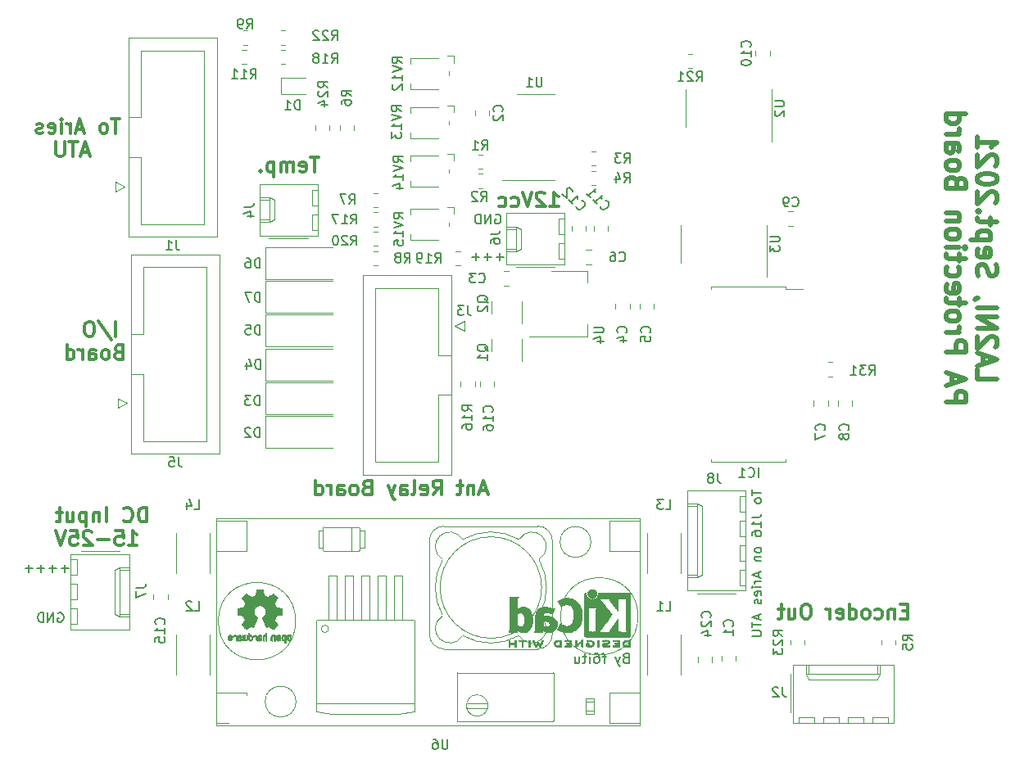
<source format=gbr>
%TF.GenerationSoftware,KiCad,Pcbnew,(6.0.0)*%
%TF.CreationDate,2022-08-08T17:27:53+02:00*%
%TF.ProjectId,K_PA_Protec,4b5f5041-5f50-4726-9f74-65632e6b6963,rev?*%
%TF.SameCoordinates,Original*%
%TF.FileFunction,Legend,Bot*%
%TF.FilePolarity,Positive*%
%FSLAX46Y46*%
G04 Gerber Fmt 4.6, Leading zero omitted, Abs format (unit mm)*
G04 Created by KiCad (PCBNEW (6.0.0)) date 2022-08-08 17:27:53*
%MOMM*%
%LPD*%
G01*
G04 APERTURE LIST*
%ADD10C,0.300000*%
%ADD11C,0.150000*%
%ADD12C,0.500000*%
%ADD13C,0.120000*%
%ADD14C,0.010000*%
G04 APERTURE END LIST*
D10*
X96107142Y-65578571D02*
X95250000Y-65578571D01*
X95678571Y-67078571D02*
X95678571Y-65578571D01*
X94178571Y-67007142D02*
X94321428Y-67078571D01*
X94607142Y-67078571D01*
X94750000Y-67007142D01*
X94821428Y-66864285D01*
X94821428Y-66292857D01*
X94750000Y-66150000D01*
X94607142Y-66078571D01*
X94321428Y-66078571D01*
X94178571Y-66150000D01*
X94107142Y-66292857D01*
X94107142Y-66435714D01*
X94821428Y-66578571D01*
X93464285Y-67078571D02*
X93464285Y-66078571D01*
X93464285Y-66221428D02*
X93392857Y-66150000D01*
X93250000Y-66078571D01*
X93035714Y-66078571D01*
X92892857Y-66150000D01*
X92821428Y-66292857D01*
X92821428Y-67078571D01*
X92821428Y-66292857D02*
X92750000Y-66150000D01*
X92607142Y-66078571D01*
X92392857Y-66078571D01*
X92250000Y-66150000D01*
X92178571Y-66292857D01*
X92178571Y-67078571D01*
X91464285Y-66078571D02*
X91464285Y-67578571D01*
X91464285Y-66150000D02*
X91321428Y-66078571D01*
X91035714Y-66078571D01*
X90892857Y-66150000D01*
X90821428Y-66221428D01*
X90750000Y-66364285D01*
X90750000Y-66792857D01*
X90821428Y-66935714D01*
X90892857Y-67007142D01*
X91035714Y-67078571D01*
X91321428Y-67078571D01*
X91464285Y-67007142D01*
X90107142Y-66935714D02*
X90035714Y-67007142D01*
X90107142Y-67078571D01*
X90178571Y-67007142D01*
X90107142Y-66935714D01*
X90107142Y-67078571D01*
X75564285Y-61571071D02*
X74707142Y-61571071D01*
X75135714Y-63071071D02*
X75135714Y-61571071D01*
X73992857Y-63071071D02*
X74135714Y-62999642D01*
X74207142Y-62928214D01*
X74278571Y-62785357D01*
X74278571Y-62356785D01*
X74207142Y-62213928D01*
X74135714Y-62142500D01*
X73992857Y-62071071D01*
X73778571Y-62071071D01*
X73635714Y-62142500D01*
X73564285Y-62213928D01*
X73492857Y-62356785D01*
X73492857Y-62785357D01*
X73564285Y-62928214D01*
X73635714Y-62999642D01*
X73778571Y-63071071D01*
X73992857Y-63071071D01*
X71778571Y-62642500D02*
X71064285Y-62642500D01*
X71921428Y-63071071D02*
X71421428Y-61571071D01*
X70921428Y-63071071D01*
X70421428Y-63071071D02*
X70421428Y-62071071D01*
X70421428Y-62356785D02*
X70350000Y-62213928D01*
X70278571Y-62142500D01*
X70135714Y-62071071D01*
X69992857Y-62071071D01*
X69492857Y-63071071D02*
X69492857Y-62071071D01*
X69492857Y-61571071D02*
X69564285Y-61642500D01*
X69492857Y-61713928D01*
X69421428Y-61642500D01*
X69492857Y-61571071D01*
X69492857Y-61713928D01*
X68207142Y-62999642D02*
X68350000Y-63071071D01*
X68635714Y-63071071D01*
X68778571Y-62999642D01*
X68850000Y-62856785D01*
X68850000Y-62285357D01*
X68778571Y-62142500D01*
X68635714Y-62071071D01*
X68350000Y-62071071D01*
X68207142Y-62142500D01*
X68135714Y-62285357D01*
X68135714Y-62428214D01*
X68850000Y-62571071D01*
X67564285Y-62999642D02*
X67421428Y-63071071D01*
X67135714Y-63071071D01*
X66992857Y-62999642D01*
X66921428Y-62856785D01*
X66921428Y-62785357D01*
X66992857Y-62642500D01*
X67135714Y-62571071D01*
X67350000Y-62571071D01*
X67492857Y-62499642D01*
X67564285Y-62356785D01*
X67564285Y-62285357D01*
X67492857Y-62142500D01*
X67350000Y-62071071D01*
X67135714Y-62071071D01*
X66992857Y-62142500D01*
X72314285Y-65057500D02*
X71600000Y-65057500D01*
X72457142Y-65486071D02*
X71957142Y-63986071D01*
X71457142Y-65486071D01*
X71171428Y-63986071D02*
X70314285Y-63986071D01*
X70742857Y-65486071D02*
X70742857Y-63986071D01*
X69814285Y-63986071D02*
X69814285Y-65200357D01*
X69742857Y-65343214D01*
X69671428Y-65414642D01*
X69528571Y-65486071D01*
X69242857Y-65486071D01*
X69100000Y-65414642D01*
X69028571Y-65343214D01*
X68957142Y-65200357D01*
X68957142Y-63986071D01*
D11*
X127828571Y-117328571D02*
X127685714Y-117376190D01*
X127638095Y-117423809D01*
X127590476Y-117519047D01*
X127590476Y-117661904D01*
X127638095Y-117757142D01*
X127685714Y-117804761D01*
X127780952Y-117852380D01*
X128161904Y-117852380D01*
X128161904Y-116852380D01*
X127828571Y-116852380D01*
X127733333Y-116900000D01*
X127685714Y-116947619D01*
X127638095Y-117042857D01*
X127638095Y-117138095D01*
X127685714Y-117233333D01*
X127733333Y-117280952D01*
X127828571Y-117328571D01*
X128161904Y-117328571D01*
X127257142Y-117185714D02*
X127019047Y-117852380D01*
X126780952Y-117185714D02*
X127019047Y-117852380D01*
X127114285Y-118090476D01*
X127161904Y-118138095D01*
X127257142Y-118185714D01*
X125780952Y-117185714D02*
X125400000Y-117185714D01*
X125638095Y-117852380D02*
X125638095Y-116995238D01*
X125590476Y-116900000D01*
X125495238Y-116852380D01*
X125400000Y-116852380D01*
X124638095Y-116852380D02*
X124828571Y-116852380D01*
X124923809Y-116900000D01*
X124971428Y-116947619D01*
X125066666Y-117090476D01*
X125114285Y-117280952D01*
X125114285Y-117661904D01*
X125066666Y-117757142D01*
X125019047Y-117804761D01*
X124923809Y-117852380D01*
X124733333Y-117852380D01*
X124638095Y-117804761D01*
X124590476Y-117757142D01*
X124542857Y-117661904D01*
X124542857Y-117423809D01*
X124590476Y-117328571D01*
X124638095Y-117280952D01*
X124733333Y-117233333D01*
X124923809Y-117233333D01*
X125019047Y-117280952D01*
X125066666Y-117328571D01*
X125114285Y-117423809D01*
X124114285Y-117852380D02*
X124114285Y-117185714D01*
X124114285Y-116852380D02*
X124161904Y-116900000D01*
X124114285Y-116947619D01*
X124066666Y-116900000D01*
X124114285Y-116852380D01*
X124114285Y-116947619D01*
X123780952Y-117185714D02*
X123400000Y-117185714D01*
X123638095Y-116852380D02*
X123638095Y-117709523D01*
X123590476Y-117804761D01*
X123495238Y-117852380D01*
X123400000Y-117852380D01*
X122638095Y-117185714D02*
X122638095Y-117852380D01*
X123066666Y-117185714D02*
X123066666Y-117709523D01*
X123019047Y-117804761D01*
X122923809Y-117852380D01*
X122780952Y-117852380D01*
X122685714Y-117804761D01*
X122638095Y-117757142D01*
D10*
X120014285Y-70678571D02*
X120871428Y-70678571D01*
X120442857Y-70678571D02*
X120442857Y-69178571D01*
X120585714Y-69392857D01*
X120728571Y-69535714D01*
X120871428Y-69607142D01*
X119442857Y-69321428D02*
X119371428Y-69250000D01*
X119228571Y-69178571D01*
X118871428Y-69178571D01*
X118728571Y-69250000D01*
X118657142Y-69321428D01*
X118585714Y-69464285D01*
X118585714Y-69607142D01*
X118657142Y-69821428D01*
X119514285Y-70678571D01*
X118585714Y-70678571D01*
X118157142Y-69178571D02*
X117657142Y-70678571D01*
X117157142Y-69178571D01*
X116014285Y-70607142D02*
X116157142Y-70678571D01*
X116442857Y-70678571D01*
X116585714Y-70607142D01*
X116657142Y-70535714D01*
X116728571Y-70392857D01*
X116728571Y-69964285D01*
X116657142Y-69821428D01*
X116585714Y-69750000D01*
X116442857Y-69678571D01*
X116157142Y-69678571D01*
X116014285Y-69750000D01*
X114728571Y-70607142D02*
X114871428Y-70678571D01*
X115157142Y-70678571D01*
X115300000Y-70607142D01*
X115371428Y-70535714D01*
X115442857Y-70392857D01*
X115442857Y-69964285D01*
X115371428Y-69821428D01*
X115300000Y-69750000D01*
X115157142Y-69678571D01*
X114871428Y-69678571D01*
X114728571Y-69750000D01*
X75142857Y-84071071D02*
X75142857Y-82571071D01*
X73357142Y-82499642D02*
X74642857Y-84428214D01*
X72571428Y-82571071D02*
X72285714Y-82571071D01*
X72142857Y-82642500D01*
X72000000Y-82785357D01*
X71928571Y-83071071D01*
X71928571Y-83571071D01*
X72000000Y-83856785D01*
X72142857Y-83999642D01*
X72285714Y-84071071D01*
X72571428Y-84071071D01*
X72714285Y-83999642D01*
X72857142Y-83856785D01*
X72928571Y-83571071D01*
X72928571Y-83071071D01*
X72857142Y-82785357D01*
X72714285Y-82642500D01*
X72571428Y-82571071D01*
X75392857Y-85700357D02*
X75178571Y-85771785D01*
X75107142Y-85843214D01*
X75035714Y-85986071D01*
X75035714Y-86200357D01*
X75107142Y-86343214D01*
X75178571Y-86414642D01*
X75321428Y-86486071D01*
X75892857Y-86486071D01*
X75892857Y-84986071D01*
X75392857Y-84986071D01*
X75250000Y-85057500D01*
X75178571Y-85128928D01*
X75107142Y-85271785D01*
X75107142Y-85414642D01*
X75178571Y-85557500D01*
X75250000Y-85628928D01*
X75392857Y-85700357D01*
X75892857Y-85700357D01*
X74178571Y-86486071D02*
X74321428Y-86414642D01*
X74392857Y-86343214D01*
X74464285Y-86200357D01*
X74464285Y-85771785D01*
X74392857Y-85628928D01*
X74321428Y-85557500D01*
X74178571Y-85486071D01*
X73964285Y-85486071D01*
X73821428Y-85557500D01*
X73750000Y-85628928D01*
X73678571Y-85771785D01*
X73678571Y-86200357D01*
X73750000Y-86343214D01*
X73821428Y-86414642D01*
X73964285Y-86486071D01*
X74178571Y-86486071D01*
X72392857Y-86486071D02*
X72392857Y-85700357D01*
X72464285Y-85557500D01*
X72607142Y-85486071D01*
X72892857Y-85486071D01*
X73035714Y-85557500D01*
X72392857Y-86414642D02*
X72535714Y-86486071D01*
X72892857Y-86486071D01*
X73035714Y-86414642D01*
X73107142Y-86271785D01*
X73107142Y-86128928D01*
X73035714Y-85986071D01*
X72892857Y-85914642D01*
X72535714Y-85914642D01*
X72392857Y-85843214D01*
X71678571Y-86486071D02*
X71678571Y-85486071D01*
X71678571Y-85771785D02*
X71607142Y-85628928D01*
X71535714Y-85557500D01*
X71392857Y-85486071D01*
X71250000Y-85486071D01*
X70107142Y-86486071D02*
X70107142Y-84986071D01*
X70107142Y-86414642D02*
X70250000Y-86486071D01*
X70535714Y-86486071D01*
X70678571Y-86414642D01*
X70750000Y-86343214D01*
X70821428Y-86200357D01*
X70821428Y-85771785D01*
X70750000Y-85628928D01*
X70678571Y-85557500D01*
X70535714Y-85486071D01*
X70250000Y-85486071D01*
X70107142Y-85557500D01*
X156971428Y-112492857D02*
X156471428Y-112492857D01*
X156257142Y-113278571D02*
X156971428Y-113278571D01*
X156971428Y-111778571D01*
X156257142Y-111778571D01*
X155614285Y-112278571D02*
X155614285Y-113278571D01*
X155614285Y-112421428D02*
X155542857Y-112350000D01*
X155400000Y-112278571D01*
X155185714Y-112278571D01*
X155042857Y-112350000D01*
X154971428Y-112492857D01*
X154971428Y-113278571D01*
X153614285Y-113207142D02*
X153757142Y-113278571D01*
X154042857Y-113278571D01*
X154185714Y-113207142D01*
X154257142Y-113135714D01*
X154328571Y-112992857D01*
X154328571Y-112564285D01*
X154257142Y-112421428D01*
X154185714Y-112350000D01*
X154042857Y-112278571D01*
X153757142Y-112278571D01*
X153614285Y-112350000D01*
X152757142Y-113278571D02*
X152900000Y-113207142D01*
X152971428Y-113135714D01*
X153042857Y-112992857D01*
X153042857Y-112564285D01*
X152971428Y-112421428D01*
X152900000Y-112350000D01*
X152757142Y-112278571D01*
X152542857Y-112278571D01*
X152400000Y-112350000D01*
X152328571Y-112421428D01*
X152257142Y-112564285D01*
X152257142Y-112992857D01*
X152328571Y-113135714D01*
X152400000Y-113207142D01*
X152542857Y-113278571D01*
X152757142Y-113278571D01*
X150971428Y-113278571D02*
X150971428Y-111778571D01*
X150971428Y-113207142D02*
X151114285Y-113278571D01*
X151400000Y-113278571D01*
X151542857Y-113207142D01*
X151614285Y-113135714D01*
X151685714Y-112992857D01*
X151685714Y-112564285D01*
X151614285Y-112421428D01*
X151542857Y-112350000D01*
X151400000Y-112278571D01*
X151114285Y-112278571D01*
X150971428Y-112350000D01*
X149685714Y-113207142D02*
X149828571Y-113278571D01*
X150114285Y-113278571D01*
X150257142Y-113207142D01*
X150328571Y-113064285D01*
X150328571Y-112492857D01*
X150257142Y-112350000D01*
X150114285Y-112278571D01*
X149828571Y-112278571D01*
X149685714Y-112350000D01*
X149614285Y-112492857D01*
X149614285Y-112635714D01*
X150328571Y-112778571D01*
X148971428Y-113278571D02*
X148971428Y-112278571D01*
X148971428Y-112564285D02*
X148900000Y-112421428D01*
X148828571Y-112350000D01*
X148685714Y-112278571D01*
X148542857Y-112278571D01*
X146614285Y-111778571D02*
X146328571Y-111778571D01*
X146185714Y-111850000D01*
X146042857Y-111992857D01*
X145971428Y-112278571D01*
X145971428Y-112778571D01*
X146042857Y-113064285D01*
X146185714Y-113207142D01*
X146328571Y-113278571D01*
X146614285Y-113278571D01*
X146757142Y-113207142D01*
X146900000Y-113064285D01*
X146971428Y-112778571D01*
X146971428Y-112278571D01*
X146900000Y-111992857D01*
X146757142Y-111850000D01*
X146614285Y-111778571D01*
X144685714Y-112278571D02*
X144685714Y-113278571D01*
X145328571Y-112278571D02*
X145328571Y-113064285D01*
X145257142Y-113207142D01*
X145114285Y-113278571D01*
X144900000Y-113278571D01*
X144757142Y-113207142D01*
X144685714Y-113135714D01*
X144185714Y-112278571D02*
X143614285Y-112278571D01*
X143971428Y-111778571D02*
X143971428Y-113064285D01*
X143900000Y-113207142D01*
X143757142Y-113278571D01*
X143614285Y-113278571D01*
D11*
X114361904Y-71500000D02*
X114457142Y-71452380D01*
X114600000Y-71452380D01*
X114742857Y-71500000D01*
X114838095Y-71595238D01*
X114885714Y-71690476D01*
X114933333Y-71880952D01*
X114933333Y-72023809D01*
X114885714Y-72214285D01*
X114838095Y-72309523D01*
X114742857Y-72404761D01*
X114600000Y-72452380D01*
X114504761Y-72452380D01*
X114361904Y-72404761D01*
X114314285Y-72357142D01*
X114314285Y-72023809D01*
X114504761Y-72023809D01*
X113885714Y-72452380D02*
X113885714Y-71452380D01*
X113314285Y-72452380D01*
X113314285Y-71452380D01*
X112838095Y-72452380D02*
X112838095Y-71452380D01*
X112600000Y-71452380D01*
X112457142Y-71500000D01*
X112361904Y-71595238D01*
X112314285Y-71690476D01*
X112266666Y-71880952D01*
X112266666Y-72023809D01*
X112314285Y-72214285D01*
X112361904Y-72309523D01*
X112457142Y-72404761D01*
X112600000Y-72452380D01*
X112838095Y-72452380D01*
X140852380Y-99957142D02*
X140852380Y-100528571D01*
X141852380Y-100242857D02*
X140852380Y-100242857D01*
X141852380Y-101004761D02*
X141804761Y-100909523D01*
X141757142Y-100861904D01*
X141661904Y-100814285D01*
X141376190Y-100814285D01*
X141280952Y-100861904D01*
X141233333Y-100909523D01*
X141185714Y-101004761D01*
X141185714Y-101147619D01*
X141233333Y-101242857D01*
X141280952Y-101290476D01*
X141376190Y-101338095D01*
X141661904Y-101338095D01*
X141757142Y-101290476D01*
X141804761Y-101242857D01*
X141852380Y-101147619D01*
X141852380Y-101004761D01*
X140852380Y-102814285D02*
X141566666Y-102814285D01*
X141709523Y-102766666D01*
X141804761Y-102671428D01*
X141852380Y-102528571D01*
X141852380Y-102433333D01*
X141852380Y-103814285D02*
X141852380Y-103242857D01*
X141852380Y-103528571D02*
X140852380Y-103528571D01*
X140995238Y-103433333D01*
X141090476Y-103338095D01*
X141138095Y-103242857D01*
X140852380Y-104671428D02*
X140852380Y-104480952D01*
X140900000Y-104385714D01*
X140947619Y-104338095D01*
X141090476Y-104242857D01*
X141280952Y-104195238D01*
X141661904Y-104195238D01*
X141757142Y-104242857D01*
X141804761Y-104290476D01*
X141852380Y-104385714D01*
X141852380Y-104576190D01*
X141804761Y-104671428D01*
X141757142Y-104719047D01*
X141661904Y-104766666D01*
X141423809Y-104766666D01*
X141328571Y-104719047D01*
X141280952Y-104671428D01*
X141233333Y-104576190D01*
X141233333Y-104385714D01*
X141280952Y-104290476D01*
X141328571Y-104242857D01*
X141423809Y-104195238D01*
X141852380Y-106100000D02*
X141804761Y-106004761D01*
X141757142Y-105957142D01*
X141661904Y-105909523D01*
X141376190Y-105909523D01*
X141280952Y-105957142D01*
X141233333Y-106004761D01*
X141185714Y-106100000D01*
X141185714Y-106242857D01*
X141233333Y-106338095D01*
X141280952Y-106385714D01*
X141376190Y-106433333D01*
X141661904Y-106433333D01*
X141757142Y-106385714D01*
X141804761Y-106338095D01*
X141852380Y-106242857D01*
X141852380Y-106100000D01*
X141185714Y-106861904D02*
X141852380Y-106861904D01*
X141280952Y-106861904D02*
X141233333Y-106909523D01*
X141185714Y-107004761D01*
X141185714Y-107147619D01*
X141233333Y-107242857D01*
X141328571Y-107290476D01*
X141852380Y-107290476D01*
X141566666Y-108480952D02*
X141566666Y-108957142D01*
X141852380Y-108385714D02*
X140852380Y-108719047D01*
X141852380Y-109052380D01*
X141852380Y-109385714D02*
X141185714Y-109385714D01*
X141376190Y-109385714D02*
X141280952Y-109433333D01*
X141233333Y-109480952D01*
X141185714Y-109576190D01*
X141185714Y-109671428D01*
X141852380Y-110004761D02*
X141185714Y-110004761D01*
X140852380Y-110004761D02*
X140900000Y-109957142D01*
X140947619Y-110004761D01*
X140900000Y-110052380D01*
X140852380Y-110004761D01*
X140947619Y-110004761D01*
X141804761Y-110861904D02*
X141852380Y-110766666D01*
X141852380Y-110576190D01*
X141804761Y-110480952D01*
X141709523Y-110433333D01*
X141328571Y-110433333D01*
X141233333Y-110480952D01*
X141185714Y-110576190D01*
X141185714Y-110766666D01*
X141233333Y-110861904D01*
X141328571Y-110909523D01*
X141423809Y-110909523D01*
X141519047Y-110433333D01*
X141804761Y-111290476D02*
X141852380Y-111385714D01*
X141852380Y-111576190D01*
X141804761Y-111671428D01*
X141709523Y-111719047D01*
X141661904Y-111719047D01*
X141566666Y-111671428D01*
X141519047Y-111576190D01*
X141519047Y-111433333D01*
X141471428Y-111338095D01*
X141376190Y-111290476D01*
X141328571Y-111290476D01*
X141233333Y-111338095D01*
X141185714Y-111433333D01*
X141185714Y-111576190D01*
X141233333Y-111671428D01*
X141566666Y-112861904D02*
X141566666Y-113338095D01*
X141852380Y-112766666D02*
X140852380Y-113100000D01*
X141852380Y-113433333D01*
X140852380Y-113623809D02*
X140852380Y-114195238D01*
X141852380Y-113909523D02*
X140852380Y-113909523D01*
X140852380Y-114528571D02*
X141661904Y-114528571D01*
X141757142Y-114576190D01*
X141804761Y-114623809D01*
X141852380Y-114719047D01*
X141852380Y-114909523D01*
X141804761Y-115004761D01*
X141757142Y-115052380D01*
X141661904Y-115100000D01*
X140852380Y-115100000D01*
D12*
X164205238Y-87523809D02*
X164205238Y-88476190D01*
X166205238Y-88476190D01*
X164776666Y-86952380D02*
X164776666Y-86000000D01*
X164205238Y-87142857D02*
X166205238Y-86476190D01*
X164205238Y-85809523D01*
X166014761Y-85238095D02*
X166110000Y-85142857D01*
X166205238Y-84952380D01*
X166205238Y-84476190D01*
X166110000Y-84285714D01*
X166014761Y-84190476D01*
X165824285Y-84095238D01*
X165633809Y-84095238D01*
X165348095Y-84190476D01*
X164205238Y-85333333D01*
X164205238Y-84095238D01*
X164205238Y-83238095D02*
X166205238Y-83238095D01*
X164205238Y-82095238D01*
X166205238Y-82095238D01*
X164205238Y-81142857D02*
X166205238Y-81142857D01*
X164300476Y-80095238D02*
X164205238Y-80095238D01*
X164014761Y-80190476D01*
X163919523Y-80285714D01*
X164300476Y-77809523D02*
X164205238Y-77523809D01*
X164205238Y-77047619D01*
X164300476Y-76857142D01*
X164395714Y-76761904D01*
X164586190Y-76666666D01*
X164776666Y-76666666D01*
X164967142Y-76761904D01*
X165062380Y-76857142D01*
X165157619Y-77047619D01*
X165252857Y-77428571D01*
X165348095Y-77619047D01*
X165443333Y-77714285D01*
X165633809Y-77809523D01*
X165824285Y-77809523D01*
X166014761Y-77714285D01*
X166110000Y-77619047D01*
X166205238Y-77428571D01*
X166205238Y-76952380D01*
X166110000Y-76666666D01*
X164300476Y-75047619D02*
X164205238Y-75238095D01*
X164205238Y-75619047D01*
X164300476Y-75809523D01*
X164490952Y-75904761D01*
X165252857Y-75904761D01*
X165443333Y-75809523D01*
X165538571Y-75619047D01*
X165538571Y-75238095D01*
X165443333Y-75047619D01*
X165252857Y-74952380D01*
X165062380Y-74952380D01*
X164871904Y-75904761D01*
X165538571Y-74095238D02*
X163538571Y-74095238D01*
X165443333Y-74095238D02*
X165538571Y-73904761D01*
X165538571Y-73523809D01*
X165443333Y-73333333D01*
X165348095Y-73238095D01*
X165157619Y-73142857D01*
X164586190Y-73142857D01*
X164395714Y-73238095D01*
X164300476Y-73333333D01*
X164205238Y-73523809D01*
X164205238Y-73904761D01*
X164300476Y-74095238D01*
X165538571Y-72571428D02*
X165538571Y-71809523D01*
X166205238Y-72285714D02*
X164490952Y-72285714D01*
X164300476Y-72190476D01*
X164205238Y-72000000D01*
X164205238Y-71809523D01*
X164395714Y-71142857D02*
X164300476Y-71047619D01*
X164205238Y-71142857D01*
X164300476Y-71238095D01*
X164395714Y-71142857D01*
X164205238Y-71142857D01*
X166014761Y-70285714D02*
X166110000Y-70190476D01*
X166205238Y-70000000D01*
X166205238Y-69523809D01*
X166110000Y-69333333D01*
X166014761Y-69238095D01*
X165824285Y-69142857D01*
X165633809Y-69142857D01*
X165348095Y-69238095D01*
X164205238Y-70380952D01*
X164205238Y-69142857D01*
X166205238Y-67904761D02*
X166205238Y-67714285D01*
X166110000Y-67523809D01*
X166014761Y-67428571D01*
X165824285Y-67333333D01*
X165443333Y-67238095D01*
X164967142Y-67238095D01*
X164586190Y-67333333D01*
X164395714Y-67428571D01*
X164300476Y-67523809D01*
X164205238Y-67714285D01*
X164205238Y-67904761D01*
X164300476Y-68095238D01*
X164395714Y-68190476D01*
X164586190Y-68285714D01*
X164967142Y-68380952D01*
X165443333Y-68380952D01*
X165824285Y-68285714D01*
X166014761Y-68190476D01*
X166110000Y-68095238D01*
X166205238Y-67904761D01*
X166014761Y-66476190D02*
X166110000Y-66380952D01*
X166205238Y-66190476D01*
X166205238Y-65714285D01*
X166110000Y-65523809D01*
X166014761Y-65428571D01*
X165824285Y-65333333D01*
X165633809Y-65333333D01*
X165348095Y-65428571D01*
X164205238Y-66571428D01*
X164205238Y-65333333D01*
X164205238Y-63428571D02*
X164205238Y-64571428D01*
X164205238Y-64000000D02*
X166205238Y-64000000D01*
X165919523Y-64190476D01*
X165729047Y-64380952D01*
X165633809Y-64571428D01*
X160985238Y-90904761D02*
X162985238Y-90904761D01*
X162985238Y-90142857D01*
X162890000Y-89952380D01*
X162794761Y-89857142D01*
X162604285Y-89761904D01*
X162318571Y-89761904D01*
X162128095Y-89857142D01*
X162032857Y-89952380D01*
X161937619Y-90142857D01*
X161937619Y-90904761D01*
X161556666Y-89000000D02*
X161556666Y-88047619D01*
X160985238Y-89190476D02*
X162985238Y-88523809D01*
X160985238Y-87857142D01*
X160985238Y-85666666D02*
X162985238Y-85666666D01*
X162985238Y-84904761D01*
X162890000Y-84714285D01*
X162794761Y-84619047D01*
X162604285Y-84523809D01*
X162318571Y-84523809D01*
X162128095Y-84619047D01*
X162032857Y-84714285D01*
X161937619Y-84904761D01*
X161937619Y-85666666D01*
X160985238Y-83666666D02*
X162318571Y-83666666D01*
X161937619Y-83666666D02*
X162128095Y-83571428D01*
X162223333Y-83476190D01*
X162318571Y-83285714D01*
X162318571Y-83095238D01*
X160985238Y-82142857D02*
X161080476Y-82333333D01*
X161175714Y-82428571D01*
X161366190Y-82523809D01*
X161937619Y-82523809D01*
X162128095Y-82428571D01*
X162223333Y-82333333D01*
X162318571Y-82142857D01*
X162318571Y-81857142D01*
X162223333Y-81666666D01*
X162128095Y-81571428D01*
X161937619Y-81476190D01*
X161366190Y-81476190D01*
X161175714Y-81571428D01*
X161080476Y-81666666D01*
X160985238Y-81857142D01*
X160985238Y-82142857D01*
X162318571Y-80904761D02*
X162318571Y-80142857D01*
X162985238Y-80619047D02*
X161270952Y-80619047D01*
X161080476Y-80523809D01*
X160985238Y-80333333D01*
X160985238Y-80142857D01*
X161080476Y-78714285D02*
X160985238Y-78904761D01*
X160985238Y-79285714D01*
X161080476Y-79476190D01*
X161270952Y-79571428D01*
X162032857Y-79571428D01*
X162223333Y-79476190D01*
X162318571Y-79285714D01*
X162318571Y-78904761D01*
X162223333Y-78714285D01*
X162032857Y-78619047D01*
X161842380Y-78619047D01*
X161651904Y-79571428D01*
X161080476Y-76904761D02*
X160985238Y-77095238D01*
X160985238Y-77476190D01*
X161080476Y-77666666D01*
X161175714Y-77761904D01*
X161366190Y-77857142D01*
X161937619Y-77857142D01*
X162128095Y-77761904D01*
X162223333Y-77666666D01*
X162318571Y-77476190D01*
X162318571Y-77095238D01*
X162223333Y-76904761D01*
X162318571Y-76333333D02*
X162318571Y-75571428D01*
X162985238Y-76047619D02*
X161270952Y-76047619D01*
X161080476Y-75952380D01*
X160985238Y-75761904D01*
X160985238Y-75571428D01*
X160985238Y-74904761D02*
X162318571Y-74904761D01*
X162985238Y-74904761D02*
X162890000Y-75000000D01*
X162794761Y-74904761D01*
X162890000Y-74809523D01*
X162985238Y-74904761D01*
X162794761Y-74904761D01*
X160985238Y-73666666D02*
X161080476Y-73857142D01*
X161175714Y-73952380D01*
X161366190Y-74047619D01*
X161937619Y-74047619D01*
X162128095Y-73952380D01*
X162223333Y-73857142D01*
X162318571Y-73666666D01*
X162318571Y-73380952D01*
X162223333Y-73190476D01*
X162128095Y-73095238D01*
X161937619Y-73000000D01*
X161366190Y-73000000D01*
X161175714Y-73095238D01*
X161080476Y-73190476D01*
X160985238Y-73380952D01*
X160985238Y-73666666D01*
X162318571Y-72142857D02*
X160985238Y-72142857D01*
X162128095Y-72142857D02*
X162223333Y-72047619D01*
X162318571Y-71857142D01*
X162318571Y-71571428D01*
X162223333Y-71380952D01*
X162032857Y-71285714D01*
X160985238Y-71285714D01*
X162032857Y-68142857D02*
X161937619Y-67857142D01*
X161842380Y-67761904D01*
X161651904Y-67666666D01*
X161366190Y-67666666D01*
X161175714Y-67761904D01*
X161080476Y-67857142D01*
X160985238Y-68047619D01*
X160985238Y-68809523D01*
X162985238Y-68809523D01*
X162985238Y-68142857D01*
X162890000Y-67952380D01*
X162794761Y-67857142D01*
X162604285Y-67761904D01*
X162413809Y-67761904D01*
X162223333Y-67857142D01*
X162128095Y-67952380D01*
X162032857Y-68142857D01*
X162032857Y-68809523D01*
X160985238Y-66523809D02*
X161080476Y-66714285D01*
X161175714Y-66809523D01*
X161366190Y-66904761D01*
X161937619Y-66904761D01*
X162128095Y-66809523D01*
X162223333Y-66714285D01*
X162318571Y-66523809D01*
X162318571Y-66238095D01*
X162223333Y-66047619D01*
X162128095Y-65952380D01*
X161937619Y-65857142D01*
X161366190Y-65857142D01*
X161175714Y-65952380D01*
X161080476Y-66047619D01*
X160985238Y-66238095D01*
X160985238Y-66523809D01*
X160985238Y-64142857D02*
X162032857Y-64142857D01*
X162223333Y-64238095D01*
X162318571Y-64428571D01*
X162318571Y-64809523D01*
X162223333Y-65000000D01*
X161080476Y-64142857D02*
X160985238Y-64333333D01*
X160985238Y-64809523D01*
X161080476Y-65000000D01*
X161270952Y-65095238D01*
X161461428Y-65095238D01*
X161651904Y-65000000D01*
X161747142Y-64809523D01*
X161747142Y-64333333D01*
X161842380Y-64142857D01*
X160985238Y-63190476D02*
X162318571Y-63190476D01*
X161937619Y-63190476D02*
X162128095Y-63095238D01*
X162223333Y-63000000D01*
X162318571Y-62809523D01*
X162318571Y-62619047D01*
X160985238Y-61095238D02*
X162985238Y-61095238D01*
X161080476Y-61095238D02*
X160985238Y-61285714D01*
X160985238Y-61666666D01*
X161080476Y-61857142D01*
X161175714Y-61952380D01*
X161366190Y-62047619D01*
X161937619Y-62047619D01*
X162128095Y-61952380D01*
X162223333Y-61857142D01*
X162318571Y-61666666D01*
X162318571Y-61285714D01*
X162223333Y-61095238D01*
D11*
X115200000Y-75871428D02*
X114438095Y-75871428D01*
X114819047Y-76252380D02*
X114819047Y-75490476D01*
X113961904Y-75871428D02*
X113200000Y-75871428D01*
X113580952Y-76252380D02*
X113580952Y-75490476D01*
X112723809Y-75871428D02*
X111961904Y-75871428D01*
X112342857Y-76252380D02*
X112342857Y-75490476D01*
X69161904Y-112700000D02*
X69257142Y-112652380D01*
X69400000Y-112652380D01*
X69542857Y-112700000D01*
X69638095Y-112795238D01*
X69685714Y-112890476D01*
X69733333Y-113080952D01*
X69733333Y-113223809D01*
X69685714Y-113414285D01*
X69638095Y-113509523D01*
X69542857Y-113604761D01*
X69400000Y-113652380D01*
X69304761Y-113652380D01*
X69161904Y-113604761D01*
X69114285Y-113557142D01*
X69114285Y-113223809D01*
X69304761Y-113223809D01*
X68685714Y-113652380D02*
X68685714Y-112652380D01*
X68114285Y-113652380D01*
X68114285Y-112652380D01*
X67638095Y-113652380D02*
X67638095Y-112652380D01*
X67400000Y-112652380D01*
X67257142Y-112700000D01*
X67161904Y-112795238D01*
X67114285Y-112890476D01*
X67066666Y-113080952D01*
X67066666Y-113223809D01*
X67114285Y-113414285D01*
X67161904Y-113509523D01*
X67257142Y-113604761D01*
X67400000Y-113652380D01*
X67638095Y-113652380D01*
X70238095Y-108071428D02*
X69476190Y-108071428D01*
X69857142Y-108452380D02*
X69857142Y-107690476D01*
X69000000Y-108071428D02*
X68238095Y-108071428D01*
X68619047Y-108452380D02*
X68619047Y-107690476D01*
X67761904Y-108071428D02*
X67000000Y-108071428D01*
X67380952Y-108452380D02*
X67380952Y-107690476D01*
X66523809Y-108071428D02*
X65761904Y-108071428D01*
X66142857Y-108452380D02*
X66142857Y-107690476D01*
D10*
X113492857Y-100050000D02*
X112778571Y-100050000D01*
X113635714Y-100478571D02*
X113135714Y-98978571D01*
X112635714Y-100478571D01*
X112135714Y-99478571D02*
X112135714Y-100478571D01*
X112135714Y-99621428D02*
X112064285Y-99550000D01*
X111921428Y-99478571D01*
X111707142Y-99478571D01*
X111564285Y-99550000D01*
X111492857Y-99692857D01*
X111492857Y-100478571D01*
X110992857Y-99478571D02*
X110421428Y-99478571D01*
X110778571Y-98978571D02*
X110778571Y-100264285D01*
X110707142Y-100407142D01*
X110564285Y-100478571D01*
X110421428Y-100478571D01*
X107921428Y-100478571D02*
X108421428Y-99764285D01*
X108778571Y-100478571D02*
X108778571Y-98978571D01*
X108207142Y-98978571D01*
X108064285Y-99050000D01*
X107992857Y-99121428D01*
X107921428Y-99264285D01*
X107921428Y-99478571D01*
X107992857Y-99621428D01*
X108064285Y-99692857D01*
X108207142Y-99764285D01*
X108778571Y-99764285D01*
X106707142Y-100407142D02*
X106850000Y-100478571D01*
X107135714Y-100478571D01*
X107278571Y-100407142D01*
X107350000Y-100264285D01*
X107350000Y-99692857D01*
X107278571Y-99550000D01*
X107135714Y-99478571D01*
X106850000Y-99478571D01*
X106707142Y-99550000D01*
X106635714Y-99692857D01*
X106635714Y-99835714D01*
X107350000Y-99978571D01*
X105778571Y-100478571D02*
X105921428Y-100407142D01*
X105992857Y-100264285D01*
X105992857Y-98978571D01*
X104564285Y-100478571D02*
X104564285Y-99692857D01*
X104635714Y-99550000D01*
X104778571Y-99478571D01*
X105064285Y-99478571D01*
X105207142Y-99550000D01*
X104564285Y-100407142D02*
X104707142Y-100478571D01*
X105064285Y-100478571D01*
X105207142Y-100407142D01*
X105278571Y-100264285D01*
X105278571Y-100121428D01*
X105207142Y-99978571D01*
X105064285Y-99907142D01*
X104707142Y-99907142D01*
X104564285Y-99835714D01*
X103992857Y-99478571D02*
X103635714Y-100478571D01*
X103278571Y-99478571D02*
X103635714Y-100478571D01*
X103778571Y-100835714D01*
X103850000Y-100907142D01*
X103992857Y-100978571D01*
X101064285Y-99692857D02*
X100850000Y-99764285D01*
X100778571Y-99835714D01*
X100707142Y-99978571D01*
X100707142Y-100192857D01*
X100778571Y-100335714D01*
X100850000Y-100407142D01*
X100992857Y-100478571D01*
X101564285Y-100478571D01*
X101564285Y-98978571D01*
X101064285Y-98978571D01*
X100921428Y-99050000D01*
X100850000Y-99121428D01*
X100778571Y-99264285D01*
X100778571Y-99407142D01*
X100850000Y-99550000D01*
X100921428Y-99621428D01*
X101064285Y-99692857D01*
X101564285Y-99692857D01*
X99850000Y-100478571D02*
X99992857Y-100407142D01*
X100064285Y-100335714D01*
X100135714Y-100192857D01*
X100135714Y-99764285D01*
X100064285Y-99621428D01*
X99992857Y-99550000D01*
X99850000Y-99478571D01*
X99635714Y-99478571D01*
X99492857Y-99550000D01*
X99421428Y-99621428D01*
X99350000Y-99764285D01*
X99350000Y-100192857D01*
X99421428Y-100335714D01*
X99492857Y-100407142D01*
X99635714Y-100478571D01*
X99850000Y-100478571D01*
X98064285Y-100478571D02*
X98064285Y-99692857D01*
X98135714Y-99550000D01*
X98278571Y-99478571D01*
X98564285Y-99478571D01*
X98707142Y-99550000D01*
X98064285Y-100407142D02*
X98207142Y-100478571D01*
X98564285Y-100478571D01*
X98707142Y-100407142D01*
X98778571Y-100264285D01*
X98778571Y-100121428D01*
X98707142Y-99978571D01*
X98564285Y-99907142D01*
X98207142Y-99907142D01*
X98064285Y-99835714D01*
X97350000Y-100478571D02*
X97350000Y-99478571D01*
X97350000Y-99764285D02*
X97278571Y-99621428D01*
X97207142Y-99550000D01*
X97064285Y-99478571D01*
X96921428Y-99478571D01*
X95778571Y-100478571D02*
X95778571Y-98978571D01*
X95778571Y-100407142D02*
X95921428Y-100478571D01*
X96207142Y-100478571D01*
X96350000Y-100407142D01*
X96421428Y-100335714D01*
X96492857Y-100192857D01*
X96492857Y-99764285D01*
X96421428Y-99621428D01*
X96350000Y-99550000D01*
X96207142Y-99478571D01*
X95921428Y-99478571D01*
X95778571Y-99550000D01*
X78307142Y-103271071D02*
X78307142Y-101771071D01*
X77950000Y-101771071D01*
X77735714Y-101842500D01*
X77592857Y-101985357D01*
X77521428Y-102128214D01*
X77450000Y-102413928D01*
X77450000Y-102628214D01*
X77521428Y-102913928D01*
X77592857Y-103056785D01*
X77735714Y-103199642D01*
X77950000Y-103271071D01*
X78307142Y-103271071D01*
X75950000Y-103128214D02*
X76021428Y-103199642D01*
X76235714Y-103271071D01*
X76378571Y-103271071D01*
X76592857Y-103199642D01*
X76735714Y-103056785D01*
X76807142Y-102913928D01*
X76878571Y-102628214D01*
X76878571Y-102413928D01*
X76807142Y-102128214D01*
X76735714Y-101985357D01*
X76592857Y-101842500D01*
X76378571Y-101771071D01*
X76235714Y-101771071D01*
X76021428Y-101842500D01*
X75950000Y-101913928D01*
X74164285Y-103271071D02*
X74164285Y-101771071D01*
X73450000Y-102271071D02*
X73450000Y-103271071D01*
X73450000Y-102413928D02*
X73378571Y-102342500D01*
X73235714Y-102271071D01*
X73021428Y-102271071D01*
X72878571Y-102342500D01*
X72807142Y-102485357D01*
X72807142Y-103271071D01*
X72092857Y-102271071D02*
X72092857Y-103771071D01*
X72092857Y-102342500D02*
X71950000Y-102271071D01*
X71664285Y-102271071D01*
X71521428Y-102342500D01*
X71450000Y-102413928D01*
X71378571Y-102556785D01*
X71378571Y-102985357D01*
X71450000Y-103128214D01*
X71521428Y-103199642D01*
X71664285Y-103271071D01*
X71950000Y-103271071D01*
X72092857Y-103199642D01*
X70092857Y-102271071D02*
X70092857Y-103271071D01*
X70735714Y-102271071D02*
X70735714Y-103056785D01*
X70664285Y-103199642D01*
X70521428Y-103271071D01*
X70307142Y-103271071D01*
X70164285Y-103199642D01*
X70092857Y-103128214D01*
X69592857Y-102271071D02*
X69021428Y-102271071D01*
X69378571Y-101771071D02*
X69378571Y-103056785D01*
X69307142Y-103199642D01*
X69164285Y-103271071D01*
X69021428Y-103271071D01*
X76485714Y-105686071D02*
X77342857Y-105686071D01*
X76914285Y-105686071D02*
X76914285Y-104186071D01*
X77057142Y-104400357D01*
X77200000Y-104543214D01*
X77342857Y-104614642D01*
X75128571Y-104186071D02*
X75842857Y-104186071D01*
X75914285Y-104900357D01*
X75842857Y-104828928D01*
X75700000Y-104757500D01*
X75342857Y-104757500D01*
X75200000Y-104828928D01*
X75128571Y-104900357D01*
X75057142Y-105043214D01*
X75057142Y-105400357D01*
X75128571Y-105543214D01*
X75200000Y-105614642D01*
X75342857Y-105686071D01*
X75700000Y-105686071D01*
X75842857Y-105614642D01*
X75914285Y-105543214D01*
X74414285Y-105114642D02*
X73271428Y-105114642D01*
X72628571Y-104328928D02*
X72557142Y-104257500D01*
X72414285Y-104186071D01*
X72057142Y-104186071D01*
X71914285Y-104257500D01*
X71842857Y-104328928D01*
X71771428Y-104471785D01*
X71771428Y-104614642D01*
X71842857Y-104828928D01*
X72700000Y-105686071D01*
X71771428Y-105686071D01*
X70414285Y-104186071D02*
X71128571Y-104186071D01*
X71200000Y-104900357D01*
X71128571Y-104828928D01*
X70985714Y-104757500D01*
X70628571Y-104757500D01*
X70485714Y-104828928D01*
X70414285Y-104900357D01*
X70342857Y-105043214D01*
X70342857Y-105400357D01*
X70414285Y-105543214D01*
X70485714Y-105614642D01*
X70628571Y-105686071D01*
X70985714Y-105686071D01*
X71128571Y-105614642D01*
X71200000Y-105543214D01*
X69914285Y-104186071D02*
X69414285Y-105686071D01*
X68914285Y-104186071D01*
D11*
%TO.C,R5*%
X157452380Y-115533333D02*
X156976190Y-115200000D01*
X157452380Y-114961904D02*
X156452380Y-114961904D01*
X156452380Y-115342857D01*
X156500000Y-115438095D01*
X156547619Y-115485714D01*
X156642857Y-115533333D01*
X156785714Y-115533333D01*
X156880952Y-115485714D01*
X156928571Y-115438095D01*
X156976190Y-115342857D01*
X156976190Y-114961904D01*
X156452380Y-116438095D02*
X156452380Y-115961904D01*
X156928571Y-115914285D01*
X156880952Y-115961904D01*
X156833333Y-116057142D01*
X156833333Y-116295238D01*
X156880952Y-116390476D01*
X156928571Y-116438095D01*
X157023809Y-116485714D01*
X157261904Y-116485714D01*
X157357142Y-116438095D01*
X157404761Y-116390476D01*
X157452380Y-116295238D01*
X157452380Y-116057142D01*
X157404761Y-115961904D01*
X157357142Y-115914285D01*
%TO.C,R7*%
X99266666Y-70402380D02*
X99600000Y-69926190D01*
X99838095Y-70402380D02*
X99838095Y-69402380D01*
X99457142Y-69402380D01*
X99361904Y-69450000D01*
X99314285Y-69497619D01*
X99266666Y-69592857D01*
X99266666Y-69735714D01*
X99314285Y-69830952D01*
X99361904Y-69878571D01*
X99457142Y-69926190D01*
X99838095Y-69926190D01*
X98933333Y-69402380D02*
X98266666Y-69402380D01*
X98695238Y-70402380D01*
%TO.C,C9*%
X145066666Y-70577142D02*
X145114285Y-70624761D01*
X145257142Y-70672380D01*
X145352380Y-70672380D01*
X145495238Y-70624761D01*
X145590476Y-70529523D01*
X145638095Y-70434285D01*
X145685714Y-70243809D01*
X145685714Y-70100952D01*
X145638095Y-69910476D01*
X145590476Y-69815238D01*
X145495238Y-69720000D01*
X145352380Y-69672380D01*
X145257142Y-69672380D01*
X145114285Y-69720000D01*
X145066666Y-69767619D01*
X144590476Y-70672380D02*
X144400000Y-70672380D01*
X144304761Y-70624761D01*
X144257142Y-70577142D01*
X144161904Y-70434285D01*
X144114285Y-70243809D01*
X144114285Y-69862857D01*
X144161904Y-69767619D01*
X144209523Y-69720000D01*
X144304761Y-69672380D01*
X144495238Y-69672380D01*
X144590476Y-69720000D01*
X144638095Y-69767619D01*
X144685714Y-69862857D01*
X144685714Y-70100952D01*
X144638095Y-70196190D01*
X144590476Y-70243809D01*
X144495238Y-70291428D01*
X144304761Y-70291428D01*
X144209523Y-70243809D01*
X144161904Y-70196190D01*
X144114285Y-70100952D01*
%TO.C,J8*%
X137333333Y-98252380D02*
X137333333Y-98966666D01*
X137380952Y-99109523D01*
X137476190Y-99204761D01*
X137619047Y-99252380D01*
X137714285Y-99252380D01*
X136714285Y-98680952D02*
X136809523Y-98633333D01*
X136857142Y-98585714D01*
X136904761Y-98490476D01*
X136904761Y-98442857D01*
X136857142Y-98347619D01*
X136809523Y-98300000D01*
X136714285Y-98252380D01*
X136523809Y-98252380D01*
X136428571Y-98300000D01*
X136380952Y-98347619D01*
X136333333Y-98442857D01*
X136333333Y-98490476D01*
X136380952Y-98585714D01*
X136428571Y-98633333D01*
X136523809Y-98680952D01*
X136714285Y-98680952D01*
X136809523Y-98728571D01*
X136857142Y-98776190D01*
X136904761Y-98871428D01*
X136904761Y-99061904D01*
X136857142Y-99157142D01*
X136809523Y-99204761D01*
X136714285Y-99252380D01*
X136523809Y-99252380D01*
X136428571Y-99204761D01*
X136380952Y-99157142D01*
X136333333Y-99061904D01*
X136333333Y-98871428D01*
X136380952Y-98776190D01*
X136428571Y-98728571D01*
X136523809Y-98680952D01*
%TO.C,C6*%
X127166666Y-76257142D02*
X127214285Y-76304761D01*
X127357142Y-76352380D01*
X127452380Y-76352380D01*
X127595238Y-76304761D01*
X127690476Y-76209523D01*
X127738095Y-76114285D01*
X127785714Y-75923809D01*
X127785714Y-75780952D01*
X127738095Y-75590476D01*
X127690476Y-75495238D01*
X127595238Y-75400000D01*
X127452380Y-75352380D01*
X127357142Y-75352380D01*
X127214285Y-75400000D01*
X127166666Y-75447619D01*
X126309523Y-75352380D02*
X126500000Y-75352380D01*
X126595238Y-75400000D01*
X126642857Y-75447619D01*
X126738095Y-75590476D01*
X126785714Y-75780952D01*
X126785714Y-76161904D01*
X126738095Y-76257142D01*
X126690476Y-76304761D01*
X126595238Y-76352380D01*
X126404761Y-76352380D01*
X126309523Y-76304761D01*
X126261904Y-76257142D01*
X126214285Y-76161904D01*
X126214285Y-75923809D01*
X126261904Y-75828571D01*
X126309523Y-75780952D01*
X126404761Y-75733333D01*
X126595238Y-75733333D01*
X126690476Y-75780952D01*
X126738095Y-75828571D01*
X126785714Y-75923809D01*
%TO.C,R31*%
X152992857Y-88052380D02*
X153326190Y-87576190D01*
X153564285Y-88052380D02*
X153564285Y-87052380D01*
X153183333Y-87052380D01*
X153088095Y-87100000D01*
X153040476Y-87147619D01*
X152992857Y-87242857D01*
X152992857Y-87385714D01*
X153040476Y-87480952D01*
X153088095Y-87528571D01*
X153183333Y-87576190D01*
X153564285Y-87576190D01*
X152659523Y-87052380D02*
X152040476Y-87052380D01*
X152373809Y-87433333D01*
X152230952Y-87433333D01*
X152135714Y-87480952D01*
X152088095Y-87528571D01*
X152040476Y-87623809D01*
X152040476Y-87861904D01*
X152088095Y-87957142D01*
X152135714Y-88004761D01*
X152230952Y-88052380D01*
X152516666Y-88052380D01*
X152611904Y-88004761D01*
X152659523Y-87957142D01*
X151088095Y-88052380D02*
X151659523Y-88052380D01*
X151373809Y-88052380D02*
X151373809Y-87052380D01*
X151469047Y-87195238D01*
X151564285Y-87290476D01*
X151659523Y-87338095D01*
%TO.C,D3*%
X89988095Y-91202380D02*
X89988095Y-90202380D01*
X89750000Y-90202380D01*
X89607142Y-90250000D01*
X89511904Y-90345238D01*
X89464285Y-90440476D01*
X89416666Y-90630952D01*
X89416666Y-90773809D01*
X89464285Y-90964285D01*
X89511904Y-91059523D01*
X89607142Y-91154761D01*
X89750000Y-91202380D01*
X89988095Y-91202380D01*
X89083333Y-90202380D02*
X88464285Y-90202380D01*
X88797619Y-90583333D01*
X88654761Y-90583333D01*
X88559523Y-90630952D01*
X88511904Y-90678571D01*
X88464285Y-90773809D01*
X88464285Y-91011904D01*
X88511904Y-91107142D01*
X88559523Y-91154761D01*
X88654761Y-91202380D01*
X88940476Y-91202380D01*
X89035714Y-91154761D01*
X89083333Y-91107142D01*
%TO.C,C8*%
X150807142Y-93783333D02*
X150854761Y-93735714D01*
X150902380Y-93592857D01*
X150902380Y-93497619D01*
X150854761Y-93354761D01*
X150759523Y-93259523D01*
X150664285Y-93211904D01*
X150473809Y-93164285D01*
X150330952Y-93164285D01*
X150140476Y-93211904D01*
X150045238Y-93259523D01*
X149950000Y-93354761D01*
X149902380Y-93497619D01*
X149902380Y-93592857D01*
X149950000Y-93735714D01*
X149997619Y-93783333D01*
X150330952Y-94354761D02*
X150283333Y-94259523D01*
X150235714Y-94211904D01*
X150140476Y-94164285D01*
X150092857Y-94164285D01*
X149997619Y-94211904D01*
X149950000Y-94259523D01*
X149902380Y-94354761D01*
X149902380Y-94545238D01*
X149950000Y-94640476D01*
X149997619Y-94688095D01*
X150092857Y-94735714D01*
X150140476Y-94735714D01*
X150235714Y-94688095D01*
X150283333Y-94640476D01*
X150330952Y-94545238D01*
X150330952Y-94354761D01*
X150378571Y-94259523D01*
X150426190Y-94211904D01*
X150521428Y-94164285D01*
X150711904Y-94164285D01*
X150807142Y-94211904D01*
X150854761Y-94259523D01*
X150902380Y-94354761D01*
X150902380Y-94545238D01*
X150854761Y-94640476D01*
X150807142Y-94688095D01*
X150711904Y-94735714D01*
X150521428Y-94735714D01*
X150426190Y-94688095D01*
X150378571Y-94640476D01*
X150330952Y-94545238D01*
%TO.C,D6*%
X90038095Y-77002380D02*
X90038095Y-76002380D01*
X89800000Y-76002380D01*
X89657142Y-76050000D01*
X89561904Y-76145238D01*
X89514285Y-76240476D01*
X89466666Y-76430952D01*
X89466666Y-76573809D01*
X89514285Y-76764285D01*
X89561904Y-76859523D01*
X89657142Y-76954761D01*
X89800000Y-77002380D01*
X90038095Y-77002380D01*
X88609523Y-76002380D02*
X88800000Y-76002380D01*
X88895238Y-76050000D01*
X88942857Y-76097619D01*
X89038095Y-76240476D01*
X89085714Y-76430952D01*
X89085714Y-76811904D01*
X89038095Y-76907142D01*
X88990476Y-76954761D01*
X88895238Y-77002380D01*
X88704761Y-77002380D01*
X88609523Y-76954761D01*
X88561904Y-76907142D01*
X88514285Y-76811904D01*
X88514285Y-76573809D01*
X88561904Y-76478571D01*
X88609523Y-76430952D01*
X88704761Y-76383333D01*
X88895238Y-76383333D01*
X88990476Y-76430952D01*
X89038095Y-76478571D01*
X89085714Y-76573809D01*
%TO.C,J4*%
X88402380Y-70716666D02*
X89116666Y-70716666D01*
X89259523Y-70669047D01*
X89354761Y-70573809D01*
X89402380Y-70430952D01*
X89402380Y-70335714D01*
X88735714Y-71621428D02*
X89402380Y-71621428D01*
X88354761Y-71383333D02*
X89069047Y-71145238D01*
X89069047Y-71764285D01*
%TO.C,D1*%
X94138095Y-60652380D02*
X94138095Y-59652380D01*
X93900000Y-59652380D01*
X93757142Y-59700000D01*
X93661904Y-59795238D01*
X93614285Y-59890476D01*
X93566666Y-60080952D01*
X93566666Y-60223809D01*
X93614285Y-60414285D01*
X93661904Y-60509523D01*
X93757142Y-60604761D01*
X93900000Y-60652380D01*
X94138095Y-60652380D01*
X92614285Y-60652380D02*
X93185714Y-60652380D01*
X92900000Y-60652380D02*
X92900000Y-59652380D01*
X92995238Y-59795238D01*
X93090476Y-59890476D01*
X93185714Y-59938095D01*
%TO.C,R23*%
X144052380Y-115057142D02*
X143576190Y-114723809D01*
X144052380Y-114485714D02*
X143052380Y-114485714D01*
X143052380Y-114866666D01*
X143100000Y-114961904D01*
X143147619Y-115009523D01*
X143242857Y-115057142D01*
X143385714Y-115057142D01*
X143480952Y-115009523D01*
X143528571Y-114961904D01*
X143576190Y-114866666D01*
X143576190Y-114485714D01*
X143147619Y-115438095D02*
X143100000Y-115485714D01*
X143052380Y-115580952D01*
X143052380Y-115819047D01*
X143100000Y-115914285D01*
X143147619Y-115961904D01*
X143242857Y-116009523D01*
X143338095Y-116009523D01*
X143480952Y-115961904D01*
X144052380Y-115390476D01*
X144052380Y-116009523D01*
X143052380Y-116342857D02*
X143052380Y-116961904D01*
X143433333Y-116628571D01*
X143433333Y-116771428D01*
X143480952Y-116866666D01*
X143528571Y-116914285D01*
X143623809Y-116961904D01*
X143861904Y-116961904D01*
X143957142Y-116914285D01*
X144004761Y-116866666D01*
X144052380Y-116771428D01*
X144052380Y-116485714D01*
X144004761Y-116390476D01*
X143957142Y-116342857D01*
%TO.C,R6*%
X99452380Y-59233333D02*
X98976190Y-58900000D01*
X99452380Y-58661904D02*
X98452380Y-58661904D01*
X98452380Y-59042857D01*
X98500000Y-59138095D01*
X98547619Y-59185714D01*
X98642857Y-59233333D01*
X98785714Y-59233333D01*
X98880952Y-59185714D01*
X98928571Y-59138095D01*
X98976190Y-59042857D01*
X98976190Y-58661904D01*
X98452380Y-60090476D02*
X98452380Y-59900000D01*
X98500000Y-59804761D01*
X98547619Y-59757142D01*
X98690476Y-59661904D01*
X98880952Y-59614285D01*
X99261904Y-59614285D01*
X99357142Y-59661904D01*
X99404761Y-59709523D01*
X99452380Y-59804761D01*
X99452380Y-59995238D01*
X99404761Y-60090476D01*
X99357142Y-60138095D01*
X99261904Y-60185714D01*
X99023809Y-60185714D01*
X98928571Y-60138095D01*
X98880952Y-60090476D01*
X98833333Y-59995238D01*
X98833333Y-59804761D01*
X98880952Y-59709523D01*
X98928571Y-59661904D01*
X99023809Y-59614285D01*
%TO.C,IC1*%
X141576190Y-98652380D02*
X141576190Y-97652380D01*
X140528571Y-98557142D02*
X140576190Y-98604761D01*
X140719047Y-98652380D01*
X140814285Y-98652380D01*
X140957142Y-98604761D01*
X141052380Y-98509523D01*
X141100000Y-98414285D01*
X141147619Y-98223809D01*
X141147619Y-98080952D01*
X141100000Y-97890476D01*
X141052380Y-97795238D01*
X140957142Y-97700000D01*
X140814285Y-97652380D01*
X140719047Y-97652380D01*
X140576190Y-97700000D01*
X140528571Y-97747619D01*
X139576190Y-98652380D02*
X140147619Y-98652380D01*
X139861904Y-98652380D02*
X139861904Y-97652380D01*
X139957142Y-97795238D01*
X140052380Y-97890476D01*
X140147619Y-97938095D01*
%TO.C,R22*%
X97442857Y-53452380D02*
X97776190Y-52976190D01*
X98014285Y-53452380D02*
X98014285Y-52452380D01*
X97633333Y-52452380D01*
X97538095Y-52500000D01*
X97490476Y-52547619D01*
X97442857Y-52642857D01*
X97442857Y-52785714D01*
X97490476Y-52880952D01*
X97538095Y-52928571D01*
X97633333Y-52976190D01*
X98014285Y-52976190D01*
X97061904Y-52547619D02*
X97014285Y-52500000D01*
X96919047Y-52452380D01*
X96680952Y-52452380D01*
X96585714Y-52500000D01*
X96538095Y-52547619D01*
X96490476Y-52642857D01*
X96490476Y-52738095D01*
X96538095Y-52880952D01*
X97109523Y-53452380D01*
X96490476Y-53452380D01*
X96109523Y-52547619D02*
X96061904Y-52500000D01*
X95966666Y-52452380D01*
X95728571Y-52452380D01*
X95633333Y-52500000D01*
X95585714Y-52547619D01*
X95538095Y-52642857D01*
X95538095Y-52738095D01*
X95585714Y-52880952D01*
X96157142Y-53452380D01*
X95538095Y-53452380D01*
%TO.C,D5*%
X90038095Y-83902380D02*
X90038095Y-82902380D01*
X89800000Y-82902380D01*
X89657142Y-82950000D01*
X89561904Y-83045238D01*
X89514285Y-83140476D01*
X89466666Y-83330952D01*
X89466666Y-83473809D01*
X89514285Y-83664285D01*
X89561904Y-83759523D01*
X89657142Y-83854761D01*
X89800000Y-83902380D01*
X90038095Y-83902380D01*
X88561904Y-82902380D02*
X89038095Y-82902380D01*
X89085714Y-83378571D01*
X89038095Y-83330952D01*
X88942857Y-83283333D01*
X88704761Y-83283333D01*
X88609523Y-83330952D01*
X88561904Y-83378571D01*
X88514285Y-83473809D01*
X88514285Y-83711904D01*
X88561904Y-83807142D01*
X88609523Y-83854761D01*
X88704761Y-83902380D01*
X88942857Y-83902380D01*
X89038095Y-83854761D01*
X89085714Y-83807142D01*
%TO.C,RV13*%
X104652380Y-60828571D02*
X104176190Y-60495238D01*
X104652380Y-60257142D02*
X103652380Y-60257142D01*
X103652380Y-60638095D01*
X103700000Y-60733333D01*
X103747619Y-60780952D01*
X103842857Y-60828571D01*
X103985714Y-60828571D01*
X104080952Y-60780952D01*
X104128571Y-60733333D01*
X104176190Y-60638095D01*
X104176190Y-60257142D01*
X103652380Y-61114285D02*
X104652380Y-61447619D01*
X103652380Y-61780952D01*
X104652380Y-62638095D02*
X104652380Y-62066666D01*
X104652380Y-62352380D02*
X103652380Y-62352380D01*
X103795238Y-62257142D01*
X103890476Y-62161904D01*
X103938095Y-62066666D01*
X103652380Y-62971428D02*
X103652380Y-63590476D01*
X104033333Y-63257142D01*
X104033333Y-63400000D01*
X104080952Y-63495238D01*
X104128571Y-63542857D01*
X104223809Y-63590476D01*
X104461904Y-63590476D01*
X104557142Y-63542857D01*
X104604761Y-63495238D01*
X104652380Y-63400000D01*
X104652380Y-63114285D01*
X104604761Y-63019047D01*
X104557142Y-62971428D01*
%TO.C,C11*%
X125202030Y-70607106D02*
X125202030Y-70674450D01*
X125269374Y-70809137D01*
X125336717Y-70876480D01*
X125471404Y-70943824D01*
X125606091Y-70943824D01*
X125707106Y-70910152D01*
X125875465Y-70809137D01*
X125976480Y-70708122D01*
X126077496Y-70539763D01*
X126111167Y-70438748D01*
X126111167Y-70304061D01*
X126043824Y-70169374D01*
X125976480Y-70102030D01*
X125841793Y-70034687D01*
X125774450Y-70034687D01*
X124461251Y-70001015D02*
X124865312Y-70405076D01*
X124663282Y-70203045D02*
X125370389Y-69495938D01*
X125336717Y-69664297D01*
X125336717Y-69798984D01*
X125370389Y-69900000D01*
X123787816Y-69327580D02*
X124191877Y-69731641D01*
X123989847Y-69529610D02*
X124696954Y-68822503D01*
X124663282Y-68990862D01*
X124663282Y-69125549D01*
X124696954Y-69226564D01*
%TO.C,D7*%
X90038095Y-80502380D02*
X90038095Y-79502380D01*
X89800000Y-79502380D01*
X89657142Y-79550000D01*
X89561904Y-79645238D01*
X89514285Y-79740476D01*
X89466666Y-79930952D01*
X89466666Y-80073809D01*
X89514285Y-80264285D01*
X89561904Y-80359523D01*
X89657142Y-80454761D01*
X89800000Y-80502380D01*
X90038095Y-80502380D01*
X89133333Y-79502380D02*
X88466666Y-79502380D01*
X88895238Y-80502380D01*
%TO.C,R19*%
X108142857Y-76452380D02*
X108476190Y-75976190D01*
X108714285Y-76452380D02*
X108714285Y-75452380D01*
X108333333Y-75452380D01*
X108238095Y-75500000D01*
X108190476Y-75547619D01*
X108142857Y-75642857D01*
X108142857Y-75785714D01*
X108190476Y-75880952D01*
X108238095Y-75928571D01*
X108333333Y-75976190D01*
X108714285Y-75976190D01*
X107190476Y-76452380D02*
X107761904Y-76452380D01*
X107476190Y-76452380D02*
X107476190Y-75452380D01*
X107571428Y-75595238D01*
X107666666Y-75690476D01*
X107761904Y-75738095D01*
X106714285Y-76452380D02*
X106523809Y-76452380D01*
X106428571Y-76404761D01*
X106380952Y-76357142D01*
X106285714Y-76214285D01*
X106238095Y-76023809D01*
X106238095Y-75642857D01*
X106285714Y-75547619D01*
X106333333Y-75500000D01*
X106428571Y-75452380D01*
X106619047Y-75452380D01*
X106714285Y-75500000D01*
X106761904Y-75547619D01*
X106809523Y-75642857D01*
X106809523Y-75880952D01*
X106761904Y-75976190D01*
X106714285Y-76023809D01*
X106619047Y-76071428D01*
X106428571Y-76071428D01*
X106333333Y-76023809D01*
X106285714Y-75976190D01*
X106238095Y-75880952D01*
%TO.C,RV14*%
X104802380Y-66078571D02*
X104326190Y-65745238D01*
X104802380Y-65507142D02*
X103802380Y-65507142D01*
X103802380Y-65888095D01*
X103850000Y-65983333D01*
X103897619Y-66030952D01*
X103992857Y-66078571D01*
X104135714Y-66078571D01*
X104230952Y-66030952D01*
X104278571Y-65983333D01*
X104326190Y-65888095D01*
X104326190Y-65507142D01*
X103802380Y-66364285D02*
X104802380Y-66697619D01*
X103802380Y-67030952D01*
X104802380Y-67888095D02*
X104802380Y-67316666D01*
X104802380Y-67602380D02*
X103802380Y-67602380D01*
X103945238Y-67507142D01*
X104040476Y-67411904D01*
X104088095Y-67316666D01*
X104135714Y-68745238D02*
X104802380Y-68745238D01*
X103754761Y-68507142D02*
X104469047Y-68269047D01*
X104469047Y-68888095D01*
%TO.C,R21*%
X135142857Y-57702380D02*
X135476190Y-57226190D01*
X135714285Y-57702380D02*
X135714285Y-56702380D01*
X135333333Y-56702380D01*
X135238095Y-56750000D01*
X135190476Y-56797619D01*
X135142857Y-56892857D01*
X135142857Y-57035714D01*
X135190476Y-57130952D01*
X135238095Y-57178571D01*
X135333333Y-57226190D01*
X135714285Y-57226190D01*
X134761904Y-56797619D02*
X134714285Y-56750000D01*
X134619047Y-56702380D01*
X134380952Y-56702380D01*
X134285714Y-56750000D01*
X134238095Y-56797619D01*
X134190476Y-56892857D01*
X134190476Y-56988095D01*
X134238095Y-57130952D01*
X134809523Y-57702380D01*
X134190476Y-57702380D01*
X133238095Y-57702380D02*
X133809523Y-57702380D01*
X133523809Y-57702380D02*
X133523809Y-56702380D01*
X133619047Y-56845238D01*
X133714285Y-56940476D01*
X133809523Y-56988095D01*
%TO.C,C5*%
X130307142Y-83683333D02*
X130354761Y-83635714D01*
X130402380Y-83492857D01*
X130402380Y-83397619D01*
X130354761Y-83254761D01*
X130259523Y-83159523D01*
X130164285Y-83111904D01*
X129973809Y-83064285D01*
X129830952Y-83064285D01*
X129640476Y-83111904D01*
X129545238Y-83159523D01*
X129450000Y-83254761D01*
X129402380Y-83397619D01*
X129402380Y-83492857D01*
X129450000Y-83635714D01*
X129497619Y-83683333D01*
X129402380Y-84588095D02*
X129402380Y-84111904D01*
X129878571Y-84064285D01*
X129830952Y-84111904D01*
X129783333Y-84207142D01*
X129783333Y-84445238D01*
X129830952Y-84540476D01*
X129878571Y-84588095D01*
X129973809Y-84635714D01*
X130211904Y-84635714D01*
X130307142Y-84588095D01*
X130354761Y-84540476D01*
X130402380Y-84445238D01*
X130402380Y-84207142D01*
X130354761Y-84111904D01*
X130307142Y-84064285D01*
%TO.C,R24*%
X97052380Y-58357142D02*
X96576190Y-58023809D01*
X97052380Y-57785714D02*
X96052380Y-57785714D01*
X96052380Y-58166666D01*
X96100000Y-58261904D01*
X96147619Y-58309523D01*
X96242857Y-58357142D01*
X96385714Y-58357142D01*
X96480952Y-58309523D01*
X96528571Y-58261904D01*
X96576190Y-58166666D01*
X96576190Y-57785714D01*
X96147619Y-58738095D02*
X96100000Y-58785714D01*
X96052380Y-58880952D01*
X96052380Y-59119047D01*
X96100000Y-59214285D01*
X96147619Y-59261904D01*
X96242857Y-59309523D01*
X96338095Y-59309523D01*
X96480952Y-59261904D01*
X97052380Y-58690476D01*
X97052380Y-59309523D01*
X96385714Y-60166666D02*
X97052380Y-60166666D01*
X96004761Y-59928571D02*
X96719047Y-59690476D01*
X96719047Y-60309523D01*
%TO.C,R1*%
X112966666Y-64802380D02*
X113300000Y-64326190D01*
X113538095Y-64802380D02*
X113538095Y-63802380D01*
X113157142Y-63802380D01*
X113061904Y-63850000D01*
X113014285Y-63897619D01*
X112966666Y-63992857D01*
X112966666Y-64135714D01*
X113014285Y-64230952D01*
X113061904Y-64278571D01*
X113157142Y-64326190D01*
X113538095Y-64326190D01*
X112014285Y-64802380D02*
X112585714Y-64802380D01*
X112300000Y-64802380D02*
X112300000Y-63802380D01*
X112395238Y-63945238D01*
X112490476Y-64040476D01*
X112585714Y-64088095D01*
%TO.C,D2*%
X89988095Y-94502380D02*
X89988095Y-93502380D01*
X89750000Y-93502380D01*
X89607142Y-93550000D01*
X89511904Y-93645238D01*
X89464285Y-93740476D01*
X89416666Y-93930952D01*
X89416666Y-94073809D01*
X89464285Y-94264285D01*
X89511904Y-94359523D01*
X89607142Y-94454761D01*
X89750000Y-94502380D01*
X89988095Y-94502380D01*
X89035714Y-93597619D02*
X88988095Y-93550000D01*
X88892857Y-93502380D01*
X88654761Y-93502380D01*
X88559523Y-93550000D01*
X88511904Y-93597619D01*
X88464285Y-93692857D01*
X88464285Y-93788095D01*
X88511904Y-93930952D01*
X89083333Y-94502380D01*
X88464285Y-94502380D01*
%TO.C,J3*%
X111483333Y-80902380D02*
X111483333Y-81616666D01*
X111530952Y-81759523D01*
X111626190Y-81854761D01*
X111769047Y-81902380D01*
X111864285Y-81902380D01*
X111102380Y-80902380D02*
X110483333Y-80902380D01*
X110816666Y-81283333D01*
X110673809Y-81283333D01*
X110578571Y-81330952D01*
X110530952Y-81378571D01*
X110483333Y-81473809D01*
X110483333Y-81711904D01*
X110530952Y-81807142D01*
X110578571Y-81854761D01*
X110673809Y-81902380D01*
X110959523Y-81902380D01*
X111054761Y-81854761D01*
X111102380Y-81807142D01*
%TO.C,U4*%
X124552380Y-83138095D02*
X125361904Y-83138095D01*
X125457142Y-83185714D01*
X125504761Y-83233333D01*
X125552380Y-83328571D01*
X125552380Y-83519047D01*
X125504761Y-83614285D01*
X125457142Y-83661904D01*
X125361904Y-83709523D01*
X124552380Y-83709523D01*
X124885714Y-84614285D02*
X125552380Y-84614285D01*
X124504761Y-84376190D02*
X125219047Y-84138095D01*
X125219047Y-84757142D01*
%TO.C,J2*%
X144033333Y-120352380D02*
X144033333Y-121066666D01*
X144080952Y-121209523D01*
X144176190Y-121304761D01*
X144319047Y-121352380D01*
X144414285Y-121352380D01*
X143604761Y-120447619D02*
X143557142Y-120400000D01*
X143461904Y-120352380D01*
X143223809Y-120352380D01*
X143128571Y-120400000D01*
X143080952Y-120447619D01*
X143033333Y-120542857D01*
X143033333Y-120638095D01*
X143080952Y-120780952D01*
X143652380Y-121352380D01*
X143033333Y-121352380D01*
%TO.C,U1*%
X119161904Y-57252380D02*
X119161904Y-58061904D01*
X119114285Y-58157142D01*
X119066666Y-58204761D01*
X118971428Y-58252380D01*
X118780952Y-58252380D01*
X118685714Y-58204761D01*
X118638095Y-58157142D01*
X118590476Y-58061904D01*
X118590476Y-57252380D01*
X117590476Y-58252380D02*
X118161904Y-58252380D01*
X117876190Y-58252380D02*
X117876190Y-57252380D01*
X117971428Y-57395238D01*
X118066666Y-57490476D01*
X118161904Y-57538095D01*
%TO.C,L3*%
X131966666Y-101952380D02*
X132442857Y-101952380D01*
X132442857Y-100952380D01*
X131728571Y-100952380D02*
X131109523Y-100952380D01*
X131442857Y-101333333D01*
X131300000Y-101333333D01*
X131204761Y-101380952D01*
X131157142Y-101428571D01*
X131109523Y-101523809D01*
X131109523Y-101761904D01*
X131157142Y-101857142D01*
X131204761Y-101904761D01*
X131300000Y-101952380D01*
X131585714Y-101952380D01*
X131680952Y-101904761D01*
X131728571Y-101857142D01*
%TO.C,C3*%
X112666666Y-78457142D02*
X112714285Y-78504761D01*
X112857142Y-78552380D01*
X112952380Y-78552380D01*
X113095238Y-78504761D01*
X113190476Y-78409523D01*
X113238095Y-78314285D01*
X113285714Y-78123809D01*
X113285714Y-77980952D01*
X113238095Y-77790476D01*
X113190476Y-77695238D01*
X113095238Y-77600000D01*
X112952380Y-77552380D01*
X112857142Y-77552380D01*
X112714285Y-77600000D01*
X112666666Y-77647619D01*
X112333333Y-77552380D02*
X111714285Y-77552380D01*
X112047619Y-77933333D01*
X111904761Y-77933333D01*
X111809523Y-77980952D01*
X111761904Y-78028571D01*
X111714285Y-78123809D01*
X111714285Y-78361904D01*
X111761904Y-78457142D01*
X111809523Y-78504761D01*
X111904761Y-78552380D01*
X112190476Y-78552380D01*
X112285714Y-78504761D01*
X112333333Y-78457142D01*
%TO.C,C4*%
X127857142Y-83683333D02*
X127904761Y-83635714D01*
X127952380Y-83492857D01*
X127952380Y-83397619D01*
X127904761Y-83254761D01*
X127809523Y-83159523D01*
X127714285Y-83111904D01*
X127523809Y-83064285D01*
X127380952Y-83064285D01*
X127190476Y-83111904D01*
X127095238Y-83159523D01*
X127000000Y-83254761D01*
X126952380Y-83397619D01*
X126952380Y-83492857D01*
X127000000Y-83635714D01*
X127047619Y-83683333D01*
X127285714Y-84540476D02*
X127952380Y-84540476D01*
X126904761Y-84302380D02*
X127619047Y-84064285D01*
X127619047Y-84683333D01*
%TO.C,R18*%
X97442857Y-55802380D02*
X97776190Y-55326190D01*
X98014285Y-55802380D02*
X98014285Y-54802380D01*
X97633333Y-54802380D01*
X97538095Y-54850000D01*
X97490476Y-54897619D01*
X97442857Y-54992857D01*
X97442857Y-55135714D01*
X97490476Y-55230952D01*
X97538095Y-55278571D01*
X97633333Y-55326190D01*
X98014285Y-55326190D01*
X96490476Y-55802380D02*
X97061904Y-55802380D01*
X96776190Y-55802380D02*
X96776190Y-54802380D01*
X96871428Y-54945238D01*
X96966666Y-55040476D01*
X97061904Y-55088095D01*
X95919047Y-55230952D02*
X96014285Y-55183333D01*
X96061904Y-55135714D01*
X96109523Y-55040476D01*
X96109523Y-54992857D01*
X96061904Y-54897619D01*
X96014285Y-54850000D01*
X95919047Y-54802380D01*
X95728571Y-54802380D01*
X95633333Y-54850000D01*
X95585714Y-54897619D01*
X95538095Y-54992857D01*
X95538095Y-55040476D01*
X95585714Y-55135714D01*
X95633333Y-55183333D01*
X95728571Y-55230952D01*
X95919047Y-55230952D01*
X96014285Y-55278571D01*
X96061904Y-55326190D01*
X96109523Y-55421428D01*
X96109523Y-55611904D01*
X96061904Y-55707142D01*
X96014285Y-55754761D01*
X95919047Y-55802380D01*
X95728571Y-55802380D01*
X95633333Y-55754761D01*
X95585714Y-55707142D01*
X95538095Y-55611904D01*
X95538095Y-55421428D01*
X95585714Y-55326190D01*
X95633333Y-55278571D01*
X95728571Y-55230952D01*
%TO.C,C1*%
X138857142Y-114033333D02*
X138904761Y-113985714D01*
X138952380Y-113842857D01*
X138952380Y-113747619D01*
X138904761Y-113604761D01*
X138809523Y-113509523D01*
X138714285Y-113461904D01*
X138523809Y-113414285D01*
X138380952Y-113414285D01*
X138190476Y-113461904D01*
X138095238Y-113509523D01*
X138000000Y-113604761D01*
X137952380Y-113747619D01*
X137952380Y-113842857D01*
X138000000Y-113985714D01*
X138047619Y-114033333D01*
X138952380Y-114985714D02*
X138952380Y-114414285D01*
X138952380Y-114700000D02*
X137952380Y-114700000D01*
X138095238Y-114604761D01*
X138190476Y-114509523D01*
X138238095Y-114414285D01*
%TO.C,C2*%
X115037142Y-60833333D02*
X115084761Y-60785714D01*
X115132380Y-60642857D01*
X115132380Y-60547619D01*
X115084761Y-60404761D01*
X114989523Y-60309523D01*
X114894285Y-60261904D01*
X114703809Y-60214285D01*
X114560952Y-60214285D01*
X114370476Y-60261904D01*
X114275238Y-60309523D01*
X114180000Y-60404761D01*
X114132380Y-60547619D01*
X114132380Y-60642857D01*
X114180000Y-60785714D01*
X114227619Y-60833333D01*
X114227619Y-61214285D02*
X114180000Y-61261904D01*
X114132380Y-61357142D01*
X114132380Y-61595238D01*
X114180000Y-61690476D01*
X114227619Y-61738095D01*
X114322857Y-61785714D01*
X114418095Y-61785714D01*
X114560952Y-61738095D01*
X115132380Y-61166666D01*
X115132380Y-61785714D01*
%TO.C,R11*%
X89042857Y-57452380D02*
X89376190Y-56976190D01*
X89614285Y-57452380D02*
X89614285Y-56452380D01*
X89233333Y-56452380D01*
X89138095Y-56500000D01*
X89090476Y-56547619D01*
X89042857Y-56642857D01*
X89042857Y-56785714D01*
X89090476Y-56880952D01*
X89138095Y-56928571D01*
X89233333Y-56976190D01*
X89614285Y-56976190D01*
X88090476Y-57452380D02*
X88661904Y-57452380D01*
X88376190Y-57452380D02*
X88376190Y-56452380D01*
X88471428Y-56595238D01*
X88566666Y-56690476D01*
X88661904Y-56738095D01*
X87138095Y-57452380D02*
X87709523Y-57452380D01*
X87423809Y-57452380D02*
X87423809Y-56452380D01*
X87519047Y-56595238D01*
X87614285Y-56690476D01*
X87709523Y-56738095D01*
%TO.C,Q1*%
X113597619Y-85654761D02*
X113550000Y-85559523D01*
X113454761Y-85464285D01*
X113311904Y-85321428D01*
X113264285Y-85226190D01*
X113264285Y-85130952D01*
X113502380Y-85178571D02*
X113454761Y-85083333D01*
X113359523Y-84988095D01*
X113169047Y-84940476D01*
X112835714Y-84940476D01*
X112645238Y-84988095D01*
X112550000Y-85083333D01*
X112502380Y-85178571D01*
X112502380Y-85369047D01*
X112550000Y-85464285D01*
X112645238Y-85559523D01*
X112835714Y-85607142D01*
X113169047Y-85607142D01*
X113359523Y-85559523D01*
X113454761Y-85464285D01*
X113502380Y-85369047D01*
X113502380Y-85178571D01*
X113502380Y-86559523D02*
X113502380Y-85988095D01*
X113502380Y-86273809D02*
X112502380Y-86273809D01*
X112645238Y-86178571D01*
X112740476Y-86083333D01*
X112788095Y-85988095D01*
%TO.C,J7*%
X77252380Y-110066666D02*
X77966666Y-110066666D01*
X78109523Y-110019047D01*
X78204761Y-109923809D01*
X78252380Y-109780952D01*
X78252380Y-109685714D01*
X77252380Y-110447619D02*
X77252380Y-111114285D01*
X78252380Y-110685714D01*
%TO.C,C16*%
X114007142Y-91907142D02*
X114054761Y-91859523D01*
X114102380Y-91716666D01*
X114102380Y-91621428D01*
X114054761Y-91478571D01*
X113959523Y-91383333D01*
X113864285Y-91335714D01*
X113673809Y-91288095D01*
X113530952Y-91288095D01*
X113340476Y-91335714D01*
X113245238Y-91383333D01*
X113150000Y-91478571D01*
X113102380Y-91621428D01*
X113102380Y-91716666D01*
X113150000Y-91859523D01*
X113197619Y-91907142D01*
X114102380Y-92859523D02*
X114102380Y-92288095D01*
X114102380Y-92573809D02*
X113102380Y-92573809D01*
X113245238Y-92478571D01*
X113340476Y-92383333D01*
X113388095Y-92288095D01*
X113102380Y-93716666D02*
X113102380Y-93526190D01*
X113150000Y-93430952D01*
X113197619Y-93383333D01*
X113340476Y-93288095D01*
X113530952Y-93240476D01*
X113911904Y-93240476D01*
X114007142Y-93288095D01*
X114054761Y-93335714D01*
X114102380Y-93430952D01*
X114102380Y-93621428D01*
X114054761Y-93716666D01*
X114007142Y-93764285D01*
X113911904Y-93811904D01*
X113673809Y-93811904D01*
X113578571Y-93764285D01*
X113530952Y-93716666D01*
X113483333Y-93621428D01*
X113483333Y-93430952D01*
X113530952Y-93335714D01*
X113578571Y-93288095D01*
X113673809Y-93240476D01*
%TO.C,U6*%
X109431904Y-125752380D02*
X109431904Y-126561904D01*
X109384285Y-126657142D01*
X109336666Y-126704761D01*
X109241428Y-126752380D01*
X109050952Y-126752380D01*
X108955714Y-126704761D01*
X108908095Y-126657142D01*
X108860476Y-126561904D01*
X108860476Y-125752380D01*
X107955714Y-125752380D02*
X108146190Y-125752380D01*
X108241428Y-125800000D01*
X108289047Y-125847619D01*
X108384285Y-125990476D01*
X108431904Y-126180952D01*
X108431904Y-126561904D01*
X108384285Y-126657142D01*
X108336666Y-126704761D01*
X108241428Y-126752380D01*
X108050952Y-126752380D01*
X107955714Y-126704761D01*
X107908095Y-126657142D01*
X107860476Y-126561904D01*
X107860476Y-126323809D01*
X107908095Y-126228571D01*
X107955714Y-126180952D01*
X108050952Y-126133333D01*
X108241428Y-126133333D01*
X108336666Y-126180952D01*
X108384285Y-126228571D01*
X108431904Y-126323809D01*
%TO.C,C12*%
X122702030Y-70607106D02*
X122702030Y-70674450D01*
X122769374Y-70809137D01*
X122836717Y-70876480D01*
X122971404Y-70943824D01*
X123106091Y-70943824D01*
X123207106Y-70910152D01*
X123375465Y-70809137D01*
X123476480Y-70708122D01*
X123577496Y-70539763D01*
X123611167Y-70438748D01*
X123611167Y-70304061D01*
X123543824Y-70169374D01*
X123476480Y-70102030D01*
X123341793Y-70034687D01*
X123274450Y-70034687D01*
X121961251Y-70001015D02*
X122365312Y-70405076D01*
X122163282Y-70203045D02*
X122870389Y-69495938D01*
X122836717Y-69664297D01*
X122836717Y-69798984D01*
X122870389Y-69900000D01*
X122331641Y-69091877D02*
X122331641Y-69024534D01*
X122297969Y-68923519D01*
X122129610Y-68755160D01*
X122028595Y-68721488D01*
X121961251Y-68721488D01*
X121860236Y-68755160D01*
X121792893Y-68822503D01*
X121725549Y-68957190D01*
X121725549Y-69765312D01*
X121287816Y-69327580D01*
%TO.C,R16*%
X111952380Y-91807142D02*
X111476190Y-91473809D01*
X111952380Y-91235714D02*
X110952380Y-91235714D01*
X110952380Y-91616666D01*
X111000000Y-91711904D01*
X111047619Y-91759523D01*
X111142857Y-91807142D01*
X111285714Y-91807142D01*
X111380952Y-91759523D01*
X111428571Y-91711904D01*
X111476190Y-91616666D01*
X111476190Y-91235714D01*
X111952380Y-92759523D02*
X111952380Y-92188095D01*
X111952380Y-92473809D02*
X110952380Y-92473809D01*
X111095238Y-92378571D01*
X111190476Y-92283333D01*
X111238095Y-92188095D01*
X110952380Y-93616666D02*
X110952380Y-93426190D01*
X111000000Y-93330952D01*
X111047619Y-93283333D01*
X111190476Y-93188095D01*
X111380952Y-93140476D01*
X111761904Y-93140476D01*
X111857142Y-93188095D01*
X111904761Y-93235714D01*
X111952380Y-93330952D01*
X111952380Y-93521428D01*
X111904761Y-93616666D01*
X111857142Y-93664285D01*
X111761904Y-93711904D01*
X111523809Y-93711904D01*
X111428571Y-93664285D01*
X111380952Y-93616666D01*
X111333333Y-93521428D01*
X111333333Y-93330952D01*
X111380952Y-93235714D01*
X111428571Y-93188095D01*
X111523809Y-93140476D01*
%TO.C,L1*%
X131966666Y-112452380D02*
X132442857Y-112452380D01*
X132442857Y-111452380D01*
X131109523Y-112452380D02*
X131680952Y-112452380D01*
X131395238Y-112452380D02*
X131395238Y-111452380D01*
X131490476Y-111595238D01*
X131585714Y-111690476D01*
X131680952Y-111738095D01*
%TO.C,R3*%
X127666666Y-66152380D02*
X128000000Y-65676190D01*
X128238095Y-66152380D02*
X128238095Y-65152380D01*
X127857142Y-65152380D01*
X127761904Y-65200000D01*
X127714285Y-65247619D01*
X127666666Y-65342857D01*
X127666666Y-65485714D01*
X127714285Y-65580952D01*
X127761904Y-65628571D01*
X127857142Y-65676190D01*
X128238095Y-65676190D01*
X127333333Y-65152380D02*
X126714285Y-65152380D01*
X127047619Y-65533333D01*
X126904761Y-65533333D01*
X126809523Y-65580952D01*
X126761904Y-65628571D01*
X126714285Y-65723809D01*
X126714285Y-65961904D01*
X126761904Y-66057142D01*
X126809523Y-66104761D01*
X126904761Y-66152380D01*
X127190476Y-66152380D01*
X127285714Y-66104761D01*
X127333333Y-66057142D01*
%TO.C,RV15*%
X104852380Y-71928571D02*
X104376190Y-71595238D01*
X104852380Y-71357142D02*
X103852380Y-71357142D01*
X103852380Y-71738095D01*
X103900000Y-71833333D01*
X103947619Y-71880952D01*
X104042857Y-71928571D01*
X104185714Y-71928571D01*
X104280952Y-71880952D01*
X104328571Y-71833333D01*
X104376190Y-71738095D01*
X104376190Y-71357142D01*
X103852380Y-72214285D02*
X104852380Y-72547619D01*
X103852380Y-72880952D01*
X104852380Y-73738095D02*
X104852380Y-73166666D01*
X104852380Y-73452380D02*
X103852380Y-73452380D01*
X103995238Y-73357142D01*
X104090476Y-73261904D01*
X104138095Y-73166666D01*
X103852380Y-74642857D02*
X103852380Y-74166666D01*
X104328571Y-74119047D01*
X104280952Y-74166666D01*
X104233333Y-74261904D01*
X104233333Y-74500000D01*
X104280952Y-74595238D01*
X104328571Y-74642857D01*
X104423809Y-74690476D01*
X104661904Y-74690476D01*
X104757142Y-74642857D01*
X104804761Y-74595238D01*
X104852380Y-74500000D01*
X104852380Y-74261904D01*
X104804761Y-74166666D01*
X104757142Y-74119047D01*
%TO.C,J1*%
X81350833Y-74132380D02*
X81350833Y-74846666D01*
X81398452Y-74989523D01*
X81493690Y-75084761D01*
X81636547Y-75132380D01*
X81731785Y-75132380D01*
X80350833Y-75132380D02*
X80922261Y-75132380D01*
X80636547Y-75132380D02*
X80636547Y-74132380D01*
X80731785Y-74275238D01*
X80827023Y-74370476D01*
X80922261Y-74418095D01*
%TO.C,D4*%
X90088095Y-87452380D02*
X90088095Y-86452380D01*
X89850000Y-86452380D01*
X89707142Y-86500000D01*
X89611904Y-86595238D01*
X89564285Y-86690476D01*
X89516666Y-86880952D01*
X89516666Y-87023809D01*
X89564285Y-87214285D01*
X89611904Y-87309523D01*
X89707142Y-87404761D01*
X89850000Y-87452380D01*
X90088095Y-87452380D01*
X88659523Y-86785714D02*
X88659523Y-87452380D01*
X88897619Y-86404761D02*
X89135714Y-87119047D01*
X88516666Y-87119047D01*
%TO.C,C15*%
X80107142Y-113857142D02*
X80154761Y-113809523D01*
X80202380Y-113666666D01*
X80202380Y-113571428D01*
X80154761Y-113428571D01*
X80059523Y-113333333D01*
X79964285Y-113285714D01*
X79773809Y-113238095D01*
X79630952Y-113238095D01*
X79440476Y-113285714D01*
X79345238Y-113333333D01*
X79250000Y-113428571D01*
X79202380Y-113571428D01*
X79202380Y-113666666D01*
X79250000Y-113809523D01*
X79297619Y-113857142D01*
X80202380Y-114809523D02*
X80202380Y-114238095D01*
X80202380Y-114523809D02*
X79202380Y-114523809D01*
X79345238Y-114428571D01*
X79440476Y-114333333D01*
X79488095Y-114238095D01*
X79202380Y-115714285D02*
X79202380Y-115238095D01*
X79678571Y-115190476D01*
X79630952Y-115238095D01*
X79583333Y-115333333D01*
X79583333Y-115571428D01*
X79630952Y-115666666D01*
X79678571Y-115714285D01*
X79773809Y-115761904D01*
X80011904Y-115761904D01*
X80107142Y-115714285D01*
X80154761Y-115666666D01*
X80202380Y-115571428D01*
X80202380Y-115333333D01*
X80154761Y-115238095D01*
X80107142Y-115190476D01*
%TO.C,R20*%
X99442857Y-74652380D02*
X99776190Y-74176190D01*
X100014285Y-74652380D02*
X100014285Y-73652380D01*
X99633333Y-73652380D01*
X99538095Y-73700000D01*
X99490476Y-73747619D01*
X99442857Y-73842857D01*
X99442857Y-73985714D01*
X99490476Y-74080952D01*
X99538095Y-74128571D01*
X99633333Y-74176190D01*
X100014285Y-74176190D01*
X99061904Y-73747619D02*
X99014285Y-73700000D01*
X98919047Y-73652380D01*
X98680952Y-73652380D01*
X98585714Y-73700000D01*
X98538095Y-73747619D01*
X98490476Y-73842857D01*
X98490476Y-73938095D01*
X98538095Y-74080952D01*
X99109523Y-74652380D01*
X98490476Y-74652380D01*
X97871428Y-73652380D02*
X97776190Y-73652380D01*
X97680952Y-73700000D01*
X97633333Y-73747619D01*
X97585714Y-73842857D01*
X97538095Y-74033333D01*
X97538095Y-74271428D01*
X97585714Y-74461904D01*
X97633333Y-74557142D01*
X97680952Y-74604761D01*
X97776190Y-74652380D01*
X97871428Y-74652380D01*
X97966666Y-74604761D01*
X98014285Y-74557142D01*
X98061904Y-74461904D01*
X98109523Y-74271428D01*
X98109523Y-74033333D01*
X98061904Y-73842857D01*
X98014285Y-73747619D01*
X97966666Y-73700000D01*
X97871428Y-73652380D01*
%TO.C,R4*%
X127666666Y-68152380D02*
X128000000Y-67676190D01*
X128238095Y-68152380D02*
X128238095Y-67152380D01*
X127857142Y-67152380D01*
X127761904Y-67200000D01*
X127714285Y-67247619D01*
X127666666Y-67342857D01*
X127666666Y-67485714D01*
X127714285Y-67580952D01*
X127761904Y-67628571D01*
X127857142Y-67676190D01*
X128238095Y-67676190D01*
X126809523Y-67485714D02*
X126809523Y-68152380D01*
X127047619Y-67104761D02*
X127285714Y-67819047D01*
X126666666Y-67819047D01*
%TO.C,U2*%
X143232380Y-59738095D02*
X144041904Y-59738095D01*
X144137142Y-59785714D01*
X144184761Y-59833333D01*
X144232380Y-59928571D01*
X144232380Y-60119047D01*
X144184761Y-60214285D01*
X144137142Y-60261904D01*
X144041904Y-60309523D01*
X143232380Y-60309523D01*
X143327619Y-60738095D02*
X143280000Y-60785714D01*
X143232380Y-60880952D01*
X143232380Y-61119047D01*
X143280000Y-61214285D01*
X143327619Y-61261904D01*
X143422857Y-61309523D01*
X143518095Y-61309523D01*
X143660952Y-61261904D01*
X144232380Y-60690476D01*
X144232380Y-61309523D01*
%TO.C,RV12*%
X104702380Y-55828571D02*
X104226190Y-55495238D01*
X104702380Y-55257142D02*
X103702380Y-55257142D01*
X103702380Y-55638095D01*
X103750000Y-55733333D01*
X103797619Y-55780952D01*
X103892857Y-55828571D01*
X104035714Y-55828571D01*
X104130952Y-55780952D01*
X104178571Y-55733333D01*
X104226190Y-55638095D01*
X104226190Y-55257142D01*
X103702380Y-56114285D02*
X104702380Y-56447619D01*
X103702380Y-56780952D01*
X104702380Y-57638095D02*
X104702380Y-57066666D01*
X104702380Y-57352380D02*
X103702380Y-57352380D01*
X103845238Y-57257142D01*
X103940476Y-57161904D01*
X103988095Y-57066666D01*
X103797619Y-58019047D02*
X103750000Y-58066666D01*
X103702380Y-58161904D01*
X103702380Y-58400000D01*
X103750000Y-58495238D01*
X103797619Y-58542857D01*
X103892857Y-58590476D01*
X103988095Y-58590476D01*
X104130952Y-58542857D01*
X104702380Y-57971428D01*
X104702380Y-58590476D01*
%TO.C,U3*%
X142732380Y-73738095D02*
X143541904Y-73738095D01*
X143637142Y-73785714D01*
X143684761Y-73833333D01*
X143732380Y-73928571D01*
X143732380Y-74119047D01*
X143684761Y-74214285D01*
X143637142Y-74261904D01*
X143541904Y-74309523D01*
X142732380Y-74309523D01*
X142732380Y-74690476D02*
X142732380Y-75309523D01*
X143113333Y-74976190D01*
X143113333Y-75119047D01*
X143160952Y-75214285D01*
X143208571Y-75261904D01*
X143303809Y-75309523D01*
X143541904Y-75309523D01*
X143637142Y-75261904D01*
X143684761Y-75214285D01*
X143732380Y-75119047D01*
X143732380Y-74833333D01*
X143684761Y-74738095D01*
X143637142Y-74690476D01*
%TO.C,C7*%
X148357142Y-93783333D02*
X148404761Y-93735714D01*
X148452380Y-93592857D01*
X148452380Y-93497619D01*
X148404761Y-93354761D01*
X148309523Y-93259523D01*
X148214285Y-93211904D01*
X148023809Y-93164285D01*
X147880952Y-93164285D01*
X147690476Y-93211904D01*
X147595238Y-93259523D01*
X147500000Y-93354761D01*
X147452380Y-93497619D01*
X147452380Y-93592857D01*
X147500000Y-93735714D01*
X147547619Y-93783333D01*
X147452380Y-94116666D02*
X147452380Y-94783333D01*
X148452380Y-94354761D01*
%TO.C,J5*%
X81603333Y-96552380D02*
X81603333Y-97266666D01*
X81650952Y-97409523D01*
X81746190Y-97504761D01*
X81889047Y-97552380D01*
X81984285Y-97552380D01*
X80650952Y-96552380D02*
X81127142Y-96552380D01*
X81174761Y-97028571D01*
X81127142Y-96980952D01*
X81031904Y-96933333D01*
X80793809Y-96933333D01*
X80698571Y-96980952D01*
X80650952Y-97028571D01*
X80603333Y-97123809D01*
X80603333Y-97361904D01*
X80650952Y-97457142D01*
X80698571Y-97504761D01*
X80793809Y-97552380D01*
X81031904Y-97552380D01*
X81127142Y-97504761D01*
X81174761Y-97457142D01*
%TO.C,R8*%
X104966666Y-76452380D02*
X105300000Y-75976190D01*
X105538095Y-76452380D02*
X105538095Y-75452380D01*
X105157142Y-75452380D01*
X105061904Y-75500000D01*
X105014285Y-75547619D01*
X104966666Y-75642857D01*
X104966666Y-75785714D01*
X105014285Y-75880952D01*
X105061904Y-75928571D01*
X105157142Y-75976190D01*
X105538095Y-75976190D01*
X104395238Y-75880952D02*
X104490476Y-75833333D01*
X104538095Y-75785714D01*
X104585714Y-75690476D01*
X104585714Y-75642857D01*
X104538095Y-75547619D01*
X104490476Y-75500000D01*
X104395238Y-75452380D01*
X104204761Y-75452380D01*
X104109523Y-75500000D01*
X104061904Y-75547619D01*
X104014285Y-75642857D01*
X104014285Y-75690476D01*
X104061904Y-75785714D01*
X104109523Y-75833333D01*
X104204761Y-75880952D01*
X104395238Y-75880952D01*
X104490476Y-75928571D01*
X104538095Y-75976190D01*
X104585714Y-76071428D01*
X104585714Y-76261904D01*
X104538095Y-76357142D01*
X104490476Y-76404761D01*
X104395238Y-76452380D01*
X104204761Y-76452380D01*
X104109523Y-76404761D01*
X104061904Y-76357142D01*
X104014285Y-76261904D01*
X104014285Y-76071428D01*
X104061904Y-75976190D01*
X104109523Y-75928571D01*
X104204761Y-75880952D01*
%TO.C,R17*%
X99442857Y-72452380D02*
X99776190Y-71976190D01*
X100014285Y-72452380D02*
X100014285Y-71452380D01*
X99633333Y-71452380D01*
X99538095Y-71500000D01*
X99490476Y-71547619D01*
X99442857Y-71642857D01*
X99442857Y-71785714D01*
X99490476Y-71880952D01*
X99538095Y-71928571D01*
X99633333Y-71976190D01*
X100014285Y-71976190D01*
X98490476Y-72452380D02*
X99061904Y-72452380D01*
X98776190Y-72452380D02*
X98776190Y-71452380D01*
X98871428Y-71595238D01*
X98966666Y-71690476D01*
X99061904Y-71738095D01*
X98157142Y-71452380D02*
X97490476Y-71452380D01*
X97919047Y-72452380D01*
%TO.C,R9*%
X88666666Y-52252380D02*
X89000000Y-51776190D01*
X89238095Y-52252380D02*
X89238095Y-51252380D01*
X88857142Y-51252380D01*
X88761904Y-51300000D01*
X88714285Y-51347619D01*
X88666666Y-51442857D01*
X88666666Y-51585714D01*
X88714285Y-51680952D01*
X88761904Y-51728571D01*
X88857142Y-51776190D01*
X89238095Y-51776190D01*
X88190476Y-52252380D02*
X88000000Y-52252380D01*
X87904761Y-52204761D01*
X87857142Y-52157142D01*
X87761904Y-52014285D01*
X87714285Y-51823809D01*
X87714285Y-51442857D01*
X87761904Y-51347619D01*
X87809523Y-51300000D01*
X87904761Y-51252380D01*
X88095238Y-51252380D01*
X88190476Y-51300000D01*
X88238095Y-51347619D01*
X88285714Y-51442857D01*
X88285714Y-51680952D01*
X88238095Y-51776190D01*
X88190476Y-51823809D01*
X88095238Y-51871428D01*
X87904761Y-51871428D01*
X87809523Y-51823809D01*
X87761904Y-51776190D01*
X87714285Y-51680952D01*
%TO.C,L4*%
X83266666Y-101952380D02*
X83742857Y-101952380D01*
X83742857Y-100952380D01*
X82504761Y-101285714D02*
X82504761Y-101952380D01*
X82742857Y-100904761D02*
X82980952Y-101619047D01*
X82361904Y-101619047D01*
%TO.C,C10*%
X140677142Y-54157142D02*
X140724761Y-54109523D01*
X140772380Y-53966666D01*
X140772380Y-53871428D01*
X140724761Y-53728571D01*
X140629523Y-53633333D01*
X140534285Y-53585714D01*
X140343809Y-53538095D01*
X140200952Y-53538095D01*
X140010476Y-53585714D01*
X139915238Y-53633333D01*
X139820000Y-53728571D01*
X139772380Y-53871428D01*
X139772380Y-53966666D01*
X139820000Y-54109523D01*
X139867619Y-54157142D01*
X140772380Y-55109523D02*
X140772380Y-54538095D01*
X140772380Y-54823809D02*
X139772380Y-54823809D01*
X139915238Y-54728571D01*
X140010476Y-54633333D01*
X140058095Y-54538095D01*
X139772380Y-55728571D02*
X139772380Y-55823809D01*
X139820000Y-55919047D01*
X139867619Y-55966666D01*
X139962857Y-56014285D01*
X140153333Y-56061904D01*
X140391428Y-56061904D01*
X140581904Y-56014285D01*
X140677142Y-55966666D01*
X140724761Y-55919047D01*
X140772380Y-55823809D01*
X140772380Y-55728571D01*
X140724761Y-55633333D01*
X140677142Y-55585714D01*
X140581904Y-55538095D01*
X140391428Y-55490476D01*
X140153333Y-55490476D01*
X139962857Y-55538095D01*
X139867619Y-55585714D01*
X139820000Y-55633333D01*
X139772380Y-55728571D01*
%TO.C,J6*%
X113852380Y-73516666D02*
X114566666Y-73516666D01*
X114709523Y-73469047D01*
X114804761Y-73373809D01*
X114852380Y-73230952D01*
X114852380Y-73135714D01*
X113852380Y-74421428D02*
X113852380Y-74230952D01*
X113900000Y-74135714D01*
X113947619Y-74088095D01*
X114090476Y-73992857D01*
X114280952Y-73945238D01*
X114661904Y-73945238D01*
X114757142Y-73992857D01*
X114804761Y-74040476D01*
X114852380Y-74135714D01*
X114852380Y-74326190D01*
X114804761Y-74421428D01*
X114757142Y-74469047D01*
X114661904Y-74516666D01*
X114423809Y-74516666D01*
X114328571Y-74469047D01*
X114280952Y-74421428D01*
X114233333Y-74326190D01*
X114233333Y-74135714D01*
X114280952Y-74040476D01*
X114328571Y-73992857D01*
X114423809Y-73945238D01*
%TO.C,Q2*%
X113597619Y-80604761D02*
X113550000Y-80509523D01*
X113454761Y-80414285D01*
X113311904Y-80271428D01*
X113264285Y-80176190D01*
X113264285Y-80080952D01*
X113502380Y-80128571D02*
X113454761Y-80033333D01*
X113359523Y-79938095D01*
X113169047Y-79890476D01*
X112835714Y-79890476D01*
X112645238Y-79938095D01*
X112550000Y-80033333D01*
X112502380Y-80128571D01*
X112502380Y-80319047D01*
X112550000Y-80414285D01*
X112645238Y-80509523D01*
X112835714Y-80557142D01*
X113169047Y-80557142D01*
X113359523Y-80509523D01*
X113454761Y-80414285D01*
X113502380Y-80319047D01*
X113502380Y-80128571D01*
X112597619Y-80938095D02*
X112550000Y-80985714D01*
X112502380Y-81080952D01*
X112502380Y-81319047D01*
X112550000Y-81414285D01*
X112597619Y-81461904D01*
X112692857Y-81509523D01*
X112788095Y-81509523D01*
X112930952Y-81461904D01*
X113502380Y-80890476D01*
X113502380Y-81509523D01*
%TO.C,L2*%
X83266666Y-112452380D02*
X83742857Y-112452380D01*
X83742857Y-111452380D01*
X82980952Y-111547619D02*
X82933333Y-111500000D01*
X82838095Y-111452380D01*
X82600000Y-111452380D01*
X82504761Y-111500000D01*
X82457142Y-111547619D01*
X82409523Y-111642857D01*
X82409523Y-111738095D01*
X82457142Y-111880952D01*
X83028571Y-112452380D01*
X82409523Y-112452380D01*
%TO.C,R2*%
X112866666Y-70102380D02*
X113200000Y-69626190D01*
X113438095Y-70102380D02*
X113438095Y-69102380D01*
X113057142Y-69102380D01*
X112961904Y-69150000D01*
X112914285Y-69197619D01*
X112866666Y-69292857D01*
X112866666Y-69435714D01*
X112914285Y-69530952D01*
X112961904Y-69578571D01*
X113057142Y-69626190D01*
X113438095Y-69626190D01*
X112485714Y-69197619D02*
X112438095Y-69150000D01*
X112342857Y-69102380D01*
X112104761Y-69102380D01*
X112009523Y-69150000D01*
X111961904Y-69197619D01*
X111914285Y-69292857D01*
X111914285Y-69388095D01*
X111961904Y-69530952D01*
X112533333Y-70102380D01*
X111914285Y-70102380D01*
%TO.C,C24*%
X136557142Y-113157142D02*
X136604761Y-113109523D01*
X136652380Y-112966666D01*
X136652380Y-112871428D01*
X136604761Y-112728571D01*
X136509523Y-112633333D01*
X136414285Y-112585714D01*
X136223809Y-112538095D01*
X136080952Y-112538095D01*
X135890476Y-112585714D01*
X135795238Y-112633333D01*
X135700000Y-112728571D01*
X135652380Y-112871428D01*
X135652380Y-112966666D01*
X135700000Y-113109523D01*
X135747619Y-113157142D01*
X135747619Y-113538095D02*
X135700000Y-113585714D01*
X135652380Y-113680952D01*
X135652380Y-113919047D01*
X135700000Y-114014285D01*
X135747619Y-114061904D01*
X135842857Y-114109523D01*
X135938095Y-114109523D01*
X136080952Y-114061904D01*
X136652380Y-113490476D01*
X136652380Y-114109523D01*
X135985714Y-114966666D02*
X136652380Y-114966666D01*
X135604761Y-114728571D02*
X136319047Y-114490476D01*
X136319047Y-115109523D01*
D13*
%TO.C,R5*%
X155735000Y-115472936D02*
X155735000Y-115927064D01*
X154265000Y-115472936D02*
X154265000Y-115927064D01*
%TO.C,R7*%
X102227064Y-69265000D02*
X101772936Y-69265000D01*
X102227064Y-70735000D02*
X101772936Y-70735000D01*
%TO.C,C9*%
X145161252Y-72635000D02*
X144638748Y-72635000D01*
X145161252Y-71165000D02*
X144638748Y-71165000D01*
%TO.C,J8*%
X140210000Y-100000000D02*
X140210000Y-110380000D01*
X139610000Y-105660000D02*
X140210000Y-105660000D01*
X135190000Y-101380000D02*
X134190000Y-101380000D01*
X134190000Y-109000000D02*
X135190000Y-109000000D01*
X134190000Y-100000000D02*
X140210000Y-100000000D01*
X134190000Y-108750000D02*
X135190000Y-108750000D01*
X140210000Y-109800000D02*
X139610000Y-109800000D01*
X139610000Y-103120000D02*
X140210000Y-103120000D01*
X139610000Y-109800000D02*
X139610000Y-108200000D01*
X140210000Y-107260000D02*
X139610000Y-107260000D01*
X134190000Y-110380000D02*
X134190000Y-100000000D01*
X139610000Y-100580000D02*
X140210000Y-100580000D01*
X134190000Y-101630000D02*
X135190000Y-101630000D01*
X139610000Y-108200000D02*
X140210000Y-108200000D01*
X140210000Y-104720000D02*
X139610000Y-104720000D01*
X135190000Y-109000000D02*
X135190000Y-101380000D01*
X140210000Y-110380000D02*
X134190000Y-110380000D01*
X135190000Y-109000000D02*
X135720000Y-108750000D01*
X139180000Y-110670000D02*
X135180000Y-110670000D01*
X139610000Y-104720000D02*
X139610000Y-103120000D01*
X139610000Y-107260000D02*
X139610000Y-105660000D01*
X135720000Y-101630000D02*
X135190000Y-101380000D01*
X139610000Y-102180000D02*
X139610000Y-100580000D01*
X135720000Y-108750000D02*
X135720000Y-101630000D01*
X140210000Y-102180000D02*
X139610000Y-102180000D01*
%TO.C,C6*%
X124261252Y-76635000D02*
X123738748Y-76635000D01*
X124261252Y-75165000D02*
X123738748Y-75165000D01*
%TO.C,R31*%
X149227064Y-86765000D02*
X148772936Y-86765000D01*
X149227064Y-88235000D02*
X148772936Y-88235000D01*
%TO.C,D3*%
X90600000Y-92150000D02*
X90600000Y-88850000D01*
X90600000Y-92150000D02*
X97500000Y-92150000D01*
X90600000Y-88850000D02*
X97500000Y-88850000D01*
%TO.C,C8*%
X149765000Y-91261252D02*
X149765000Y-90738748D01*
X151235000Y-91261252D02*
X151235000Y-90738748D01*
%TO.C,D6*%
X90600000Y-78150000D02*
X90600000Y-74850000D01*
X90600000Y-78150000D02*
X97500000Y-78150000D01*
X90600000Y-74850000D02*
X97500000Y-74850000D01*
%TO.C,J4*%
X91520000Y-72020000D02*
X91520000Y-69980000D01*
X95410000Y-70530000D02*
X95410000Y-68930000D01*
X89990000Y-73650000D02*
X89990000Y-68350000D01*
X95410000Y-71470000D02*
X96010000Y-71470000D01*
X91520000Y-69980000D02*
X90990000Y-69730000D01*
X96010000Y-70530000D02*
X95410000Y-70530000D01*
X89990000Y-68350000D02*
X96010000Y-68350000D01*
X94980000Y-73940000D02*
X90980000Y-73940000D01*
X89990000Y-72020000D02*
X90990000Y-72020000D01*
X95410000Y-68930000D02*
X96010000Y-68930000D01*
X96010000Y-73650000D02*
X89990000Y-73650000D01*
X89990000Y-72270000D02*
X90990000Y-72270000D01*
X95410000Y-73070000D02*
X95410000Y-71470000D01*
X89990000Y-69980000D02*
X90990000Y-69980000D01*
X96010000Y-68350000D02*
X96010000Y-73650000D01*
X90990000Y-69730000D02*
X89990000Y-69730000D01*
X96010000Y-73070000D02*
X95410000Y-73070000D01*
X90990000Y-72270000D02*
X90990000Y-69730000D01*
X90990000Y-72270000D02*
X91520000Y-72020000D01*
%TO.C,D1*%
X92200000Y-59050000D02*
X92200000Y-57350000D01*
X92200000Y-59050000D02*
X94750000Y-59050000D01*
X92200000Y-57350000D02*
X94750000Y-57350000D01*
%TO.C,R23*%
X144865000Y-115472936D02*
X144865000Y-115927064D01*
X146335000Y-115472936D02*
X146335000Y-115927064D01*
%TO.C,R6*%
X99735000Y-62272936D02*
X99735000Y-62727064D01*
X98265000Y-62272936D02*
X98265000Y-62727064D01*
%TO.C,IC1*%
X136640000Y-97060000D02*
X136640000Y-96815000D01*
X140500000Y-97060000D02*
X144360000Y-97060000D01*
X140500000Y-97060000D02*
X136640000Y-97060000D01*
X140500000Y-78940000D02*
X144360000Y-78940000D01*
X144360000Y-79185000D02*
X146175000Y-79185000D01*
X136640000Y-78940000D02*
X136640000Y-79185000D01*
X144360000Y-78940000D02*
X144360000Y-79185000D01*
X140500000Y-78940000D02*
X136640000Y-78940000D01*
X144360000Y-97060000D02*
X144360000Y-96815000D01*
%TO.C,R22*%
X92627064Y-53935000D02*
X92172936Y-53935000D01*
X92627064Y-52465000D02*
X92172936Y-52465000D01*
%TO.C,D5*%
X90600000Y-85150000D02*
X90600000Y-81850000D01*
X90600000Y-81850000D02*
X97500000Y-81850000D01*
X90600000Y-85150000D02*
X97500000Y-85150000D01*
%TO.C,RV13*%
X108500000Y-63600000D02*
X105600000Y-63600000D01*
X105600000Y-63600000D02*
X105600000Y-63000000D01*
X109600000Y-61800000D02*
X109600000Y-62200000D01*
X108500000Y-60400000D02*
X105600000Y-60400000D01*
X105600000Y-60400000D02*
X105600000Y-61000000D01*
X110100000Y-60200000D02*
X110100000Y-60900000D01*
X109400000Y-60200000D02*
X110100000Y-60200000D01*
%TO.C,C11*%
X124515000Y-72638748D02*
X124515000Y-73161252D01*
X125985000Y-72638748D02*
X125985000Y-73161252D01*
%TO.C,D7*%
X90600000Y-78350000D02*
X97500000Y-78350000D01*
X90600000Y-81650000D02*
X90600000Y-78350000D01*
X90600000Y-81650000D02*
X97500000Y-81650000D01*
%TO.C,R19*%
X110272936Y-76735000D02*
X110727064Y-76735000D01*
X110272936Y-75265000D02*
X110727064Y-75265000D01*
%TO.C,RV14*%
X109600000Y-66800000D02*
X109600000Y-67200000D01*
X109400000Y-65200000D02*
X110100000Y-65200000D01*
X108500000Y-68600000D02*
X105600000Y-68600000D01*
X105600000Y-68600000D02*
X105600000Y-68000000D01*
X108500000Y-65400000D02*
X105600000Y-65400000D01*
X105600000Y-65400000D02*
X105600000Y-66000000D01*
X110100000Y-65200000D02*
X110100000Y-65900000D01*
%TO.C,R21*%
X134272936Y-54865000D02*
X134727064Y-54865000D01*
X134272936Y-56335000D02*
X134727064Y-56335000D01*
%TO.C,C5*%
X129265000Y-81261252D02*
X129265000Y-80738748D01*
X130735000Y-81261252D02*
X130735000Y-80738748D01*
%TO.C,R24*%
X97235000Y-62727064D02*
X97235000Y-62272936D01*
X95765000Y-62727064D02*
X95765000Y-62272936D01*
%TO.C,R1*%
X113027064Y-66735000D02*
X112572936Y-66735000D01*
X113027064Y-65265000D02*
X112572936Y-65265000D01*
%TO.C,D2*%
X90600000Y-95650000D02*
X90600000Y-92350000D01*
X90600000Y-95650000D02*
X97500000Y-95650000D01*
X90600000Y-92350000D02*
X97500000Y-92350000D01*
%TO.C,J3*%
X111180000Y-83500000D02*
X110180000Y-83000000D01*
X111180000Y-82500000D02*
X111180000Y-83500000D01*
X108480000Y-90130000D02*
X109790000Y-90130000D01*
X108480000Y-86030000D02*
X108480000Y-79090000D01*
X101980000Y-79090000D02*
X101980000Y-97070000D01*
X109790000Y-98370000D02*
X109790000Y-77790000D01*
X100670000Y-98370000D02*
X109790000Y-98370000D01*
X109790000Y-86030000D02*
X108480000Y-86030000D01*
X108480000Y-90130000D02*
X108480000Y-90130000D01*
X108480000Y-79090000D02*
X101980000Y-79090000D01*
X101980000Y-97070000D02*
X108480000Y-97070000D01*
X110180000Y-83000000D02*
X111180000Y-82500000D01*
X109790000Y-77790000D02*
X100670000Y-77790000D01*
X100670000Y-77790000D02*
X100670000Y-98370000D01*
X108480000Y-97070000D02*
X108480000Y-90130000D01*
%TO.C,U4*%
X120150000Y-77290000D02*
X123910000Y-77290000D01*
X123910000Y-77290000D02*
X123910000Y-78550000D01*
X123910000Y-84110000D02*
X123910000Y-82850000D01*
X117900000Y-84110000D02*
X123910000Y-84110000D01*
%TO.C,J2*%
X154920000Y-123430000D02*
X154920000Y-124030000D01*
X153320000Y-123430000D02*
X154920000Y-123430000D01*
X146500000Y-119010000D02*
X154120000Y-119010000D01*
X145700000Y-124030000D02*
X145700000Y-123430000D01*
X155500000Y-118010000D02*
X155500000Y-124030000D01*
X145700000Y-123430000D02*
X147300000Y-123430000D01*
X148240000Y-124030000D02*
X148240000Y-123430000D01*
X150780000Y-123430000D02*
X152380000Y-123430000D01*
X145120000Y-124030000D02*
X145120000Y-118010000D01*
X146750000Y-119540000D02*
X153870000Y-119540000D01*
X147300000Y-123430000D02*
X147300000Y-124030000D01*
X153320000Y-124030000D02*
X153320000Y-123430000D01*
X150780000Y-124030000D02*
X150780000Y-123430000D01*
X155500000Y-124030000D02*
X145120000Y-124030000D01*
X153870000Y-118010000D02*
X153870000Y-119010000D01*
X153870000Y-119540000D02*
X154120000Y-119010000D01*
X145120000Y-118010000D02*
X155500000Y-118010000D01*
X146750000Y-118010000D02*
X146750000Y-119010000D01*
X148240000Y-123430000D02*
X149840000Y-123430000D01*
X144830000Y-123000000D02*
X144830000Y-119000000D01*
X146500000Y-119010000D02*
X146750000Y-119540000D01*
X146500000Y-118010000D02*
X146500000Y-119010000D01*
X149840000Y-123430000D02*
X149840000Y-124030000D01*
X152380000Y-123430000D02*
X152380000Y-124030000D01*
X154120000Y-119010000D02*
X154120000Y-118010000D01*
%TO.C,U1*%
X118500000Y-67935000D02*
X120450000Y-67935000D01*
X118500000Y-59065000D02*
X116550000Y-59065000D01*
X118500000Y-67935000D02*
X115050000Y-67935000D01*
X118500000Y-59065000D02*
X120450000Y-59065000D01*
%TO.C,L3*%
X130090000Y-104447936D02*
X130090000Y-108552064D01*
X133510000Y-104447936D02*
X133510000Y-108552064D01*
%TO.C,C3*%
X115238748Y-78835000D02*
X115761252Y-78835000D01*
X115238748Y-77365000D02*
X115761252Y-77365000D01*
%TO.C,C4*%
X128235000Y-81261252D02*
X128235000Y-80738748D01*
X126765000Y-81261252D02*
X126765000Y-80738748D01*
%TO.C,R18*%
X92627064Y-55935000D02*
X92172936Y-55935000D01*
X92627064Y-54465000D02*
X92172936Y-54465000D01*
%TO.C,C1*%
X137765000Y-117661252D02*
X137765000Y-117138748D01*
X139235000Y-117661252D02*
X139235000Y-117138748D01*
%TO.C,C2*%
X112265000Y-61261252D02*
X112265000Y-60738748D01*
X113735000Y-61261252D02*
X113735000Y-60738748D01*
%TO.C,R11*%
X88172936Y-55935000D02*
X88627064Y-55935000D01*
X88172936Y-54465000D02*
X88627064Y-54465000D01*
%TO.C,Q1*%
X113940000Y-85000000D02*
X113940000Y-85650000D01*
X113940000Y-85000000D02*
X113940000Y-84350000D01*
X117060000Y-85000000D02*
X117060000Y-86675000D01*
X117060000Y-85000000D02*
X117060000Y-84350000D01*
%TO.C,J7*%
X75510000Y-113040000D02*
X76510000Y-113040000D01*
X75510000Y-107960000D02*
X75510000Y-113040000D01*
X74980000Y-112790000D02*
X75510000Y-113040000D01*
X71090000Y-109700000D02*
X71090000Y-111300000D01*
X71090000Y-107160000D02*
X71090000Y-108760000D01*
X70490000Y-107160000D02*
X71090000Y-107160000D01*
X76510000Y-112790000D02*
X75510000Y-112790000D01*
X74980000Y-108210000D02*
X74980000Y-112790000D01*
X75510000Y-107960000D02*
X74980000Y-108210000D01*
X70490000Y-106580000D02*
X76510000Y-106580000D01*
X70490000Y-112240000D02*
X71090000Y-112240000D01*
X71090000Y-111300000D02*
X70490000Y-111300000D01*
X71520000Y-106290000D02*
X75520000Y-106290000D01*
X71090000Y-108760000D02*
X70490000Y-108760000D01*
X76510000Y-107960000D02*
X75510000Y-107960000D01*
X76510000Y-108210000D02*
X75510000Y-108210000D01*
X71090000Y-113840000D02*
X70490000Y-113840000D01*
X76510000Y-114420000D02*
X70490000Y-114420000D01*
X70490000Y-114420000D02*
X70490000Y-106580000D01*
X70490000Y-109700000D02*
X71090000Y-109700000D01*
X76510000Y-106580000D02*
X76510000Y-114420000D01*
X71090000Y-112240000D02*
X71090000Y-113840000D01*
D14*
%TO.C,REF\u002A\u002A*%
X91831697Y-114931239D02*
X91774473Y-114969735D01*
X91774473Y-114969735D02*
X91730251Y-115025335D01*
X91730251Y-115025335D02*
X91703833Y-115096086D01*
X91703833Y-115096086D02*
X91698490Y-115148162D01*
X91698490Y-115148162D02*
X91699097Y-115169893D01*
X91699097Y-115169893D02*
X91704178Y-115186531D01*
X91704178Y-115186531D02*
X91718145Y-115201437D01*
X91718145Y-115201437D02*
X91745411Y-115217973D01*
X91745411Y-115217973D02*
X91790388Y-115239498D01*
X91790388Y-115239498D02*
X91857489Y-115269374D01*
X91857489Y-115269374D02*
X91857829Y-115269524D01*
X91857829Y-115269524D02*
X91919593Y-115297813D01*
X91919593Y-115297813D02*
X91970241Y-115322933D01*
X91970241Y-115322933D02*
X92004596Y-115342179D01*
X92004596Y-115342179D02*
X92017482Y-115352848D01*
X92017482Y-115352848D02*
X92017486Y-115352934D01*
X92017486Y-115352934D02*
X92006128Y-115376166D01*
X92006128Y-115376166D02*
X91979569Y-115401774D01*
X91979569Y-115401774D02*
X91949077Y-115420221D01*
X91949077Y-115420221D02*
X91933630Y-115423886D01*
X91933630Y-115423886D02*
X91891485Y-115411212D01*
X91891485Y-115411212D02*
X91855192Y-115379471D01*
X91855192Y-115379471D02*
X91837483Y-115344572D01*
X91837483Y-115344572D02*
X91820448Y-115318845D01*
X91820448Y-115318845D02*
X91787078Y-115289546D01*
X91787078Y-115289546D02*
X91747851Y-115264235D01*
X91747851Y-115264235D02*
X91713244Y-115250471D01*
X91713244Y-115250471D02*
X91706007Y-115249714D01*
X91706007Y-115249714D02*
X91697861Y-115262160D01*
X91697861Y-115262160D02*
X91697370Y-115293972D01*
X91697370Y-115293972D02*
X91703357Y-115336866D01*
X91703357Y-115336866D02*
X91714643Y-115382558D01*
X91714643Y-115382558D02*
X91730050Y-115422761D01*
X91730050Y-115422761D02*
X91730829Y-115424322D01*
X91730829Y-115424322D02*
X91777196Y-115489062D01*
X91777196Y-115489062D02*
X91837289Y-115533097D01*
X91837289Y-115533097D02*
X91905535Y-115554711D01*
X91905535Y-115554711D02*
X91976362Y-115552185D01*
X91976362Y-115552185D02*
X92044196Y-115523804D01*
X92044196Y-115523804D02*
X92047212Y-115521808D01*
X92047212Y-115521808D02*
X92100573Y-115473448D01*
X92100573Y-115473448D02*
X92135660Y-115410352D01*
X92135660Y-115410352D02*
X92155078Y-115327387D01*
X92155078Y-115327387D02*
X92157684Y-115304078D01*
X92157684Y-115304078D02*
X92162299Y-115194055D01*
X92162299Y-115194055D02*
X92156767Y-115142748D01*
X92156767Y-115142748D02*
X92017486Y-115142748D01*
X92017486Y-115142748D02*
X92015676Y-115174753D01*
X92015676Y-115174753D02*
X92005778Y-115184093D01*
X92005778Y-115184093D02*
X91981102Y-115177105D01*
X91981102Y-115177105D02*
X91942205Y-115160587D01*
X91942205Y-115160587D02*
X91898725Y-115139881D01*
X91898725Y-115139881D02*
X91897644Y-115139333D01*
X91897644Y-115139333D02*
X91860791Y-115119949D01*
X91860791Y-115119949D02*
X91846000Y-115107013D01*
X91846000Y-115107013D02*
X91849647Y-115093451D01*
X91849647Y-115093451D02*
X91865005Y-115075632D01*
X91865005Y-115075632D02*
X91904077Y-115049845D01*
X91904077Y-115049845D02*
X91946154Y-115047950D01*
X91946154Y-115047950D02*
X91983897Y-115066717D01*
X91983897Y-115066717D02*
X92009966Y-115102915D01*
X92009966Y-115102915D02*
X92017486Y-115142748D01*
X92017486Y-115142748D02*
X92156767Y-115142748D01*
X92156767Y-115142748D02*
X92152806Y-115106027D01*
X92152806Y-115106027D02*
X92128450Y-115036212D01*
X92128450Y-115036212D02*
X92094544Y-114987302D01*
X92094544Y-114987302D02*
X92033347Y-114937878D01*
X92033347Y-114937878D02*
X91965937Y-114913359D01*
X91965937Y-114913359D02*
X91897120Y-114911797D01*
X91897120Y-114911797D02*
X91831697Y-114931239D01*
X91831697Y-114931239D02*
X91831697Y-114931239D01*
G36*
X92157684Y-115304078D02*
G01*
X92155078Y-115327387D01*
X92135660Y-115410352D01*
X92100573Y-115473448D01*
X92047212Y-115521808D01*
X92044196Y-115523804D01*
X91976362Y-115552185D01*
X91905535Y-115554711D01*
X91837289Y-115533097D01*
X91777196Y-115489062D01*
X91730829Y-115424322D01*
X91730050Y-115422761D01*
X91714643Y-115382558D01*
X91703357Y-115336866D01*
X91697370Y-115293972D01*
X91697861Y-115262160D01*
X91706007Y-115249714D01*
X91713244Y-115250471D01*
X91747851Y-115264235D01*
X91787078Y-115289546D01*
X91820448Y-115318845D01*
X91837483Y-115344572D01*
X91855192Y-115379471D01*
X91891485Y-115411212D01*
X91933630Y-115423886D01*
X91949077Y-115420221D01*
X91979569Y-115401774D01*
X92006128Y-115376166D01*
X92017486Y-115352934D01*
X92017482Y-115352848D01*
X92004596Y-115342179D01*
X91970241Y-115322933D01*
X91919593Y-115297813D01*
X91857829Y-115269524D01*
X91857489Y-115269374D01*
X91790388Y-115239498D01*
X91745411Y-115217973D01*
X91718145Y-115201437D01*
X91704178Y-115186531D01*
X91699097Y-115169893D01*
X91698490Y-115148162D01*
X91702712Y-115107013D01*
X91846000Y-115107013D01*
X91860791Y-115119949D01*
X91897644Y-115139333D01*
X91898725Y-115139881D01*
X91942205Y-115160587D01*
X91981102Y-115177105D01*
X92005778Y-115184093D01*
X92015676Y-115174753D01*
X92017486Y-115142748D01*
X92009966Y-115102915D01*
X91983897Y-115066717D01*
X91946154Y-115047950D01*
X91904077Y-115049845D01*
X91865005Y-115075632D01*
X91849647Y-115093451D01*
X91846000Y-115107013D01*
X91702712Y-115107013D01*
X91703833Y-115096086D01*
X91730251Y-115025335D01*
X91774473Y-114969735D01*
X91831697Y-114931239D01*
X91897120Y-114911797D01*
X91965937Y-114913359D01*
X92033347Y-114937878D01*
X92094544Y-114987302D01*
X92128450Y-115036212D01*
X92152806Y-115106027D01*
X92156767Y-115142748D01*
X92162299Y-115194055D01*
X92157684Y-115304078D01*
G37*
X92157684Y-115304078D02*
X92155078Y-115327387D01*
X92135660Y-115410352D01*
X92100573Y-115473448D01*
X92047212Y-115521808D01*
X92044196Y-115523804D01*
X91976362Y-115552185D01*
X91905535Y-115554711D01*
X91837289Y-115533097D01*
X91777196Y-115489062D01*
X91730829Y-115424322D01*
X91730050Y-115422761D01*
X91714643Y-115382558D01*
X91703357Y-115336866D01*
X91697370Y-115293972D01*
X91697861Y-115262160D01*
X91706007Y-115249714D01*
X91713244Y-115250471D01*
X91747851Y-115264235D01*
X91787078Y-115289546D01*
X91820448Y-115318845D01*
X91837483Y-115344572D01*
X91855192Y-115379471D01*
X91891485Y-115411212D01*
X91933630Y-115423886D01*
X91949077Y-115420221D01*
X91979569Y-115401774D01*
X92006128Y-115376166D01*
X92017486Y-115352934D01*
X92017482Y-115352848D01*
X92004596Y-115342179D01*
X91970241Y-115322933D01*
X91919593Y-115297813D01*
X91857829Y-115269524D01*
X91857489Y-115269374D01*
X91790388Y-115239498D01*
X91745411Y-115217973D01*
X91718145Y-115201437D01*
X91704178Y-115186531D01*
X91699097Y-115169893D01*
X91698490Y-115148162D01*
X91702712Y-115107013D01*
X91846000Y-115107013D01*
X91860791Y-115119949D01*
X91897644Y-115139333D01*
X91898725Y-115139881D01*
X91942205Y-115160587D01*
X91981102Y-115177105D01*
X92005778Y-115184093D01*
X92015676Y-115174753D01*
X92017486Y-115142748D01*
X92009966Y-115102915D01*
X91983897Y-115066717D01*
X91946154Y-115047950D01*
X91904077Y-115049845D01*
X91865005Y-115075632D01*
X91849647Y-115093451D01*
X91846000Y-115107013D01*
X91702712Y-115107013D01*
X91703833Y-115096086D01*
X91730251Y-115025335D01*
X91774473Y-114969735D01*
X91831697Y-114931239D01*
X91897120Y-114911797D01*
X91965937Y-114913359D01*
X92033347Y-114937878D01*
X92094544Y-114987302D01*
X92128450Y-115036212D01*
X92152806Y-115106027D01*
X92156767Y-115142748D01*
X92162299Y-115194055D01*
X92157684Y-115304078D01*
X88220167Y-114958663D02*
X88217952Y-114996850D01*
X88217952Y-114996850D02*
X88216216Y-115054886D01*
X88216216Y-115054886D02*
X88215101Y-115128180D01*
X88215101Y-115128180D02*
X88214743Y-115205055D01*
X88214743Y-115205055D02*
X88214743Y-115465196D01*
X88214743Y-115465196D02*
X88260674Y-115511127D01*
X88260674Y-115511127D02*
X88292325Y-115539429D01*
X88292325Y-115539429D02*
X88320110Y-115550893D01*
X88320110Y-115550893D02*
X88358085Y-115550168D01*
X88358085Y-115550168D02*
X88373160Y-115548321D01*
X88373160Y-115548321D02*
X88420274Y-115542948D01*
X88420274Y-115542948D02*
X88459244Y-115539869D01*
X88459244Y-115539869D02*
X88468743Y-115539585D01*
X88468743Y-115539585D02*
X88500767Y-115541445D01*
X88500767Y-115541445D02*
X88546568Y-115546114D01*
X88546568Y-115546114D02*
X88564326Y-115548321D01*
X88564326Y-115548321D02*
X88607943Y-115551735D01*
X88607943Y-115551735D02*
X88637255Y-115544320D01*
X88637255Y-115544320D02*
X88666320Y-115521427D01*
X88666320Y-115521427D02*
X88676812Y-115511127D01*
X88676812Y-115511127D02*
X88722743Y-115465196D01*
X88722743Y-115465196D02*
X88722743Y-114978602D01*
X88722743Y-114978602D02*
X88685774Y-114961758D01*
X88685774Y-114961758D02*
X88653941Y-114949282D01*
X88653941Y-114949282D02*
X88635317Y-114944914D01*
X88635317Y-114944914D02*
X88630542Y-114958718D01*
X88630542Y-114958718D02*
X88626079Y-114997286D01*
X88626079Y-114997286D02*
X88622225Y-115056356D01*
X88622225Y-115056356D02*
X88619278Y-115131663D01*
X88619278Y-115131663D02*
X88617857Y-115195286D01*
X88617857Y-115195286D02*
X88613886Y-115445657D01*
X88613886Y-115445657D02*
X88579241Y-115450556D01*
X88579241Y-115450556D02*
X88547732Y-115447131D01*
X88547732Y-115447131D02*
X88532292Y-115436041D01*
X88532292Y-115436041D02*
X88527977Y-115415308D01*
X88527977Y-115415308D02*
X88524292Y-115371145D01*
X88524292Y-115371145D02*
X88521531Y-115309146D01*
X88521531Y-115309146D02*
X88519988Y-115234909D01*
X88519988Y-115234909D02*
X88519765Y-115196706D01*
X88519765Y-115196706D02*
X88519543Y-114976783D01*
X88519543Y-114976783D02*
X88473834Y-114960849D01*
X88473834Y-114960849D02*
X88441482Y-114950015D01*
X88441482Y-114950015D02*
X88423885Y-114944962D01*
X88423885Y-114944962D02*
X88423377Y-114944914D01*
X88423377Y-114944914D02*
X88421612Y-114958648D01*
X88421612Y-114958648D02*
X88419671Y-114996730D01*
X88419671Y-114996730D02*
X88417718Y-115054482D01*
X88417718Y-115054482D02*
X88415916Y-115127227D01*
X88415916Y-115127227D02*
X88414657Y-115195286D01*
X88414657Y-115195286D02*
X88410686Y-115445657D01*
X88410686Y-115445657D02*
X88323600Y-115445657D01*
X88323600Y-115445657D02*
X88319604Y-115217240D01*
X88319604Y-115217240D02*
X88315608Y-114988822D01*
X88315608Y-114988822D02*
X88273153Y-114966868D01*
X88273153Y-114966868D02*
X88241808Y-114951793D01*
X88241808Y-114951793D02*
X88223256Y-114944951D01*
X88223256Y-114944951D02*
X88222721Y-114944914D01*
X88222721Y-114944914D02*
X88220167Y-114958663D01*
X88220167Y-114958663D02*
X88220167Y-114958663D01*
G36*
X88653941Y-114949282D02*
G01*
X88685774Y-114961758D01*
X88722743Y-114978602D01*
X88722743Y-115465196D01*
X88676812Y-115511127D01*
X88666320Y-115521427D01*
X88637255Y-115544320D01*
X88607943Y-115551735D01*
X88564326Y-115548321D01*
X88546568Y-115546114D01*
X88500767Y-115541445D01*
X88468743Y-115539585D01*
X88459244Y-115539869D01*
X88420274Y-115542948D01*
X88373160Y-115548321D01*
X88358085Y-115550168D01*
X88320110Y-115550893D01*
X88292325Y-115539429D01*
X88260674Y-115511127D01*
X88214743Y-115465196D01*
X88214743Y-115205055D01*
X88215101Y-115128180D01*
X88216216Y-115054886D01*
X88217952Y-114996850D01*
X88220167Y-114958663D01*
X88222721Y-114944914D01*
X88223256Y-114944951D01*
X88241808Y-114951793D01*
X88273153Y-114966868D01*
X88315608Y-114988822D01*
X88319604Y-115217240D01*
X88323600Y-115445657D01*
X88410686Y-115445657D01*
X88414657Y-115195286D01*
X88415916Y-115127227D01*
X88417718Y-115054482D01*
X88419671Y-114996730D01*
X88421612Y-114958648D01*
X88423377Y-114944914D01*
X88423885Y-114944962D01*
X88441482Y-114950015D01*
X88473834Y-114960849D01*
X88519543Y-114976783D01*
X88519765Y-115196706D01*
X88519988Y-115234909D01*
X88521531Y-115309146D01*
X88524292Y-115371145D01*
X88527977Y-115415308D01*
X88532292Y-115436041D01*
X88547732Y-115447131D01*
X88579241Y-115450556D01*
X88613886Y-115445657D01*
X88617857Y-115195286D01*
X88619278Y-115131663D01*
X88622225Y-115056356D01*
X88626079Y-114997286D01*
X88630542Y-114958718D01*
X88635317Y-114944914D01*
X88653941Y-114949282D01*
G37*
X88653941Y-114949282D02*
X88685774Y-114961758D01*
X88722743Y-114978602D01*
X88722743Y-115465196D01*
X88676812Y-115511127D01*
X88666320Y-115521427D01*
X88637255Y-115544320D01*
X88607943Y-115551735D01*
X88564326Y-115548321D01*
X88546568Y-115546114D01*
X88500767Y-115541445D01*
X88468743Y-115539585D01*
X88459244Y-115539869D01*
X88420274Y-115542948D01*
X88373160Y-115548321D01*
X88358085Y-115550168D01*
X88320110Y-115550893D01*
X88292325Y-115539429D01*
X88260674Y-115511127D01*
X88214743Y-115465196D01*
X88214743Y-115205055D01*
X88215101Y-115128180D01*
X88216216Y-115054886D01*
X88217952Y-114996850D01*
X88220167Y-114958663D01*
X88222721Y-114944914D01*
X88223256Y-114944951D01*
X88241808Y-114951793D01*
X88273153Y-114966868D01*
X88315608Y-114988822D01*
X88319604Y-115217240D01*
X88323600Y-115445657D01*
X88410686Y-115445657D01*
X88414657Y-115195286D01*
X88415916Y-115127227D01*
X88417718Y-115054482D01*
X88419671Y-114996730D01*
X88421612Y-114958648D01*
X88423377Y-114944914D01*
X88423885Y-114944962D01*
X88441482Y-114950015D01*
X88473834Y-114960849D01*
X88519543Y-114976783D01*
X88519765Y-115196706D01*
X88519988Y-115234909D01*
X88521531Y-115309146D01*
X88524292Y-115371145D01*
X88527977Y-115415308D01*
X88532292Y-115436041D01*
X88547732Y-115447131D01*
X88579241Y-115450556D01*
X88613886Y-115445657D01*
X88617857Y-115195286D01*
X88619278Y-115131663D01*
X88622225Y-115056356D01*
X88626079Y-114997286D01*
X88630542Y-114958718D01*
X88635317Y-114944914D01*
X88653941Y-114949282D01*
X90624114Y-114851289D02*
X90619861Y-114910613D01*
X90619861Y-114910613D02*
X90614975Y-114945572D01*
X90614975Y-114945572D02*
X90608205Y-114960820D01*
X90608205Y-114960820D02*
X90598298Y-114961015D01*
X90598298Y-114961015D02*
X90595086Y-114959195D01*
X90595086Y-114959195D02*
X90552356Y-114946015D01*
X90552356Y-114946015D02*
X90496773Y-114946785D01*
X90496773Y-114946785D02*
X90440263Y-114960333D01*
X90440263Y-114960333D02*
X90404918Y-114977861D01*
X90404918Y-114977861D02*
X90368679Y-115005861D01*
X90368679Y-115005861D02*
X90342187Y-115037549D01*
X90342187Y-115037549D02*
X90324001Y-115077813D01*
X90324001Y-115077813D02*
X90312678Y-115131543D01*
X90312678Y-115131543D02*
X90306778Y-115203626D01*
X90306778Y-115203626D02*
X90304857Y-115298951D01*
X90304857Y-115298951D02*
X90304823Y-115317237D01*
X90304823Y-115317237D02*
X90304800Y-115522646D01*
X90304800Y-115522646D02*
X90350509Y-115538580D01*
X90350509Y-115538580D02*
X90382973Y-115549420D01*
X90382973Y-115549420D02*
X90400785Y-115554468D01*
X90400785Y-115554468D02*
X90401309Y-115554514D01*
X90401309Y-115554514D02*
X90403063Y-115540828D01*
X90403063Y-115540828D02*
X90404556Y-115503076D01*
X90404556Y-115503076D02*
X90405674Y-115446224D01*
X90405674Y-115446224D02*
X90406303Y-115375234D01*
X90406303Y-115375234D02*
X90406400Y-115332073D01*
X90406400Y-115332073D02*
X90406602Y-115246973D01*
X90406602Y-115246973D02*
X90407642Y-115185981D01*
X90407642Y-115185981D02*
X90410169Y-115144177D01*
X90410169Y-115144177D02*
X90414836Y-115116642D01*
X90414836Y-115116642D02*
X90422293Y-115098456D01*
X90422293Y-115098456D02*
X90433189Y-115084698D01*
X90433189Y-115084698D02*
X90439993Y-115078073D01*
X90439993Y-115078073D02*
X90486728Y-115051375D01*
X90486728Y-115051375D02*
X90537728Y-115049375D01*
X90537728Y-115049375D02*
X90583999Y-115071955D01*
X90583999Y-115071955D02*
X90592556Y-115080107D01*
X90592556Y-115080107D02*
X90605107Y-115095436D01*
X90605107Y-115095436D02*
X90613812Y-115113618D01*
X90613812Y-115113618D02*
X90619369Y-115139909D01*
X90619369Y-115139909D02*
X90622474Y-115179562D01*
X90622474Y-115179562D02*
X90623824Y-115237832D01*
X90623824Y-115237832D02*
X90624114Y-115318173D01*
X90624114Y-115318173D02*
X90624114Y-115522646D01*
X90624114Y-115522646D02*
X90669823Y-115538580D01*
X90669823Y-115538580D02*
X90702287Y-115549420D01*
X90702287Y-115549420D02*
X90720099Y-115554468D01*
X90720099Y-115554468D02*
X90720623Y-115554514D01*
X90720623Y-115554514D02*
X90721963Y-115540623D01*
X90721963Y-115540623D02*
X90723172Y-115501439D01*
X90723172Y-115501439D02*
X90724199Y-115440700D01*
X90724199Y-115440700D02*
X90724998Y-115362141D01*
X90724998Y-115362141D02*
X90725519Y-115269498D01*
X90725519Y-115269498D02*
X90725714Y-115166509D01*
X90725714Y-115166509D02*
X90725714Y-114769342D01*
X90725714Y-114769342D02*
X90678543Y-114749444D01*
X90678543Y-114749444D02*
X90631371Y-114729547D01*
X90631371Y-114729547D02*
X90624114Y-114851289D01*
X90624114Y-114851289D02*
X90624114Y-114851289D01*
G36*
X90678543Y-114749444D02*
G01*
X90725714Y-114769342D01*
X90725714Y-115166509D01*
X90725519Y-115269498D01*
X90724998Y-115362141D01*
X90724199Y-115440700D01*
X90723172Y-115501439D01*
X90721963Y-115540623D01*
X90720623Y-115554514D01*
X90720099Y-115554468D01*
X90702287Y-115549420D01*
X90669823Y-115538580D01*
X90624114Y-115522646D01*
X90624114Y-115318173D01*
X90623824Y-115237832D01*
X90622474Y-115179562D01*
X90619369Y-115139909D01*
X90613812Y-115113618D01*
X90605107Y-115095436D01*
X90592556Y-115080107D01*
X90583999Y-115071955D01*
X90537728Y-115049375D01*
X90486728Y-115051375D01*
X90439993Y-115078073D01*
X90433189Y-115084698D01*
X90422293Y-115098456D01*
X90414836Y-115116642D01*
X90410169Y-115144177D01*
X90407642Y-115185981D01*
X90406602Y-115246973D01*
X90406400Y-115332073D01*
X90406303Y-115375234D01*
X90405674Y-115446224D01*
X90404556Y-115503076D01*
X90403063Y-115540828D01*
X90401309Y-115554514D01*
X90400785Y-115554468D01*
X90382973Y-115549420D01*
X90350509Y-115538580D01*
X90304800Y-115522646D01*
X90304823Y-115317237D01*
X90304857Y-115298951D01*
X90306778Y-115203626D01*
X90312678Y-115131543D01*
X90324001Y-115077813D01*
X90342187Y-115037549D01*
X90368679Y-115005861D01*
X90404918Y-114977861D01*
X90440263Y-114960333D01*
X90496773Y-114946785D01*
X90552356Y-114946015D01*
X90595086Y-114959195D01*
X90598298Y-114961015D01*
X90608205Y-114960820D01*
X90614975Y-114945572D01*
X90619861Y-114910613D01*
X90624114Y-114851289D01*
X90631371Y-114729547D01*
X90678543Y-114749444D01*
G37*
X90678543Y-114749444D02*
X90725714Y-114769342D01*
X90725714Y-115166509D01*
X90725519Y-115269498D01*
X90724998Y-115362141D01*
X90724199Y-115440700D01*
X90723172Y-115501439D01*
X90721963Y-115540623D01*
X90720623Y-115554514D01*
X90720099Y-115554468D01*
X90702287Y-115549420D01*
X90669823Y-115538580D01*
X90624114Y-115522646D01*
X90624114Y-115318173D01*
X90623824Y-115237832D01*
X90622474Y-115179562D01*
X90619369Y-115139909D01*
X90613812Y-115113618D01*
X90605107Y-115095436D01*
X90592556Y-115080107D01*
X90583999Y-115071955D01*
X90537728Y-115049375D01*
X90486728Y-115051375D01*
X90439993Y-115078073D01*
X90433189Y-115084698D01*
X90422293Y-115098456D01*
X90414836Y-115116642D01*
X90410169Y-115144177D01*
X90407642Y-115185981D01*
X90406602Y-115246973D01*
X90406400Y-115332073D01*
X90406303Y-115375234D01*
X90405674Y-115446224D01*
X90404556Y-115503076D01*
X90403063Y-115540828D01*
X90401309Y-115554514D01*
X90400785Y-115554468D01*
X90382973Y-115549420D01*
X90350509Y-115538580D01*
X90304800Y-115522646D01*
X90304823Y-115317237D01*
X90304857Y-115298951D01*
X90306778Y-115203626D01*
X90312678Y-115131543D01*
X90324001Y-115077813D01*
X90342187Y-115037549D01*
X90368679Y-115005861D01*
X90404918Y-114977861D01*
X90440263Y-114960333D01*
X90496773Y-114946785D01*
X90552356Y-114946015D01*
X90595086Y-114959195D01*
X90598298Y-114961015D01*
X90608205Y-114960820D01*
X90614975Y-114945572D01*
X90619861Y-114910613D01*
X90624114Y-114851289D01*
X90631371Y-114729547D01*
X90678543Y-114749444D01*
X87347400Y-114958752D02*
X87330052Y-114966334D01*
X87330052Y-114966334D02*
X87288644Y-114999128D01*
X87288644Y-114999128D02*
X87253235Y-115046547D01*
X87253235Y-115046547D02*
X87231336Y-115097151D01*
X87231336Y-115097151D02*
X87227771Y-115122098D01*
X87227771Y-115122098D02*
X87239721Y-115156927D01*
X87239721Y-115156927D02*
X87265933Y-115175357D01*
X87265933Y-115175357D02*
X87294036Y-115186516D01*
X87294036Y-115186516D02*
X87306905Y-115188572D01*
X87306905Y-115188572D02*
X87313171Y-115173649D01*
X87313171Y-115173649D02*
X87325544Y-115141175D01*
X87325544Y-115141175D02*
X87330972Y-115126502D01*
X87330972Y-115126502D02*
X87361410Y-115075744D01*
X87361410Y-115075744D02*
X87405480Y-115050427D01*
X87405480Y-115050427D02*
X87461990Y-115051206D01*
X87461990Y-115051206D02*
X87466175Y-115052203D01*
X87466175Y-115052203D02*
X87496345Y-115066507D01*
X87496345Y-115066507D02*
X87518524Y-115094393D01*
X87518524Y-115094393D02*
X87533673Y-115139287D01*
X87533673Y-115139287D02*
X87542750Y-115204615D01*
X87542750Y-115204615D02*
X87546714Y-115293804D01*
X87546714Y-115293804D02*
X87547086Y-115341261D01*
X87547086Y-115341261D02*
X87547270Y-115416071D01*
X87547270Y-115416071D02*
X87548478Y-115467069D01*
X87548478Y-115467069D02*
X87551691Y-115499471D01*
X87551691Y-115499471D02*
X87557891Y-115518495D01*
X87557891Y-115518495D02*
X87568060Y-115529356D01*
X87568060Y-115529356D02*
X87583181Y-115537272D01*
X87583181Y-115537272D02*
X87584054Y-115537670D01*
X87584054Y-115537670D02*
X87613172Y-115549981D01*
X87613172Y-115549981D02*
X87627597Y-115554514D01*
X87627597Y-115554514D02*
X87629814Y-115540809D01*
X87629814Y-115540809D02*
X87631711Y-115502925D01*
X87631711Y-115502925D02*
X87633153Y-115445715D01*
X87633153Y-115445715D02*
X87634002Y-115374027D01*
X87634002Y-115374027D02*
X87634171Y-115321565D01*
X87634171Y-115321565D02*
X87633308Y-115220047D01*
X87633308Y-115220047D02*
X87629930Y-115143032D01*
X87629930Y-115143032D02*
X87622858Y-115086023D01*
X87622858Y-115086023D02*
X87610912Y-115044526D01*
X87610912Y-115044526D02*
X87592910Y-115014043D01*
X87592910Y-115014043D02*
X87567673Y-114990080D01*
X87567673Y-114990080D02*
X87542753Y-114973355D01*
X87542753Y-114973355D02*
X87482829Y-114951097D01*
X87482829Y-114951097D02*
X87413089Y-114946076D01*
X87413089Y-114946076D02*
X87347400Y-114958752D01*
X87347400Y-114958752D02*
X87347400Y-114958752D01*
G36*
X87482829Y-114951097D02*
G01*
X87542753Y-114973355D01*
X87567673Y-114990080D01*
X87592910Y-115014043D01*
X87610912Y-115044526D01*
X87622858Y-115086023D01*
X87629930Y-115143032D01*
X87633308Y-115220047D01*
X87634171Y-115321565D01*
X87634002Y-115374027D01*
X87633153Y-115445715D01*
X87631711Y-115502925D01*
X87629814Y-115540809D01*
X87627597Y-115554514D01*
X87613172Y-115549981D01*
X87584054Y-115537670D01*
X87583181Y-115537272D01*
X87568060Y-115529356D01*
X87557891Y-115518495D01*
X87551691Y-115499471D01*
X87548478Y-115467069D01*
X87547270Y-115416071D01*
X87547086Y-115341261D01*
X87546714Y-115293804D01*
X87542750Y-115204615D01*
X87533673Y-115139287D01*
X87518524Y-115094393D01*
X87496345Y-115066507D01*
X87466175Y-115052203D01*
X87461990Y-115051206D01*
X87405480Y-115050427D01*
X87361410Y-115075744D01*
X87330972Y-115126502D01*
X87325544Y-115141175D01*
X87313171Y-115173649D01*
X87306905Y-115188572D01*
X87294036Y-115186516D01*
X87265933Y-115175357D01*
X87239721Y-115156927D01*
X87227771Y-115122098D01*
X87231336Y-115097151D01*
X87253235Y-115046547D01*
X87288644Y-114999128D01*
X87330052Y-114966334D01*
X87347400Y-114958752D01*
X87413089Y-114946076D01*
X87482829Y-114951097D01*
G37*
X87482829Y-114951097D02*
X87542753Y-114973355D01*
X87567673Y-114990080D01*
X87592910Y-115014043D01*
X87610912Y-115044526D01*
X87622858Y-115086023D01*
X87629930Y-115143032D01*
X87633308Y-115220047D01*
X87634171Y-115321565D01*
X87634002Y-115374027D01*
X87633153Y-115445715D01*
X87631711Y-115502925D01*
X87629814Y-115540809D01*
X87627597Y-115554514D01*
X87613172Y-115549981D01*
X87584054Y-115537670D01*
X87583181Y-115537272D01*
X87568060Y-115529356D01*
X87557891Y-115518495D01*
X87551691Y-115499471D01*
X87548478Y-115467069D01*
X87547270Y-115416071D01*
X87547086Y-115341261D01*
X87546714Y-115293804D01*
X87542750Y-115204615D01*
X87533673Y-115139287D01*
X87518524Y-115094393D01*
X87496345Y-115066507D01*
X87466175Y-115052203D01*
X87461990Y-115051206D01*
X87405480Y-115050427D01*
X87361410Y-115075744D01*
X87330972Y-115126502D01*
X87325544Y-115141175D01*
X87313171Y-115173649D01*
X87306905Y-115188572D01*
X87294036Y-115186516D01*
X87265933Y-115175357D01*
X87239721Y-115156927D01*
X87227771Y-115122098D01*
X87231336Y-115097151D01*
X87253235Y-115046547D01*
X87288644Y-114999128D01*
X87330052Y-114966334D01*
X87347400Y-114958752D01*
X87413089Y-114946076D01*
X87482829Y-114951097D01*
X92958885Y-114921962D02*
X92890855Y-114957733D01*
X92890855Y-114957733D02*
X92840649Y-115015301D01*
X92840649Y-115015301D02*
X92822815Y-115052312D01*
X92822815Y-115052312D02*
X92808937Y-115107882D01*
X92808937Y-115107882D02*
X92801833Y-115178096D01*
X92801833Y-115178096D02*
X92801160Y-115254727D01*
X92801160Y-115254727D02*
X92806573Y-115329552D01*
X92806573Y-115329552D02*
X92817730Y-115394342D01*
X92817730Y-115394342D02*
X92834286Y-115440873D01*
X92834286Y-115440873D02*
X92839374Y-115448887D01*
X92839374Y-115448887D02*
X92899645Y-115508707D01*
X92899645Y-115508707D02*
X92971231Y-115544535D01*
X92971231Y-115544535D02*
X93048908Y-115555020D01*
X93048908Y-115555020D02*
X93127452Y-115538810D01*
X93127452Y-115538810D02*
X93149311Y-115529092D01*
X93149311Y-115529092D02*
X93191878Y-115499143D01*
X93191878Y-115499143D02*
X93229237Y-115459433D01*
X93229237Y-115459433D02*
X93232768Y-115454397D01*
X93232768Y-115454397D02*
X93247119Y-115430124D01*
X93247119Y-115430124D02*
X93256606Y-115404178D01*
X93256606Y-115404178D02*
X93262210Y-115370022D01*
X93262210Y-115370022D02*
X93264914Y-115321119D01*
X93264914Y-115321119D02*
X93265701Y-115250935D01*
X93265701Y-115250935D02*
X93265714Y-115235200D01*
X93265714Y-115235200D02*
X93265678Y-115230192D01*
X93265678Y-115230192D02*
X93120571Y-115230192D01*
X93120571Y-115230192D02*
X93119727Y-115296430D01*
X93119727Y-115296430D02*
X93116404Y-115340386D01*
X93116404Y-115340386D02*
X93109417Y-115368779D01*
X93109417Y-115368779D02*
X93097584Y-115388325D01*
X93097584Y-115388325D02*
X93091543Y-115394857D01*
X93091543Y-115394857D02*
X93056814Y-115419680D01*
X93056814Y-115419680D02*
X93023097Y-115418548D01*
X93023097Y-115418548D02*
X92989005Y-115397016D01*
X92989005Y-115397016D02*
X92968671Y-115374029D01*
X92968671Y-115374029D02*
X92956629Y-115340478D01*
X92956629Y-115340478D02*
X92949866Y-115287569D01*
X92949866Y-115287569D02*
X92949402Y-115281399D01*
X92949402Y-115281399D02*
X92948248Y-115185513D01*
X92948248Y-115185513D02*
X92960312Y-115114299D01*
X92960312Y-115114299D02*
X92985430Y-115068194D01*
X92985430Y-115068194D02*
X93023440Y-115047635D01*
X93023440Y-115047635D02*
X93037008Y-115046514D01*
X93037008Y-115046514D02*
X93072636Y-115052152D01*
X93072636Y-115052152D02*
X93097006Y-115071686D01*
X93097006Y-115071686D02*
X93111907Y-115109042D01*
X93111907Y-115109042D02*
X93119125Y-115168150D01*
X93119125Y-115168150D02*
X93120571Y-115230192D01*
X93120571Y-115230192D02*
X93265678Y-115230192D01*
X93265678Y-115230192D02*
X93265174Y-115160413D01*
X93265174Y-115160413D02*
X93262904Y-115108159D01*
X93262904Y-115108159D02*
X93257932Y-115071949D01*
X93257932Y-115071949D02*
X93249287Y-115045299D01*
X93249287Y-115045299D02*
X93235995Y-115021722D01*
X93235995Y-115021722D02*
X93233057Y-115017338D01*
X93233057Y-115017338D02*
X93183687Y-114958249D01*
X93183687Y-114958249D02*
X93129891Y-114923947D01*
X93129891Y-114923947D02*
X93064398Y-114910331D01*
X93064398Y-114910331D02*
X93042158Y-114909665D01*
X93042158Y-114909665D02*
X92958885Y-114921962D01*
X92958885Y-114921962D02*
X92958885Y-114921962D01*
G36*
X93265701Y-115250935D02*
G01*
X93264914Y-115321119D01*
X93262210Y-115370022D01*
X93256606Y-115404178D01*
X93247119Y-115430124D01*
X93232768Y-115454397D01*
X93229237Y-115459433D01*
X93191878Y-115499143D01*
X93149311Y-115529092D01*
X93127452Y-115538810D01*
X93048908Y-115555020D01*
X92971231Y-115544535D01*
X92899645Y-115508707D01*
X92839374Y-115448887D01*
X92834286Y-115440873D01*
X92817730Y-115394342D01*
X92806573Y-115329552D01*
X92801160Y-115254727D01*
X92801768Y-115185513D01*
X92948248Y-115185513D01*
X92949402Y-115281399D01*
X92949866Y-115287569D01*
X92956629Y-115340478D01*
X92968671Y-115374029D01*
X92989005Y-115397016D01*
X93023097Y-115418548D01*
X93056814Y-115419680D01*
X93091543Y-115394857D01*
X93097584Y-115388325D01*
X93109417Y-115368779D01*
X93116404Y-115340386D01*
X93119727Y-115296430D01*
X93120571Y-115230192D01*
X93119125Y-115168150D01*
X93111907Y-115109042D01*
X93097006Y-115071686D01*
X93072636Y-115052152D01*
X93037008Y-115046514D01*
X93023440Y-115047635D01*
X92985430Y-115068194D01*
X92960312Y-115114299D01*
X92948248Y-115185513D01*
X92801768Y-115185513D01*
X92801833Y-115178096D01*
X92808937Y-115107882D01*
X92822815Y-115052312D01*
X92840649Y-115015301D01*
X92890855Y-114957733D01*
X92958885Y-114921962D01*
X93042158Y-114909665D01*
X93064398Y-114910331D01*
X93129891Y-114923947D01*
X93183687Y-114958249D01*
X93233057Y-115017338D01*
X93235995Y-115021722D01*
X93249287Y-115045299D01*
X93257932Y-115071949D01*
X93262904Y-115108159D01*
X93265174Y-115160413D01*
X93265678Y-115230192D01*
X93265714Y-115235200D01*
X93265701Y-115250935D01*
G37*
X93265701Y-115250935D02*
X93264914Y-115321119D01*
X93262210Y-115370022D01*
X93256606Y-115404178D01*
X93247119Y-115430124D01*
X93232768Y-115454397D01*
X93229237Y-115459433D01*
X93191878Y-115499143D01*
X93149311Y-115529092D01*
X93127452Y-115538810D01*
X93048908Y-115555020D01*
X92971231Y-115544535D01*
X92899645Y-115508707D01*
X92839374Y-115448887D01*
X92834286Y-115440873D01*
X92817730Y-115394342D01*
X92806573Y-115329552D01*
X92801160Y-115254727D01*
X92801768Y-115185513D01*
X92948248Y-115185513D01*
X92949402Y-115281399D01*
X92949866Y-115287569D01*
X92956629Y-115340478D01*
X92968671Y-115374029D01*
X92989005Y-115397016D01*
X93023097Y-115418548D01*
X93056814Y-115419680D01*
X93091543Y-115394857D01*
X93097584Y-115388325D01*
X93109417Y-115368779D01*
X93116404Y-115340386D01*
X93119727Y-115296430D01*
X93120571Y-115230192D01*
X93119125Y-115168150D01*
X93111907Y-115109042D01*
X93097006Y-115071686D01*
X93072636Y-115052152D01*
X93037008Y-115046514D01*
X93023440Y-115047635D01*
X92985430Y-115068194D01*
X92960312Y-115114299D01*
X92948248Y-115185513D01*
X92801768Y-115185513D01*
X92801833Y-115178096D01*
X92808937Y-115107882D01*
X92822815Y-115052312D01*
X92840649Y-115015301D01*
X92890855Y-114957733D01*
X92958885Y-114921962D01*
X93042158Y-114909665D01*
X93064398Y-114910331D01*
X93129891Y-114923947D01*
X93183687Y-114958249D01*
X93233057Y-115017338D01*
X93235995Y-115021722D01*
X93249287Y-115045299D01*
X93257932Y-115071949D01*
X93262904Y-115108159D01*
X93265174Y-115160413D01*
X93265678Y-115230192D01*
X93265714Y-115235200D01*
X93265701Y-115250935D01*
X91283907Y-114927780D02*
X91237328Y-114954723D01*
X91237328Y-114954723D02*
X91204943Y-114981466D01*
X91204943Y-114981466D02*
X91181258Y-115009484D01*
X91181258Y-115009484D02*
X91164941Y-115043748D01*
X91164941Y-115043748D02*
X91154661Y-115089227D01*
X91154661Y-115089227D02*
X91149086Y-115150892D01*
X91149086Y-115150892D02*
X91146884Y-115233711D01*
X91146884Y-115233711D02*
X91146629Y-115293246D01*
X91146629Y-115293246D02*
X91146629Y-115512391D01*
X91146629Y-115512391D02*
X91208314Y-115540044D01*
X91208314Y-115540044D02*
X91270000Y-115567697D01*
X91270000Y-115567697D02*
X91277257Y-115327670D01*
X91277257Y-115327670D02*
X91280256Y-115238028D01*
X91280256Y-115238028D02*
X91283402Y-115172962D01*
X91283402Y-115172962D02*
X91287299Y-115128026D01*
X91287299Y-115128026D02*
X91292553Y-115098770D01*
X91292553Y-115098770D02*
X91299769Y-115080748D01*
X91299769Y-115080748D02*
X91309550Y-115069511D01*
X91309550Y-115069511D02*
X91312688Y-115067079D01*
X91312688Y-115067079D02*
X91360239Y-115048083D01*
X91360239Y-115048083D02*
X91408303Y-115055600D01*
X91408303Y-115055600D02*
X91436914Y-115075543D01*
X91436914Y-115075543D02*
X91448553Y-115089675D01*
X91448553Y-115089675D02*
X91456609Y-115108220D01*
X91456609Y-115108220D02*
X91461729Y-115136334D01*
X91461729Y-115136334D02*
X91464559Y-115179173D01*
X91464559Y-115179173D02*
X91465744Y-115241895D01*
X91465744Y-115241895D02*
X91465943Y-115307261D01*
X91465943Y-115307261D02*
X91465982Y-115389268D01*
X91465982Y-115389268D02*
X91467386Y-115447316D01*
X91467386Y-115447316D02*
X91472086Y-115486465D01*
X91472086Y-115486465D02*
X91482013Y-115511780D01*
X91482013Y-115511780D02*
X91499097Y-115528323D01*
X91499097Y-115528323D02*
X91525268Y-115541156D01*
X91525268Y-115541156D02*
X91560225Y-115554491D01*
X91560225Y-115554491D02*
X91598404Y-115569007D01*
X91598404Y-115569007D02*
X91593859Y-115311389D01*
X91593859Y-115311389D02*
X91592029Y-115218519D01*
X91592029Y-115218519D02*
X91589888Y-115149889D01*
X91589888Y-115149889D02*
X91586819Y-115100711D01*
X91586819Y-115100711D02*
X91582206Y-115066198D01*
X91582206Y-115066198D02*
X91575432Y-115041562D01*
X91575432Y-115041562D02*
X91565881Y-115022016D01*
X91565881Y-115022016D02*
X91554366Y-115004770D01*
X91554366Y-115004770D02*
X91498810Y-114949680D01*
X91498810Y-114949680D02*
X91431020Y-114917822D01*
X91431020Y-114917822D02*
X91357287Y-114910191D01*
X91357287Y-114910191D02*
X91283907Y-114927780D01*
X91283907Y-114927780D02*
X91283907Y-114927780D01*
G36*
X91431020Y-114917822D02*
G01*
X91498810Y-114949680D01*
X91554366Y-115004770D01*
X91565881Y-115022016D01*
X91575432Y-115041562D01*
X91582206Y-115066198D01*
X91586819Y-115100711D01*
X91589888Y-115149889D01*
X91592029Y-115218519D01*
X91593859Y-115311389D01*
X91598404Y-115569007D01*
X91560225Y-115554491D01*
X91525268Y-115541156D01*
X91499097Y-115528323D01*
X91482013Y-115511780D01*
X91472086Y-115486465D01*
X91467386Y-115447316D01*
X91465982Y-115389268D01*
X91465943Y-115307261D01*
X91465744Y-115241895D01*
X91464559Y-115179173D01*
X91461729Y-115136334D01*
X91456609Y-115108220D01*
X91448553Y-115089675D01*
X91436914Y-115075543D01*
X91408303Y-115055600D01*
X91360239Y-115048083D01*
X91312688Y-115067079D01*
X91309550Y-115069511D01*
X91299769Y-115080748D01*
X91292553Y-115098770D01*
X91287299Y-115128026D01*
X91283402Y-115172962D01*
X91280256Y-115238028D01*
X91277257Y-115327670D01*
X91270000Y-115567697D01*
X91208314Y-115540044D01*
X91146629Y-115512391D01*
X91146629Y-115293246D01*
X91146884Y-115233711D01*
X91149086Y-115150892D01*
X91154661Y-115089227D01*
X91164941Y-115043748D01*
X91181258Y-115009484D01*
X91204943Y-114981466D01*
X91237328Y-114954723D01*
X91283907Y-114927780D01*
X91357287Y-114910191D01*
X91431020Y-114917822D01*
G37*
X91431020Y-114917822D02*
X91498810Y-114949680D01*
X91554366Y-115004770D01*
X91565881Y-115022016D01*
X91575432Y-115041562D01*
X91582206Y-115066198D01*
X91586819Y-115100711D01*
X91589888Y-115149889D01*
X91592029Y-115218519D01*
X91593859Y-115311389D01*
X91598404Y-115569007D01*
X91560225Y-115554491D01*
X91525268Y-115541156D01*
X91499097Y-115528323D01*
X91482013Y-115511780D01*
X91472086Y-115486465D01*
X91467386Y-115447316D01*
X91465982Y-115389268D01*
X91465943Y-115307261D01*
X91465744Y-115241895D01*
X91464559Y-115179173D01*
X91461729Y-115136334D01*
X91456609Y-115108220D01*
X91448553Y-115089675D01*
X91436914Y-115075543D01*
X91408303Y-115055600D01*
X91360239Y-115048083D01*
X91312688Y-115067079D01*
X91309550Y-115069511D01*
X91299769Y-115080748D01*
X91292553Y-115098770D01*
X91287299Y-115128026D01*
X91283402Y-115172962D01*
X91280256Y-115238028D01*
X91277257Y-115327670D01*
X91270000Y-115567697D01*
X91208314Y-115540044D01*
X91146629Y-115512391D01*
X91146629Y-115293246D01*
X91146884Y-115233711D01*
X91149086Y-115150892D01*
X91154661Y-115089227D01*
X91164941Y-115043748D01*
X91181258Y-115009484D01*
X91204943Y-114981466D01*
X91237328Y-114954723D01*
X91283907Y-114927780D01*
X91357287Y-114910191D01*
X91431020Y-114917822D01*
X88809883Y-115065358D02*
X88810067Y-115173837D01*
X88810067Y-115173837D02*
X88810781Y-115257287D01*
X88810781Y-115257287D02*
X88812325Y-115319704D01*
X88812325Y-115319704D02*
X88814999Y-115365085D01*
X88814999Y-115365085D02*
X88819106Y-115397429D01*
X88819106Y-115397429D02*
X88824945Y-115420733D01*
X88824945Y-115420733D02*
X88832818Y-115438995D01*
X88832818Y-115438995D02*
X88838779Y-115449418D01*
X88838779Y-115449418D02*
X88888145Y-115505945D01*
X88888145Y-115505945D02*
X88950736Y-115541377D01*
X88950736Y-115541377D02*
X89019987Y-115554090D01*
X89019987Y-115554090D02*
X89089332Y-115542463D01*
X89089332Y-115542463D02*
X89130625Y-115521568D01*
X89130625Y-115521568D02*
X89173975Y-115485422D01*
X89173975Y-115485422D02*
X89203519Y-115441276D01*
X89203519Y-115441276D02*
X89221345Y-115383462D01*
X89221345Y-115383462D02*
X89229537Y-115306313D01*
X89229537Y-115306313D02*
X89230698Y-115249714D01*
X89230698Y-115249714D02*
X89230542Y-115245647D01*
X89230542Y-115245647D02*
X89129143Y-115245647D01*
X89129143Y-115245647D02*
X89128524Y-115310550D01*
X89128524Y-115310550D02*
X89125686Y-115353514D01*
X89125686Y-115353514D02*
X89119160Y-115381622D01*
X89119160Y-115381622D02*
X89107477Y-115401953D01*
X89107477Y-115401953D02*
X89093517Y-115417288D01*
X89093517Y-115417288D02*
X89046635Y-115446890D01*
X89046635Y-115446890D02*
X88996299Y-115449419D01*
X88996299Y-115449419D02*
X88948724Y-115424705D01*
X88948724Y-115424705D02*
X88945021Y-115421356D01*
X88945021Y-115421356D02*
X88929217Y-115403935D01*
X88929217Y-115403935D02*
X88919307Y-115383209D01*
X88919307Y-115383209D02*
X88913942Y-115352362D01*
X88913942Y-115352362D02*
X88911772Y-115304577D01*
X88911772Y-115304577D02*
X88911429Y-115251748D01*
X88911429Y-115251748D02*
X88912173Y-115185381D01*
X88912173Y-115185381D02*
X88915252Y-115141106D01*
X88915252Y-115141106D02*
X88921939Y-115112009D01*
X88921939Y-115112009D02*
X88933504Y-115091173D01*
X88933504Y-115091173D02*
X88942987Y-115080107D01*
X88942987Y-115080107D02*
X88987040Y-115052198D01*
X88987040Y-115052198D02*
X89037776Y-115048843D01*
X89037776Y-115048843D02*
X89086204Y-115070159D01*
X89086204Y-115070159D02*
X89095550Y-115078073D01*
X89095550Y-115078073D02*
X89111460Y-115095647D01*
X89111460Y-115095647D02*
X89121390Y-115116587D01*
X89121390Y-115116587D02*
X89126722Y-115147782D01*
X89126722Y-115147782D02*
X89128837Y-115196122D01*
X89128837Y-115196122D02*
X89129143Y-115245647D01*
X89129143Y-115245647D02*
X89230542Y-115245647D01*
X89230542Y-115245647D02*
X89227190Y-115158568D01*
X89227190Y-115158568D02*
X89215274Y-115090086D01*
X89215274Y-115090086D02*
X89192865Y-115038600D01*
X89192865Y-115038600D02*
X89157876Y-114998443D01*
X89157876Y-114998443D02*
X89130625Y-114977861D01*
X89130625Y-114977861D02*
X89081093Y-114955625D01*
X89081093Y-114955625D02*
X89023684Y-114945304D01*
X89023684Y-114945304D02*
X88970318Y-114948067D01*
X88970318Y-114948067D02*
X88940457Y-114959212D01*
X88940457Y-114959212D02*
X88928739Y-114962383D01*
X88928739Y-114962383D02*
X88920963Y-114950557D01*
X88920963Y-114950557D02*
X88915535Y-114918866D01*
X88915535Y-114918866D02*
X88911429Y-114870593D01*
X88911429Y-114870593D02*
X88906933Y-114816829D01*
X88906933Y-114816829D02*
X88900687Y-114784482D01*
X88900687Y-114784482D02*
X88889324Y-114765985D01*
X88889324Y-114765985D02*
X88869472Y-114753770D01*
X88869472Y-114753770D02*
X88857000Y-114748362D01*
X88857000Y-114748362D02*
X88809829Y-114728601D01*
X88809829Y-114728601D02*
X88809883Y-115065358D01*
X88809883Y-115065358D02*
X88809883Y-115065358D01*
G36*
X89229537Y-115306313D02*
G01*
X89221345Y-115383462D01*
X89203519Y-115441276D01*
X89173975Y-115485422D01*
X89130625Y-115521568D01*
X89089332Y-115542463D01*
X89019987Y-115554090D01*
X88950736Y-115541377D01*
X88888145Y-115505945D01*
X88838779Y-115449418D01*
X88832818Y-115438995D01*
X88824945Y-115420733D01*
X88819106Y-115397429D01*
X88814999Y-115365085D01*
X88812325Y-115319704D01*
X88810781Y-115257287D01*
X88810734Y-115251748D01*
X88911429Y-115251748D01*
X88911772Y-115304577D01*
X88913942Y-115352362D01*
X88919307Y-115383209D01*
X88929217Y-115403935D01*
X88945021Y-115421356D01*
X88948724Y-115424705D01*
X88996299Y-115449419D01*
X89046635Y-115446890D01*
X89093517Y-115417288D01*
X89107477Y-115401953D01*
X89119160Y-115381622D01*
X89125686Y-115353514D01*
X89128524Y-115310550D01*
X89129143Y-115245647D01*
X89128837Y-115196122D01*
X89126722Y-115147782D01*
X89121390Y-115116587D01*
X89111460Y-115095647D01*
X89095550Y-115078073D01*
X89086204Y-115070159D01*
X89037776Y-115048843D01*
X88987040Y-115052198D01*
X88942987Y-115080107D01*
X88933504Y-115091173D01*
X88921939Y-115112009D01*
X88915252Y-115141106D01*
X88912173Y-115185381D01*
X88911429Y-115251748D01*
X88810734Y-115251748D01*
X88810067Y-115173837D01*
X88809883Y-115065358D01*
X88809829Y-114728601D01*
X88857000Y-114748362D01*
X88869472Y-114753770D01*
X88889324Y-114765985D01*
X88900687Y-114784482D01*
X88906933Y-114816829D01*
X88911429Y-114870593D01*
X88915535Y-114918866D01*
X88920963Y-114950557D01*
X88928739Y-114962383D01*
X88940457Y-114959212D01*
X88970318Y-114948067D01*
X89023684Y-114945304D01*
X89081093Y-114955625D01*
X89130625Y-114977861D01*
X89157876Y-114998443D01*
X89192865Y-115038600D01*
X89215274Y-115090086D01*
X89227190Y-115158568D01*
X89230542Y-115245647D01*
X89230698Y-115249714D01*
X89229537Y-115306313D01*
G37*
X89229537Y-115306313D02*
X89221345Y-115383462D01*
X89203519Y-115441276D01*
X89173975Y-115485422D01*
X89130625Y-115521568D01*
X89089332Y-115542463D01*
X89019987Y-115554090D01*
X88950736Y-115541377D01*
X88888145Y-115505945D01*
X88838779Y-115449418D01*
X88832818Y-115438995D01*
X88824945Y-115420733D01*
X88819106Y-115397429D01*
X88814999Y-115365085D01*
X88812325Y-115319704D01*
X88810781Y-115257287D01*
X88810734Y-115251748D01*
X88911429Y-115251748D01*
X88911772Y-115304577D01*
X88913942Y-115352362D01*
X88919307Y-115383209D01*
X88929217Y-115403935D01*
X88945021Y-115421356D01*
X88948724Y-115424705D01*
X88996299Y-115449419D01*
X89046635Y-115446890D01*
X89093517Y-115417288D01*
X89107477Y-115401953D01*
X89119160Y-115381622D01*
X89125686Y-115353514D01*
X89128524Y-115310550D01*
X89129143Y-115245647D01*
X89128837Y-115196122D01*
X89126722Y-115147782D01*
X89121390Y-115116587D01*
X89111460Y-115095647D01*
X89095550Y-115078073D01*
X89086204Y-115070159D01*
X89037776Y-115048843D01*
X88987040Y-115052198D01*
X88942987Y-115080107D01*
X88933504Y-115091173D01*
X88921939Y-115112009D01*
X88915252Y-115141106D01*
X88912173Y-115185381D01*
X88911429Y-115251748D01*
X88810734Y-115251748D01*
X88810067Y-115173837D01*
X88809883Y-115065358D01*
X88809829Y-114728601D01*
X88857000Y-114748362D01*
X88869472Y-114753770D01*
X88889324Y-114765985D01*
X88900687Y-114784482D01*
X88906933Y-114816829D01*
X88911429Y-114870593D01*
X88915535Y-114918866D01*
X88920963Y-114950557D01*
X88928739Y-114962383D01*
X88940457Y-114959212D01*
X88970318Y-114948067D01*
X89023684Y-114945304D01*
X89081093Y-114955625D01*
X89130625Y-114977861D01*
X89157876Y-114998443D01*
X89192865Y-115038600D01*
X89215274Y-115090086D01*
X89227190Y-115158568D01*
X89230542Y-115245647D01*
X89230698Y-115249714D01*
X89229537Y-115306313D01*
X92400256Y-114919918D02*
X92344799Y-114947568D01*
X92344799Y-114947568D02*
X92295852Y-114998480D01*
X92295852Y-114998480D02*
X92282371Y-115017338D01*
X92282371Y-115017338D02*
X92267686Y-115042015D01*
X92267686Y-115042015D02*
X92258158Y-115068816D01*
X92258158Y-115068816D02*
X92252707Y-115104587D01*
X92252707Y-115104587D02*
X92250253Y-115156169D01*
X92250253Y-115156169D02*
X92249714Y-115224267D01*
X92249714Y-115224267D02*
X92252148Y-115317588D01*
X92252148Y-115317588D02*
X92260606Y-115387657D01*
X92260606Y-115387657D02*
X92276826Y-115439931D01*
X92276826Y-115439931D02*
X92302546Y-115479869D01*
X92302546Y-115479869D02*
X92339503Y-115512929D01*
X92339503Y-115512929D02*
X92342218Y-115514886D01*
X92342218Y-115514886D02*
X92378640Y-115534908D01*
X92378640Y-115534908D02*
X92422498Y-115544815D01*
X92422498Y-115544815D02*
X92478276Y-115547257D01*
X92478276Y-115547257D02*
X92568952Y-115547257D01*
X92568952Y-115547257D02*
X92568990Y-115635283D01*
X92568990Y-115635283D02*
X92569834Y-115684308D01*
X92569834Y-115684308D02*
X92574976Y-115713065D01*
X92574976Y-115713065D02*
X92588413Y-115730311D01*
X92588413Y-115730311D02*
X92614142Y-115744808D01*
X92614142Y-115744808D02*
X92620321Y-115747769D01*
X92620321Y-115747769D02*
X92649236Y-115761648D01*
X92649236Y-115761648D02*
X92671624Y-115770414D01*
X92671624Y-115770414D02*
X92688271Y-115771171D01*
X92688271Y-115771171D02*
X92699964Y-115761023D01*
X92699964Y-115761023D02*
X92707490Y-115737073D01*
X92707490Y-115737073D02*
X92711634Y-115696426D01*
X92711634Y-115696426D02*
X92713185Y-115636186D01*
X92713185Y-115636186D02*
X92712929Y-115553455D01*
X92712929Y-115553455D02*
X92711651Y-115445339D01*
X92711651Y-115445339D02*
X92711252Y-115413000D01*
X92711252Y-115413000D02*
X92709815Y-115301524D01*
X92709815Y-115301524D02*
X92708528Y-115228603D01*
X92708528Y-115228603D02*
X92569029Y-115228603D01*
X92569029Y-115228603D02*
X92568245Y-115290499D01*
X92568245Y-115290499D02*
X92564760Y-115330997D01*
X92564760Y-115330997D02*
X92556876Y-115357708D01*
X92556876Y-115357708D02*
X92542895Y-115378244D01*
X92542895Y-115378244D02*
X92533403Y-115388260D01*
X92533403Y-115388260D02*
X92494596Y-115417567D01*
X92494596Y-115417567D02*
X92460237Y-115419952D01*
X92460237Y-115419952D02*
X92424784Y-115395750D01*
X92424784Y-115395750D02*
X92423886Y-115394857D01*
X92423886Y-115394857D02*
X92409461Y-115376153D01*
X92409461Y-115376153D02*
X92400687Y-115350732D01*
X92400687Y-115350732D02*
X92396261Y-115311584D01*
X92396261Y-115311584D02*
X92394882Y-115251697D01*
X92394882Y-115251697D02*
X92394857Y-115238430D01*
X92394857Y-115238430D02*
X92398188Y-115155901D01*
X92398188Y-115155901D02*
X92409031Y-115098691D01*
X92409031Y-115098691D02*
X92428660Y-115063766D01*
X92428660Y-115063766D02*
X92458350Y-115048094D01*
X92458350Y-115048094D02*
X92475509Y-115046514D01*
X92475509Y-115046514D02*
X92516234Y-115053926D01*
X92516234Y-115053926D02*
X92544168Y-115078330D01*
X92544168Y-115078330D02*
X92560983Y-115122980D01*
X92560983Y-115122980D02*
X92568350Y-115191130D01*
X92568350Y-115191130D02*
X92569029Y-115228603D01*
X92569029Y-115228603D02*
X92708528Y-115228603D01*
X92708528Y-115228603D02*
X92708292Y-115215245D01*
X92708292Y-115215245D02*
X92706323Y-115150333D01*
X92706323Y-115150333D02*
X92703550Y-115102958D01*
X92703550Y-115102958D02*
X92699612Y-115069290D01*
X92699612Y-115069290D02*
X92694151Y-115045498D01*
X92694151Y-115045498D02*
X92686808Y-115027753D01*
X92686808Y-115027753D02*
X92677223Y-115012224D01*
X92677223Y-115012224D02*
X92673113Y-115006381D01*
X92673113Y-115006381D02*
X92618595Y-114951185D01*
X92618595Y-114951185D02*
X92549664Y-114919890D01*
X92549664Y-114919890D02*
X92469928Y-114911165D01*
X92469928Y-114911165D02*
X92400256Y-114919918D01*
X92400256Y-114919918D02*
X92400256Y-114919918D01*
G36*
X92711252Y-115413000D02*
G01*
X92711651Y-115445339D01*
X92712929Y-115553455D01*
X92713185Y-115636186D01*
X92711634Y-115696426D01*
X92707490Y-115737073D01*
X92699964Y-115761023D01*
X92688271Y-115771171D01*
X92671624Y-115770414D01*
X92649236Y-115761648D01*
X92620321Y-115747769D01*
X92614142Y-115744808D01*
X92588413Y-115730311D01*
X92574976Y-115713065D01*
X92569834Y-115684308D01*
X92568990Y-115635283D01*
X92568952Y-115547257D01*
X92478276Y-115547257D01*
X92422498Y-115544815D01*
X92378640Y-115534908D01*
X92342218Y-115514886D01*
X92339503Y-115512929D01*
X92302546Y-115479869D01*
X92276826Y-115439931D01*
X92260606Y-115387657D01*
X92252148Y-115317588D01*
X92250083Y-115238430D01*
X92394857Y-115238430D01*
X92394882Y-115251697D01*
X92396261Y-115311584D01*
X92400687Y-115350732D01*
X92409461Y-115376153D01*
X92423886Y-115394857D01*
X92424784Y-115395750D01*
X92460237Y-115419952D01*
X92494596Y-115417567D01*
X92533403Y-115388260D01*
X92542895Y-115378244D01*
X92556876Y-115357708D01*
X92564760Y-115330997D01*
X92568245Y-115290499D01*
X92569029Y-115228603D01*
X92568350Y-115191130D01*
X92560983Y-115122980D01*
X92544168Y-115078330D01*
X92516234Y-115053926D01*
X92475509Y-115046514D01*
X92458350Y-115048094D01*
X92428660Y-115063766D01*
X92409031Y-115098691D01*
X92398188Y-115155901D01*
X92394857Y-115238430D01*
X92250083Y-115238430D01*
X92249714Y-115224267D01*
X92250253Y-115156169D01*
X92252707Y-115104587D01*
X92258158Y-115068816D01*
X92267686Y-115042015D01*
X92282371Y-115017338D01*
X92295852Y-114998480D01*
X92344799Y-114947568D01*
X92400256Y-114919918D01*
X92469928Y-114911165D01*
X92549664Y-114919890D01*
X92618595Y-114951185D01*
X92673113Y-115006381D01*
X92677223Y-115012224D01*
X92686808Y-115027753D01*
X92694151Y-115045498D01*
X92699612Y-115069290D01*
X92703550Y-115102958D01*
X92706323Y-115150333D01*
X92708292Y-115215245D01*
X92708528Y-115228603D01*
X92709815Y-115301524D01*
X92711252Y-115413000D01*
G37*
X92711252Y-115413000D02*
X92711651Y-115445339D01*
X92712929Y-115553455D01*
X92713185Y-115636186D01*
X92711634Y-115696426D01*
X92707490Y-115737073D01*
X92699964Y-115761023D01*
X92688271Y-115771171D01*
X92671624Y-115770414D01*
X92649236Y-115761648D01*
X92620321Y-115747769D01*
X92614142Y-115744808D01*
X92588413Y-115730311D01*
X92574976Y-115713065D01*
X92569834Y-115684308D01*
X92568990Y-115635283D01*
X92568952Y-115547257D01*
X92478276Y-115547257D01*
X92422498Y-115544815D01*
X92378640Y-115534908D01*
X92342218Y-115514886D01*
X92339503Y-115512929D01*
X92302546Y-115479869D01*
X92276826Y-115439931D01*
X92260606Y-115387657D01*
X92252148Y-115317588D01*
X92250083Y-115238430D01*
X92394857Y-115238430D01*
X92394882Y-115251697D01*
X92396261Y-115311584D01*
X92400687Y-115350732D01*
X92409461Y-115376153D01*
X92423886Y-115394857D01*
X92424784Y-115395750D01*
X92460237Y-115419952D01*
X92494596Y-115417567D01*
X92533403Y-115388260D01*
X92542895Y-115378244D01*
X92556876Y-115357708D01*
X92564760Y-115330997D01*
X92568245Y-115290499D01*
X92569029Y-115228603D01*
X92568350Y-115191130D01*
X92560983Y-115122980D01*
X92544168Y-115078330D01*
X92516234Y-115053926D01*
X92475509Y-115046514D01*
X92458350Y-115048094D01*
X92428660Y-115063766D01*
X92409031Y-115098691D01*
X92398188Y-115155901D01*
X92394857Y-115238430D01*
X92250083Y-115238430D01*
X92249714Y-115224267D01*
X92250253Y-115156169D01*
X92252707Y-115104587D01*
X92258158Y-115068816D01*
X92267686Y-115042015D01*
X92282371Y-115017338D01*
X92295852Y-114998480D01*
X92344799Y-114947568D01*
X92400256Y-114919918D01*
X92469928Y-114911165D01*
X92549664Y-114919890D01*
X92618595Y-114951185D01*
X92673113Y-115006381D01*
X92677223Y-115012224D01*
X92686808Y-115027753D01*
X92694151Y-115045498D01*
X92699612Y-115069290D01*
X92703550Y-115102958D01*
X92706323Y-115150333D01*
X92708292Y-115215245D01*
X92708528Y-115228603D01*
X92709815Y-115301524D01*
X92711252Y-115413000D01*
X89896090Y-110242348D02*
X89817546Y-110242778D01*
X89817546Y-110242778D02*
X89760702Y-110243942D01*
X89760702Y-110243942D02*
X89721895Y-110246207D01*
X89721895Y-110246207D02*
X89697462Y-110249940D01*
X89697462Y-110249940D02*
X89683738Y-110255506D01*
X89683738Y-110255506D02*
X89677060Y-110263273D01*
X89677060Y-110263273D02*
X89673764Y-110273605D01*
X89673764Y-110273605D02*
X89673444Y-110274943D01*
X89673444Y-110274943D02*
X89668438Y-110299079D01*
X89668438Y-110299079D02*
X89659171Y-110346701D01*
X89659171Y-110346701D02*
X89646608Y-110412741D01*
X89646608Y-110412741D02*
X89631713Y-110492128D01*
X89631713Y-110492128D02*
X89615449Y-110579796D01*
X89615449Y-110579796D02*
X89614881Y-110582875D01*
X89614881Y-110582875D02*
X89598590Y-110668789D01*
X89598590Y-110668789D02*
X89583348Y-110744696D01*
X89583348Y-110744696D02*
X89570139Y-110806045D01*
X89570139Y-110806045D02*
X89559946Y-110848282D01*
X89559946Y-110848282D02*
X89553752Y-110866855D01*
X89553752Y-110866855D02*
X89553457Y-110867184D01*
X89553457Y-110867184D02*
X89535212Y-110876253D01*
X89535212Y-110876253D02*
X89497595Y-110891367D01*
X89497595Y-110891367D02*
X89448729Y-110909262D01*
X89448729Y-110909262D02*
X89448457Y-110909358D01*
X89448457Y-110909358D02*
X89386907Y-110932493D01*
X89386907Y-110932493D02*
X89314343Y-110961965D01*
X89314343Y-110961965D02*
X89245943Y-110991597D01*
X89245943Y-110991597D02*
X89242706Y-110993062D01*
X89242706Y-110993062D02*
X89131298Y-111043626D01*
X89131298Y-111043626D02*
X88884601Y-110875160D01*
X88884601Y-110875160D02*
X88808923Y-110823803D01*
X88808923Y-110823803D02*
X88740369Y-110777889D01*
X88740369Y-110777889D02*
X88682912Y-110740030D01*
X88682912Y-110740030D02*
X88640524Y-110712837D01*
X88640524Y-110712837D02*
X88617175Y-110698921D01*
X88617175Y-110698921D02*
X88614958Y-110697889D01*
X88614958Y-110697889D02*
X88597990Y-110702484D01*
X88597990Y-110702484D02*
X88566299Y-110724655D01*
X88566299Y-110724655D02*
X88518648Y-110765447D01*
X88518648Y-110765447D02*
X88453802Y-110825905D01*
X88453802Y-110825905D02*
X88387603Y-110890227D01*
X88387603Y-110890227D02*
X88323786Y-110953612D01*
X88323786Y-110953612D02*
X88266671Y-111011451D01*
X88266671Y-111011451D02*
X88219695Y-111060175D01*
X88219695Y-111060175D02*
X88186297Y-111096210D01*
X88186297Y-111096210D02*
X88169915Y-111115984D01*
X88169915Y-111115984D02*
X88169306Y-111117002D01*
X88169306Y-111117002D02*
X88167495Y-111130572D01*
X88167495Y-111130572D02*
X88174317Y-111152733D01*
X88174317Y-111152733D02*
X88191460Y-111186478D01*
X88191460Y-111186478D02*
X88220607Y-111234800D01*
X88220607Y-111234800D02*
X88263445Y-111300692D01*
X88263445Y-111300692D02*
X88320552Y-111385517D01*
X88320552Y-111385517D02*
X88371234Y-111460177D01*
X88371234Y-111460177D02*
X88416539Y-111527140D01*
X88416539Y-111527140D02*
X88453850Y-111582516D01*
X88453850Y-111582516D02*
X88480548Y-111622420D01*
X88480548Y-111622420D02*
X88494015Y-111642962D01*
X88494015Y-111642962D02*
X88494863Y-111644356D01*
X88494863Y-111644356D02*
X88493219Y-111664038D01*
X88493219Y-111664038D02*
X88480755Y-111702293D01*
X88480755Y-111702293D02*
X88459952Y-111751889D01*
X88459952Y-111751889D02*
X88452538Y-111767728D01*
X88452538Y-111767728D02*
X88420186Y-111838290D01*
X88420186Y-111838290D02*
X88385672Y-111918353D01*
X88385672Y-111918353D02*
X88357635Y-111987629D01*
X88357635Y-111987629D02*
X88337432Y-112039045D01*
X88337432Y-112039045D02*
X88321385Y-112078119D01*
X88321385Y-112078119D02*
X88312112Y-112098541D01*
X88312112Y-112098541D02*
X88310959Y-112100114D01*
X88310959Y-112100114D02*
X88293904Y-112102721D01*
X88293904Y-112102721D02*
X88253702Y-112109863D01*
X88253702Y-112109863D02*
X88195698Y-112120523D01*
X88195698Y-112120523D02*
X88125237Y-112133685D01*
X88125237Y-112133685D02*
X88047665Y-112148333D01*
X88047665Y-112148333D02*
X87968328Y-112163449D01*
X87968328Y-112163449D02*
X87892569Y-112178018D01*
X87892569Y-112178018D02*
X87825736Y-112191022D01*
X87825736Y-112191022D02*
X87773172Y-112201445D01*
X87773172Y-112201445D02*
X87740224Y-112208270D01*
X87740224Y-112208270D02*
X87732143Y-112210199D01*
X87732143Y-112210199D02*
X87723795Y-112214962D01*
X87723795Y-112214962D02*
X87717494Y-112225718D01*
X87717494Y-112225718D02*
X87712955Y-112246098D01*
X87712955Y-112246098D02*
X87709896Y-112279734D01*
X87709896Y-112279734D02*
X87708033Y-112330255D01*
X87708033Y-112330255D02*
X87707082Y-112401292D01*
X87707082Y-112401292D02*
X87706760Y-112496476D01*
X87706760Y-112496476D02*
X87706743Y-112535492D01*
X87706743Y-112535492D02*
X87706743Y-112852799D01*
X87706743Y-112852799D02*
X87782943Y-112867839D01*
X87782943Y-112867839D02*
X87825337Y-112875995D01*
X87825337Y-112875995D02*
X87888600Y-112887899D01*
X87888600Y-112887899D02*
X87965038Y-112902116D01*
X87965038Y-112902116D02*
X88046957Y-112917210D01*
X88046957Y-112917210D02*
X88069600Y-112921355D01*
X88069600Y-112921355D02*
X88145194Y-112936053D01*
X88145194Y-112936053D02*
X88211047Y-112950505D01*
X88211047Y-112950505D02*
X88261634Y-112963375D01*
X88261634Y-112963375D02*
X88291426Y-112973322D01*
X88291426Y-112973322D02*
X88296388Y-112976287D01*
X88296388Y-112976287D02*
X88308574Y-112997283D01*
X88308574Y-112997283D02*
X88326047Y-113037967D01*
X88326047Y-113037967D02*
X88345423Y-113090322D01*
X88345423Y-113090322D02*
X88349266Y-113101600D01*
X88349266Y-113101600D02*
X88374661Y-113171523D01*
X88374661Y-113171523D02*
X88406183Y-113250418D01*
X88406183Y-113250418D02*
X88437031Y-113321266D01*
X88437031Y-113321266D02*
X88437183Y-113321595D01*
X88437183Y-113321595D02*
X88488553Y-113432733D01*
X88488553Y-113432733D02*
X88319601Y-113681253D01*
X88319601Y-113681253D02*
X88150648Y-113929772D01*
X88150648Y-113929772D02*
X88367571Y-114147058D01*
X88367571Y-114147058D02*
X88433181Y-114211726D01*
X88433181Y-114211726D02*
X88493021Y-114268733D01*
X88493021Y-114268733D02*
X88543733Y-114315033D01*
X88543733Y-114315033D02*
X88581954Y-114347584D01*
X88581954Y-114347584D02*
X88604325Y-114363343D01*
X88604325Y-114363343D02*
X88607534Y-114364343D01*
X88607534Y-114364343D02*
X88626374Y-114356469D01*
X88626374Y-114356469D02*
X88664820Y-114334578D01*
X88664820Y-114334578D02*
X88718670Y-114301267D01*
X88718670Y-114301267D02*
X88783724Y-114259131D01*
X88783724Y-114259131D02*
X88854060Y-114211943D01*
X88854060Y-114211943D02*
X88925445Y-114163810D01*
X88925445Y-114163810D02*
X88989092Y-114121928D01*
X88989092Y-114121928D02*
X89040959Y-114088871D01*
X89040959Y-114088871D02*
X89077005Y-114067218D01*
X89077005Y-114067218D02*
X89093133Y-114059543D01*
X89093133Y-114059543D02*
X89112811Y-114066037D01*
X89112811Y-114066037D02*
X89150125Y-114083150D01*
X89150125Y-114083150D02*
X89197379Y-114107326D01*
X89197379Y-114107326D02*
X89202388Y-114110013D01*
X89202388Y-114110013D02*
X89266023Y-114141927D01*
X89266023Y-114141927D02*
X89309659Y-114157579D01*
X89309659Y-114157579D02*
X89336798Y-114157745D01*
X89336798Y-114157745D02*
X89350943Y-114143204D01*
X89350943Y-114143204D02*
X89351025Y-114143000D01*
X89351025Y-114143000D02*
X89358095Y-114125779D01*
X89358095Y-114125779D02*
X89374958Y-114084899D01*
X89374958Y-114084899D02*
X89400305Y-114023525D01*
X89400305Y-114023525D02*
X89432829Y-113944819D01*
X89432829Y-113944819D02*
X89471222Y-113851947D01*
X89471222Y-113851947D02*
X89514178Y-113748072D01*
X89514178Y-113748072D02*
X89555778Y-113647502D01*
X89555778Y-113647502D02*
X89601496Y-113536516D01*
X89601496Y-113536516D02*
X89643474Y-113433703D01*
X89643474Y-113433703D02*
X89680452Y-113342215D01*
X89680452Y-113342215D02*
X89711173Y-113265201D01*
X89711173Y-113265201D02*
X89734378Y-113205815D01*
X89734378Y-113205815D02*
X89748810Y-113167209D01*
X89748810Y-113167209D02*
X89753257Y-113152800D01*
X89753257Y-113152800D02*
X89742104Y-113136272D01*
X89742104Y-113136272D02*
X89712931Y-113109930D01*
X89712931Y-113109930D02*
X89674029Y-113080887D01*
X89674029Y-113080887D02*
X89563243Y-112989039D01*
X89563243Y-112989039D02*
X89476649Y-112883759D01*
X89476649Y-112883759D02*
X89415284Y-112767266D01*
X89415284Y-112767266D02*
X89380185Y-112641776D01*
X89380185Y-112641776D02*
X89372392Y-112509507D01*
X89372392Y-112509507D02*
X89378057Y-112448457D01*
X89378057Y-112448457D02*
X89408922Y-112321795D01*
X89408922Y-112321795D02*
X89462080Y-112209941D01*
X89462080Y-112209941D02*
X89534233Y-112114001D01*
X89534233Y-112114001D02*
X89622083Y-112035076D01*
X89622083Y-112035076D02*
X89722335Y-111974270D01*
X89722335Y-111974270D02*
X89831690Y-111932687D01*
X89831690Y-111932687D02*
X89946853Y-111911428D01*
X89946853Y-111911428D02*
X90064525Y-111911599D01*
X90064525Y-111911599D02*
X90181410Y-111934301D01*
X90181410Y-111934301D02*
X90294211Y-111980638D01*
X90294211Y-111980638D02*
X90399631Y-112051713D01*
X90399631Y-112051713D02*
X90443632Y-112091911D01*
X90443632Y-112091911D02*
X90528021Y-112195129D01*
X90528021Y-112195129D02*
X90586778Y-112307925D01*
X90586778Y-112307925D02*
X90620296Y-112427010D01*
X90620296Y-112427010D02*
X90628965Y-112549095D01*
X90628965Y-112549095D02*
X90613177Y-112670893D01*
X90613177Y-112670893D02*
X90573322Y-112789116D01*
X90573322Y-112789116D02*
X90509793Y-112900475D01*
X90509793Y-112900475D02*
X90422979Y-113001684D01*
X90422979Y-113001684D02*
X90325971Y-113080887D01*
X90325971Y-113080887D02*
X90285563Y-113111162D01*
X90285563Y-113111162D02*
X90257018Y-113137219D01*
X90257018Y-113137219D02*
X90246743Y-113152825D01*
X90246743Y-113152825D02*
X90252123Y-113169843D01*
X90252123Y-113169843D02*
X90267425Y-113210500D01*
X90267425Y-113210500D02*
X90291388Y-113271642D01*
X90291388Y-113271642D02*
X90322756Y-113350119D01*
X90322756Y-113350119D02*
X90360268Y-113442780D01*
X90360268Y-113442780D02*
X90402667Y-113546472D01*
X90402667Y-113546472D02*
X90444337Y-113647526D01*
X90444337Y-113647526D02*
X90490310Y-113758607D01*
X90490310Y-113758607D02*
X90532893Y-113861541D01*
X90532893Y-113861541D02*
X90570779Y-113953165D01*
X90570779Y-113953165D02*
X90602660Y-114030316D01*
X90602660Y-114030316D02*
X90627229Y-114089831D01*
X90627229Y-114089831D02*
X90643180Y-114128544D01*
X90643180Y-114128544D02*
X90649090Y-114143000D01*
X90649090Y-114143000D02*
X90663052Y-114157685D01*
X90663052Y-114157685D02*
X90690060Y-114157642D01*
X90690060Y-114157642D02*
X90733587Y-114142099D01*
X90733587Y-114142099D02*
X90797110Y-114110284D01*
X90797110Y-114110284D02*
X90797612Y-114110013D01*
X90797612Y-114110013D02*
X90845440Y-114085323D01*
X90845440Y-114085323D02*
X90884103Y-114067338D01*
X90884103Y-114067338D02*
X90905905Y-114059614D01*
X90905905Y-114059614D02*
X90906867Y-114059543D01*
X90906867Y-114059543D02*
X90923279Y-114067378D01*
X90923279Y-114067378D02*
X90959513Y-114089165D01*
X90959513Y-114089165D02*
X91011526Y-114122328D01*
X91011526Y-114122328D02*
X91075275Y-114164291D01*
X91075275Y-114164291D02*
X91145940Y-114211943D01*
X91145940Y-114211943D02*
X91217884Y-114260191D01*
X91217884Y-114260191D02*
X91282726Y-114302151D01*
X91282726Y-114302151D02*
X91336265Y-114335227D01*
X91336265Y-114335227D02*
X91374303Y-114356821D01*
X91374303Y-114356821D02*
X91392467Y-114364343D01*
X91392467Y-114364343D02*
X91409192Y-114354457D01*
X91409192Y-114354457D02*
X91442820Y-114326826D01*
X91442820Y-114326826D02*
X91489990Y-114284495D01*
X91489990Y-114284495D02*
X91547342Y-114230505D01*
X91547342Y-114230505D02*
X91611516Y-114167899D01*
X91611516Y-114167899D02*
X91632503Y-114146983D01*
X91632503Y-114146983D02*
X91849501Y-113929623D01*
X91849501Y-113929623D02*
X91684332Y-113687220D01*
X91684332Y-113687220D02*
X91634136Y-113612781D01*
X91634136Y-113612781D02*
X91590081Y-113545972D01*
X91590081Y-113545972D02*
X91554638Y-113490665D01*
X91554638Y-113490665D02*
X91530281Y-113450729D01*
X91530281Y-113450729D02*
X91519478Y-113430036D01*
X91519478Y-113430036D02*
X91519162Y-113428563D01*
X91519162Y-113428563D02*
X91524857Y-113409058D01*
X91524857Y-113409058D02*
X91540174Y-113369822D01*
X91540174Y-113369822D02*
X91562463Y-113317430D01*
X91562463Y-113317430D02*
X91578107Y-113282355D01*
X91578107Y-113282355D02*
X91607359Y-113215201D01*
X91607359Y-113215201D02*
X91634906Y-113147358D01*
X91634906Y-113147358D02*
X91656263Y-113090034D01*
X91656263Y-113090034D02*
X91662065Y-113072572D01*
X91662065Y-113072572D02*
X91678548Y-113025938D01*
X91678548Y-113025938D02*
X91694660Y-112989905D01*
X91694660Y-112989905D02*
X91703510Y-112976287D01*
X91703510Y-112976287D02*
X91723040Y-112967952D01*
X91723040Y-112967952D02*
X91765666Y-112956137D01*
X91765666Y-112956137D02*
X91825855Y-112942181D01*
X91825855Y-112942181D02*
X91898078Y-112927422D01*
X91898078Y-112927422D02*
X91930400Y-112921355D01*
X91930400Y-112921355D02*
X92012478Y-112906273D01*
X92012478Y-112906273D02*
X92091205Y-112891669D01*
X92091205Y-112891669D02*
X92158891Y-112878980D01*
X92158891Y-112878980D02*
X92207840Y-112869642D01*
X92207840Y-112869642D02*
X92217057Y-112867839D01*
X92217057Y-112867839D02*
X92293257Y-112852799D01*
X92293257Y-112852799D02*
X92293257Y-112535492D01*
X92293257Y-112535492D02*
X92293086Y-112431154D01*
X92293086Y-112431154D02*
X92292384Y-112352213D01*
X92292384Y-112352213D02*
X92290866Y-112295038D01*
X92290866Y-112295038D02*
X92288251Y-112255999D01*
X92288251Y-112255999D02*
X92284254Y-112231465D01*
X92284254Y-112231465D02*
X92278591Y-112217805D01*
X92278591Y-112217805D02*
X92270980Y-112211389D01*
X92270980Y-112211389D02*
X92267857Y-112210199D01*
X92267857Y-112210199D02*
X92249022Y-112205980D01*
X92249022Y-112205980D02*
X92207412Y-112197562D01*
X92207412Y-112197562D02*
X92148370Y-112185961D01*
X92148370Y-112185961D02*
X92077243Y-112172195D01*
X92077243Y-112172195D02*
X91999375Y-112157280D01*
X91999375Y-112157280D02*
X91920113Y-112142232D01*
X91920113Y-112142232D02*
X91844802Y-112128069D01*
X91844802Y-112128069D02*
X91778787Y-112115806D01*
X91778787Y-112115806D02*
X91727413Y-112106461D01*
X91727413Y-112106461D02*
X91696025Y-112101050D01*
X91696025Y-112101050D02*
X91689041Y-112100114D01*
X91689041Y-112100114D02*
X91682715Y-112087596D01*
X91682715Y-112087596D02*
X91668710Y-112054246D01*
X91668710Y-112054246D02*
X91649645Y-112006377D01*
X91649645Y-112006377D02*
X91642366Y-111987629D01*
X91642366Y-111987629D02*
X91613004Y-111915195D01*
X91613004Y-111915195D02*
X91578429Y-111835170D01*
X91578429Y-111835170D02*
X91547463Y-111767728D01*
X91547463Y-111767728D02*
X91524677Y-111716159D01*
X91524677Y-111716159D02*
X91509518Y-111673785D01*
X91509518Y-111673785D02*
X91504458Y-111647834D01*
X91504458Y-111647834D02*
X91505264Y-111644356D01*
X91505264Y-111644356D02*
X91515959Y-111627936D01*
X91515959Y-111627936D02*
X91540380Y-111591417D01*
X91540380Y-111591417D02*
X91575905Y-111538687D01*
X91575905Y-111538687D02*
X91619913Y-111473635D01*
X91619913Y-111473635D02*
X91669783Y-111400151D01*
X91669783Y-111400151D02*
X91679644Y-111385645D01*
X91679644Y-111385645D02*
X91737508Y-111299704D01*
X91737508Y-111299704D02*
X91780044Y-111234261D01*
X91780044Y-111234261D02*
X91808946Y-111186304D01*
X91808946Y-111186304D02*
X91825910Y-111152820D01*
X91825910Y-111152820D02*
X91832633Y-111130795D01*
X91832633Y-111130795D02*
X91830810Y-111117217D01*
X91830810Y-111117217D02*
X91830764Y-111117131D01*
X91830764Y-111117131D02*
X91816414Y-111099297D01*
X91816414Y-111099297D02*
X91784677Y-111064817D01*
X91784677Y-111064817D02*
X91738990Y-111017268D01*
X91738990Y-111017268D02*
X91682796Y-110960222D01*
X91682796Y-110960222D02*
X91619532Y-110897255D01*
X91619532Y-110897255D02*
X91612398Y-110890227D01*
X91612398Y-110890227D02*
X91532670Y-110813020D01*
X91532670Y-110813020D02*
X91471143Y-110756330D01*
X91471143Y-110756330D02*
X91426579Y-110719110D01*
X91426579Y-110719110D02*
X91397743Y-110700315D01*
X91397743Y-110700315D02*
X91385042Y-110697889D01*
X91385042Y-110697889D02*
X91366506Y-110708471D01*
X91366506Y-110708471D02*
X91328039Y-110732916D01*
X91328039Y-110732916D02*
X91273614Y-110768612D01*
X91273614Y-110768612D02*
X91207202Y-110812947D01*
X91207202Y-110812947D02*
X91132775Y-110863311D01*
X91132775Y-110863311D02*
X91115399Y-110875160D01*
X91115399Y-110875160D02*
X90868703Y-111043626D01*
X90868703Y-111043626D02*
X90757294Y-110993062D01*
X90757294Y-110993062D02*
X90689543Y-110963595D01*
X90689543Y-110963595D02*
X90616817Y-110933959D01*
X90616817Y-110933959D02*
X90554297Y-110910330D01*
X90554297Y-110910330D02*
X90551543Y-110909358D01*
X90551543Y-110909358D02*
X90502640Y-110891457D01*
X90502640Y-110891457D02*
X90464943Y-110876320D01*
X90464943Y-110876320D02*
X90446575Y-110867210D01*
X90446575Y-110867210D02*
X90446544Y-110867184D01*
X90446544Y-110867184D02*
X90440715Y-110850717D01*
X90440715Y-110850717D02*
X90430808Y-110810219D01*
X90430808Y-110810219D02*
X90417805Y-110750242D01*
X90417805Y-110750242D02*
X90402691Y-110675340D01*
X90402691Y-110675340D02*
X90386448Y-110590064D01*
X90386448Y-110590064D02*
X90385119Y-110582875D01*
X90385119Y-110582875D02*
X90368825Y-110495014D01*
X90368825Y-110495014D02*
X90353867Y-110415260D01*
X90353867Y-110415260D02*
X90341209Y-110348681D01*
X90341209Y-110348681D02*
X90331814Y-110300347D01*
X90331814Y-110300347D02*
X90326646Y-110275325D01*
X90326646Y-110275325D02*
X90326556Y-110274943D01*
X90326556Y-110274943D02*
X90323411Y-110264299D01*
X90323411Y-110264299D02*
X90317296Y-110256262D01*
X90317296Y-110256262D02*
X90304547Y-110250467D01*
X90304547Y-110250467D02*
X90281500Y-110246547D01*
X90281500Y-110246547D02*
X90244491Y-110244135D01*
X90244491Y-110244135D02*
X90189856Y-110242865D01*
X90189856Y-110242865D02*
X90113933Y-110242371D01*
X90113933Y-110242371D02*
X90013056Y-110242286D01*
X90013056Y-110242286D02*
X90000000Y-110242286D01*
X90000000Y-110242286D02*
X89896090Y-110242348D01*
X89896090Y-110242348D02*
X89896090Y-110242348D01*
G36*
X90113933Y-110242371D02*
G01*
X90189856Y-110242865D01*
X90244491Y-110244135D01*
X90281500Y-110246547D01*
X90304547Y-110250467D01*
X90317296Y-110256262D01*
X90323411Y-110264299D01*
X90326556Y-110274943D01*
X90326646Y-110275325D01*
X90331814Y-110300347D01*
X90341209Y-110348681D01*
X90353867Y-110415260D01*
X90368825Y-110495014D01*
X90385119Y-110582875D01*
X90386448Y-110590064D01*
X90402691Y-110675340D01*
X90417805Y-110750242D01*
X90430808Y-110810219D01*
X90440715Y-110850717D01*
X90446544Y-110867184D01*
X90446575Y-110867210D01*
X90464943Y-110876320D01*
X90502640Y-110891457D01*
X90551543Y-110909358D01*
X90554297Y-110910330D01*
X90616817Y-110933959D01*
X90689543Y-110963595D01*
X90757294Y-110993062D01*
X90868703Y-111043626D01*
X91115399Y-110875160D01*
X91132775Y-110863311D01*
X91207202Y-110812947D01*
X91273614Y-110768612D01*
X91328039Y-110732916D01*
X91366506Y-110708471D01*
X91385042Y-110697889D01*
X91397743Y-110700315D01*
X91426579Y-110719110D01*
X91471143Y-110756330D01*
X91532670Y-110813020D01*
X91612398Y-110890227D01*
X91619532Y-110897255D01*
X91682796Y-110960222D01*
X91738990Y-111017268D01*
X91784677Y-111064817D01*
X91816414Y-111099297D01*
X91830764Y-111117131D01*
X91830810Y-111117217D01*
X91832633Y-111130795D01*
X91825910Y-111152820D01*
X91808946Y-111186304D01*
X91780044Y-111234261D01*
X91737508Y-111299704D01*
X91679644Y-111385645D01*
X91669783Y-111400151D01*
X91619913Y-111473635D01*
X91575905Y-111538687D01*
X91540380Y-111591417D01*
X91515959Y-111627936D01*
X91505264Y-111644356D01*
X91504458Y-111647834D01*
X91509518Y-111673785D01*
X91524677Y-111716159D01*
X91547463Y-111767728D01*
X91578429Y-111835170D01*
X91613004Y-111915195D01*
X91642366Y-111987629D01*
X91649645Y-112006377D01*
X91668710Y-112054246D01*
X91682715Y-112087596D01*
X91689041Y-112100114D01*
X91696025Y-112101050D01*
X91727413Y-112106461D01*
X91778787Y-112115806D01*
X91844802Y-112128069D01*
X91920113Y-112142232D01*
X91999375Y-112157280D01*
X92077243Y-112172195D01*
X92148370Y-112185961D01*
X92207412Y-112197562D01*
X92249022Y-112205980D01*
X92267857Y-112210199D01*
X92270980Y-112211389D01*
X92278591Y-112217805D01*
X92284254Y-112231465D01*
X92288251Y-112255999D01*
X92290866Y-112295038D01*
X92292384Y-112352213D01*
X92293086Y-112431154D01*
X92293257Y-112535492D01*
X92293257Y-112852799D01*
X92217057Y-112867839D01*
X92207840Y-112869642D01*
X92158891Y-112878980D01*
X92091205Y-112891669D01*
X92012478Y-112906273D01*
X91930400Y-112921355D01*
X91898078Y-112927422D01*
X91825855Y-112942181D01*
X91765666Y-112956137D01*
X91723040Y-112967952D01*
X91703510Y-112976287D01*
X91694660Y-112989905D01*
X91678548Y-113025938D01*
X91662065Y-113072572D01*
X91656263Y-113090034D01*
X91634906Y-113147358D01*
X91607359Y-113215201D01*
X91578107Y-113282355D01*
X91562463Y-113317430D01*
X91540174Y-113369822D01*
X91524857Y-113409058D01*
X91519162Y-113428563D01*
X91519478Y-113430036D01*
X91530281Y-113450729D01*
X91554638Y-113490665D01*
X91590081Y-113545972D01*
X91634136Y-113612781D01*
X91684332Y-113687220D01*
X91849501Y-113929623D01*
X91632503Y-114146983D01*
X91611516Y-114167899D01*
X91547342Y-114230505D01*
X91489990Y-114284495D01*
X91442820Y-114326826D01*
X91409192Y-114354457D01*
X91392467Y-114364343D01*
X91374303Y-114356821D01*
X91336265Y-114335227D01*
X91282726Y-114302151D01*
X91217884Y-114260191D01*
X91145940Y-114211943D01*
X91075275Y-114164291D01*
X91011526Y-114122328D01*
X90959513Y-114089165D01*
X90923279Y-114067378D01*
X90906867Y-114059543D01*
X90905905Y-114059614D01*
X90884103Y-114067338D01*
X90845440Y-114085323D01*
X90797612Y-114110013D01*
X90797110Y-114110284D01*
X90733587Y-114142099D01*
X90690060Y-114157642D01*
X90663052Y-114157685D01*
X90649090Y-114143000D01*
X90643180Y-114128544D01*
X90627229Y-114089831D01*
X90602660Y-114030316D01*
X90570779Y-113953165D01*
X90532893Y-113861541D01*
X90490310Y-113758607D01*
X90444337Y-113647526D01*
X90402667Y-113546472D01*
X90360268Y-113442780D01*
X90322756Y-113350119D01*
X90291388Y-113271642D01*
X90267425Y-113210500D01*
X90252123Y-113169843D01*
X90246743Y-113152825D01*
X90257018Y-113137219D01*
X90285563Y-113111162D01*
X90325971Y-113080887D01*
X90422979Y-113001684D01*
X90509793Y-112900475D01*
X90573322Y-112789116D01*
X90613177Y-112670893D01*
X90628965Y-112549095D01*
X90620296Y-112427010D01*
X90586778Y-112307925D01*
X90528021Y-112195129D01*
X90443632Y-112091911D01*
X90399631Y-112051713D01*
X90294211Y-111980638D01*
X90181410Y-111934301D01*
X90064525Y-111911599D01*
X89946853Y-111911428D01*
X89831690Y-111932687D01*
X89722335Y-111974270D01*
X89622083Y-112035076D01*
X89534233Y-112114001D01*
X89462080Y-112209941D01*
X89408922Y-112321795D01*
X89378057Y-112448457D01*
X89372392Y-112509507D01*
X89380185Y-112641776D01*
X89415284Y-112767266D01*
X89476649Y-112883759D01*
X89563243Y-112989039D01*
X89674029Y-113080887D01*
X89712931Y-113109930D01*
X89742104Y-113136272D01*
X89753257Y-113152800D01*
X89748810Y-113167209D01*
X89734378Y-113205815D01*
X89711173Y-113265201D01*
X89680452Y-113342215D01*
X89643474Y-113433703D01*
X89601496Y-113536516D01*
X89555778Y-113647502D01*
X89514178Y-113748072D01*
X89471222Y-113851947D01*
X89432829Y-113944819D01*
X89400305Y-114023525D01*
X89374958Y-114084899D01*
X89358095Y-114125779D01*
X89351025Y-114143000D01*
X89350943Y-114143204D01*
X89336798Y-114157745D01*
X89309659Y-114157579D01*
X89266023Y-114141927D01*
X89202388Y-114110013D01*
X89197379Y-114107326D01*
X89150125Y-114083150D01*
X89112811Y-114066037D01*
X89093133Y-114059543D01*
X89077005Y-114067218D01*
X89040959Y-114088871D01*
X88989092Y-114121928D01*
X88925445Y-114163810D01*
X88854060Y-114211943D01*
X88783724Y-114259131D01*
X88718670Y-114301267D01*
X88664820Y-114334578D01*
X88626374Y-114356469D01*
X88607534Y-114364343D01*
X88604325Y-114363343D01*
X88581954Y-114347584D01*
X88543733Y-114315033D01*
X88493021Y-114268733D01*
X88433181Y-114211726D01*
X88367571Y-114147058D01*
X88150648Y-113929772D01*
X88319601Y-113681253D01*
X88488553Y-113432733D01*
X88437183Y-113321595D01*
X88437031Y-113321266D01*
X88406183Y-113250418D01*
X88374661Y-113171523D01*
X88349266Y-113101600D01*
X88345423Y-113090322D01*
X88326047Y-113037967D01*
X88308574Y-112997283D01*
X88296388Y-112976287D01*
X88291426Y-112973322D01*
X88261634Y-112963375D01*
X88211047Y-112950505D01*
X88145194Y-112936053D01*
X88069600Y-112921355D01*
X88046957Y-112917210D01*
X87965038Y-112902116D01*
X87888600Y-112887899D01*
X87825337Y-112875995D01*
X87782943Y-112867839D01*
X87706743Y-112852799D01*
X87706743Y-112535492D01*
X87706760Y-112496476D01*
X87707082Y-112401292D01*
X87708033Y-112330255D01*
X87709896Y-112279734D01*
X87712955Y-112246098D01*
X87717494Y-112225718D01*
X87723795Y-112214962D01*
X87732143Y-112210199D01*
X87740224Y-112208270D01*
X87773172Y-112201445D01*
X87825736Y-112191022D01*
X87892569Y-112178018D01*
X87968328Y-112163449D01*
X88047665Y-112148333D01*
X88125237Y-112133685D01*
X88195698Y-112120523D01*
X88253702Y-112109863D01*
X88293904Y-112102721D01*
X88310959Y-112100114D01*
X88312112Y-112098541D01*
X88321385Y-112078119D01*
X88337432Y-112039045D01*
X88357635Y-111987629D01*
X88385672Y-111918353D01*
X88420186Y-111838290D01*
X88452538Y-111767728D01*
X88459952Y-111751889D01*
X88480755Y-111702293D01*
X88493219Y-111664038D01*
X88494863Y-111644356D01*
X88494015Y-111642962D01*
X88480548Y-111622420D01*
X88453850Y-111582516D01*
X88416539Y-111527140D01*
X88371234Y-111460177D01*
X88320552Y-111385517D01*
X88263445Y-111300692D01*
X88220607Y-111234800D01*
X88191460Y-111186478D01*
X88174317Y-111152733D01*
X88167495Y-111130572D01*
X88169306Y-111117002D01*
X88169915Y-111115984D01*
X88186297Y-111096210D01*
X88219695Y-111060175D01*
X88266671Y-111011451D01*
X88323786Y-110953612D01*
X88387603Y-110890227D01*
X88453802Y-110825905D01*
X88518648Y-110765447D01*
X88566299Y-110724655D01*
X88597990Y-110702484D01*
X88614958Y-110697889D01*
X88617175Y-110698921D01*
X88640524Y-110712837D01*
X88682912Y-110740030D01*
X88740369Y-110777889D01*
X88808923Y-110823803D01*
X88884601Y-110875160D01*
X89131298Y-111043626D01*
X89242706Y-110993062D01*
X89245943Y-110991597D01*
X89314343Y-110961965D01*
X89386907Y-110932493D01*
X89448457Y-110909358D01*
X89448729Y-110909262D01*
X89497595Y-110891367D01*
X89535212Y-110876253D01*
X89553457Y-110867184D01*
X89553752Y-110866855D01*
X89559946Y-110848282D01*
X89570139Y-110806045D01*
X89583348Y-110744696D01*
X89598590Y-110668789D01*
X89614881Y-110582875D01*
X89615449Y-110579796D01*
X89631713Y-110492128D01*
X89646608Y-110412741D01*
X89659171Y-110346701D01*
X89668438Y-110299079D01*
X89673444Y-110274943D01*
X89673764Y-110273605D01*
X89677060Y-110263273D01*
X89683738Y-110255506D01*
X89697462Y-110249940D01*
X89721895Y-110246207D01*
X89760702Y-110243942D01*
X89817546Y-110242778D01*
X89896090Y-110242348D01*
X90000000Y-110242286D01*
X90013056Y-110242286D01*
X90113933Y-110242371D01*
G37*
X90113933Y-110242371D02*
X90189856Y-110242865D01*
X90244491Y-110244135D01*
X90281500Y-110246547D01*
X90304547Y-110250467D01*
X90317296Y-110256262D01*
X90323411Y-110264299D01*
X90326556Y-110274943D01*
X90326646Y-110275325D01*
X90331814Y-110300347D01*
X90341209Y-110348681D01*
X90353867Y-110415260D01*
X90368825Y-110495014D01*
X90385119Y-110582875D01*
X90386448Y-110590064D01*
X90402691Y-110675340D01*
X90417805Y-110750242D01*
X90430808Y-110810219D01*
X90440715Y-110850717D01*
X90446544Y-110867184D01*
X90446575Y-110867210D01*
X90464943Y-110876320D01*
X90502640Y-110891457D01*
X90551543Y-110909358D01*
X90554297Y-110910330D01*
X90616817Y-110933959D01*
X90689543Y-110963595D01*
X90757294Y-110993062D01*
X90868703Y-111043626D01*
X91115399Y-110875160D01*
X91132775Y-110863311D01*
X91207202Y-110812947D01*
X91273614Y-110768612D01*
X91328039Y-110732916D01*
X91366506Y-110708471D01*
X91385042Y-110697889D01*
X91397743Y-110700315D01*
X91426579Y-110719110D01*
X91471143Y-110756330D01*
X91532670Y-110813020D01*
X91612398Y-110890227D01*
X91619532Y-110897255D01*
X91682796Y-110960222D01*
X91738990Y-111017268D01*
X91784677Y-111064817D01*
X91816414Y-111099297D01*
X91830764Y-111117131D01*
X91830810Y-111117217D01*
X91832633Y-111130795D01*
X91825910Y-111152820D01*
X91808946Y-111186304D01*
X91780044Y-111234261D01*
X91737508Y-111299704D01*
X91679644Y-111385645D01*
X91669783Y-111400151D01*
X91619913Y-111473635D01*
X91575905Y-111538687D01*
X91540380Y-111591417D01*
X91515959Y-111627936D01*
X91505264Y-111644356D01*
X91504458Y-111647834D01*
X91509518Y-111673785D01*
X91524677Y-111716159D01*
X91547463Y-111767728D01*
X91578429Y-111835170D01*
X91613004Y-111915195D01*
X91642366Y-111987629D01*
X91649645Y-112006377D01*
X91668710Y-112054246D01*
X91682715Y-112087596D01*
X91689041Y-112100114D01*
X91696025Y-112101050D01*
X91727413Y-112106461D01*
X91778787Y-112115806D01*
X91844802Y-112128069D01*
X91920113Y-112142232D01*
X91999375Y-112157280D01*
X92077243Y-112172195D01*
X92148370Y-112185961D01*
X92207412Y-112197562D01*
X92249022Y-112205980D01*
X92267857Y-112210199D01*
X92270980Y-112211389D01*
X92278591Y-112217805D01*
X92284254Y-112231465D01*
X92288251Y-112255999D01*
X92290866Y-112295038D01*
X92292384Y-112352213D01*
X92293086Y-112431154D01*
X92293257Y-112535492D01*
X92293257Y-112852799D01*
X92217057Y-112867839D01*
X92207840Y-112869642D01*
X92158891Y-112878980D01*
X92091205Y-112891669D01*
X92012478Y-112906273D01*
X91930400Y-112921355D01*
X91898078Y-112927422D01*
X91825855Y-112942181D01*
X91765666Y-112956137D01*
X91723040Y-112967952D01*
X91703510Y-112976287D01*
X91694660Y-112989905D01*
X91678548Y-113025938D01*
X91662065Y-113072572D01*
X91656263Y-113090034D01*
X91634906Y-113147358D01*
X91607359Y-113215201D01*
X91578107Y-113282355D01*
X91562463Y-113317430D01*
X91540174Y-113369822D01*
X91524857Y-113409058D01*
X91519162Y-113428563D01*
X91519478Y-113430036D01*
X91530281Y-113450729D01*
X91554638Y-113490665D01*
X91590081Y-113545972D01*
X91634136Y-113612781D01*
X91684332Y-113687220D01*
X91849501Y-113929623D01*
X91632503Y-114146983D01*
X91611516Y-114167899D01*
X91547342Y-114230505D01*
X91489990Y-114284495D01*
X91442820Y-114326826D01*
X91409192Y-114354457D01*
X91392467Y-114364343D01*
X91374303Y-114356821D01*
X91336265Y-114335227D01*
X91282726Y-114302151D01*
X91217884Y-114260191D01*
X91145940Y-114211943D01*
X91075275Y-114164291D01*
X91011526Y-114122328D01*
X90959513Y-114089165D01*
X90923279Y-114067378D01*
X90906867Y-114059543D01*
X90905905Y-114059614D01*
X90884103Y-114067338D01*
X90845440Y-114085323D01*
X90797612Y-114110013D01*
X90797110Y-114110284D01*
X90733587Y-114142099D01*
X90690060Y-114157642D01*
X90663052Y-114157685D01*
X90649090Y-114143000D01*
X90643180Y-114128544D01*
X90627229Y-114089831D01*
X90602660Y-114030316D01*
X90570779Y-113953165D01*
X90532893Y-113861541D01*
X90490310Y-113758607D01*
X90444337Y-113647526D01*
X90402667Y-113546472D01*
X90360268Y-113442780D01*
X90322756Y-113350119D01*
X90291388Y-113271642D01*
X90267425Y-113210500D01*
X90252123Y-113169843D01*
X90246743Y-113152825D01*
X90257018Y-113137219D01*
X90285563Y-113111162D01*
X90325971Y-113080887D01*
X90422979Y-113001684D01*
X90509793Y-112900475D01*
X90573322Y-112789116D01*
X90613177Y-112670893D01*
X90628965Y-112549095D01*
X90620296Y-112427010D01*
X90586778Y-112307925D01*
X90528021Y-112195129D01*
X90443632Y-112091911D01*
X90399631Y-112051713D01*
X90294211Y-111980638D01*
X90181410Y-111934301D01*
X90064525Y-111911599D01*
X89946853Y-111911428D01*
X89831690Y-111932687D01*
X89722335Y-111974270D01*
X89622083Y-112035076D01*
X89534233Y-112114001D01*
X89462080Y-112209941D01*
X89408922Y-112321795D01*
X89378057Y-112448457D01*
X89372392Y-112509507D01*
X89380185Y-112641776D01*
X89415284Y-112767266D01*
X89476649Y-112883759D01*
X89563243Y-112989039D01*
X89674029Y-113080887D01*
X89712931Y-113109930D01*
X89742104Y-113136272D01*
X89753257Y-113152800D01*
X89748810Y-113167209D01*
X89734378Y-113205815D01*
X89711173Y-113265201D01*
X89680452Y-113342215D01*
X89643474Y-113433703D01*
X89601496Y-113536516D01*
X89555778Y-113647502D01*
X89514178Y-113748072D01*
X89471222Y-113851947D01*
X89432829Y-113944819D01*
X89400305Y-114023525D01*
X89374958Y-114084899D01*
X89358095Y-114125779D01*
X89351025Y-114143000D01*
X89350943Y-114143204D01*
X89336798Y-114157745D01*
X89309659Y-114157579D01*
X89266023Y-114141927D01*
X89202388Y-114110013D01*
X89197379Y-114107326D01*
X89150125Y-114083150D01*
X89112811Y-114066037D01*
X89093133Y-114059543D01*
X89077005Y-114067218D01*
X89040959Y-114088871D01*
X88989092Y-114121928D01*
X88925445Y-114163810D01*
X88854060Y-114211943D01*
X88783724Y-114259131D01*
X88718670Y-114301267D01*
X88664820Y-114334578D01*
X88626374Y-114356469D01*
X88607534Y-114364343D01*
X88604325Y-114363343D01*
X88581954Y-114347584D01*
X88543733Y-114315033D01*
X88493021Y-114268733D01*
X88433181Y-114211726D01*
X88367571Y-114147058D01*
X88150648Y-113929772D01*
X88319601Y-113681253D01*
X88488553Y-113432733D01*
X88437183Y-113321595D01*
X88437031Y-113321266D01*
X88406183Y-113250418D01*
X88374661Y-113171523D01*
X88349266Y-113101600D01*
X88345423Y-113090322D01*
X88326047Y-113037967D01*
X88308574Y-112997283D01*
X88296388Y-112976287D01*
X88291426Y-112973322D01*
X88261634Y-112963375D01*
X88211047Y-112950505D01*
X88145194Y-112936053D01*
X88069600Y-112921355D01*
X88046957Y-112917210D01*
X87965038Y-112902116D01*
X87888600Y-112887899D01*
X87825337Y-112875995D01*
X87782943Y-112867839D01*
X87706743Y-112852799D01*
X87706743Y-112535492D01*
X87706760Y-112496476D01*
X87707082Y-112401292D01*
X87708033Y-112330255D01*
X87709896Y-112279734D01*
X87712955Y-112246098D01*
X87717494Y-112225718D01*
X87723795Y-112214962D01*
X87732143Y-112210199D01*
X87740224Y-112208270D01*
X87773172Y-112201445D01*
X87825736Y-112191022D01*
X87892569Y-112178018D01*
X87968328Y-112163449D01*
X88047665Y-112148333D01*
X88125237Y-112133685D01*
X88195698Y-112120523D01*
X88253702Y-112109863D01*
X88293904Y-112102721D01*
X88310959Y-112100114D01*
X88312112Y-112098541D01*
X88321385Y-112078119D01*
X88337432Y-112039045D01*
X88357635Y-111987629D01*
X88385672Y-111918353D01*
X88420186Y-111838290D01*
X88452538Y-111767728D01*
X88459952Y-111751889D01*
X88480755Y-111702293D01*
X88493219Y-111664038D01*
X88494863Y-111644356D01*
X88494015Y-111642962D01*
X88480548Y-111622420D01*
X88453850Y-111582516D01*
X88416539Y-111527140D01*
X88371234Y-111460177D01*
X88320552Y-111385517D01*
X88263445Y-111300692D01*
X88220607Y-111234800D01*
X88191460Y-111186478D01*
X88174317Y-111152733D01*
X88167495Y-111130572D01*
X88169306Y-111117002D01*
X88169915Y-111115984D01*
X88186297Y-111096210D01*
X88219695Y-111060175D01*
X88266671Y-111011451D01*
X88323786Y-110953612D01*
X88387603Y-110890227D01*
X88453802Y-110825905D01*
X88518648Y-110765447D01*
X88566299Y-110724655D01*
X88597990Y-110702484D01*
X88614958Y-110697889D01*
X88617175Y-110698921D01*
X88640524Y-110712837D01*
X88682912Y-110740030D01*
X88740369Y-110777889D01*
X88808923Y-110823803D01*
X88884601Y-110875160D01*
X89131298Y-111043626D01*
X89242706Y-110993062D01*
X89245943Y-110991597D01*
X89314343Y-110961965D01*
X89386907Y-110932493D01*
X89448457Y-110909358D01*
X89448729Y-110909262D01*
X89497595Y-110891367D01*
X89535212Y-110876253D01*
X89553457Y-110867184D01*
X89553752Y-110866855D01*
X89559946Y-110848282D01*
X89570139Y-110806045D01*
X89583348Y-110744696D01*
X89598590Y-110668789D01*
X89614881Y-110582875D01*
X89615449Y-110579796D01*
X89631713Y-110492128D01*
X89646608Y-110412741D01*
X89659171Y-110346701D01*
X89668438Y-110299079D01*
X89673444Y-110274943D01*
X89673764Y-110273605D01*
X89677060Y-110263273D01*
X89683738Y-110255506D01*
X89697462Y-110249940D01*
X89721895Y-110246207D01*
X89760702Y-110243942D01*
X89817546Y-110242778D01*
X89896090Y-110242348D01*
X90000000Y-110242286D01*
X90013056Y-110242286D01*
X90113933Y-110242371D01*
X89960256Y-114950968D02*
X89903384Y-114972087D01*
X89903384Y-114972087D02*
X89902733Y-114972493D01*
X89902733Y-114972493D02*
X89867560Y-114998380D01*
X89867560Y-114998380D02*
X89841593Y-115028633D01*
X89841593Y-115028633D02*
X89823330Y-115068058D01*
X89823330Y-115068058D02*
X89811268Y-115121462D01*
X89811268Y-115121462D02*
X89803904Y-115193651D01*
X89803904Y-115193651D02*
X89799736Y-115289432D01*
X89799736Y-115289432D02*
X89799371Y-115303078D01*
X89799371Y-115303078D02*
X89794124Y-115508842D01*
X89794124Y-115508842D02*
X89838284Y-115531678D01*
X89838284Y-115531678D02*
X89870237Y-115547110D01*
X89870237Y-115547110D02*
X89889530Y-115554423D01*
X89889530Y-115554423D02*
X89890422Y-115554514D01*
X89890422Y-115554514D02*
X89893761Y-115541022D01*
X89893761Y-115541022D02*
X89896413Y-115504626D01*
X89896413Y-115504626D02*
X89898044Y-115451452D01*
X89898044Y-115451452D02*
X89898400Y-115408393D01*
X89898400Y-115408393D02*
X89898408Y-115338641D01*
X89898408Y-115338641D02*
X89901597Y-115294837D01*
X89901597Y-115294837D02*
X89912712Y-115273944D01*
X89912712Y-115273944D02*
X89936499Y-115272925D01*
X89936499Y-115272925D02*
X89977704Y-115288741D01*
X89977704Y-115288741D02*
X90039914Y-115317815D01*
X90039914Y-115317815D02*
X90085659Y-115341963D01*
X90085659Y-115341963D02*
X90109187Y-115362913D01*
X90109187Y-115362913D02*
X90116104Y-115385747D01*
X90116104Y-115385747D02*
X90116114Y-115386877D01*
X90116114Y-115386877D02*
X90104701Y-115426212D01*
X90104701Y-115426212D02*
X90070908Y-115447462D01*
X90070908Y-115447462D02*
X90019191Y-115450539D01*
X90019191Y-115450539D02*
X89981939Y-115450006D01*
X89981939Y-115450006D02*
X89962297Y-115460735D01*
X89962297Y-115460735D02*
X89950048Y-115486505D01*
X89950048Y-115486505D02*
X89942998Y-115519337D01*
X89942998Y-115519337D02*
X89953158Y-115537966D01*
X89953158Y-115537966D02*
X89956983Y-115540632D01*
X89956983Y-115540632D02*
X89992999Y-115551340D01*
X89992999Y-115551340D02*
X90043434Y-115552856D01*
X90043434Y-115552856D02*
X90095374Y-115545759D01*
X90095374Y-115545759D02*
X90132178Y-115532788D01*
X90132178Y-115532788D02*
X90183062Y-115489585D01*
X90183062Y-115489585D02*
X90211986Y-115429446D01*
X90211986Y-115429446D02*
X90217714Y-115382462D01*
X90217714Y-115382462D02*
X90213343Y-115340082D01*
X90213343Y-115340082D02*
X90197525Y-115305488D01*
X90197525Y-115305488D02*
X90166203Y-115274763D01*
X90166203Y-115274763D02*
X90115322Y-115243990D01*
X90115322Y-115243990D02*
X90040824Y-115209252D01*
X90040824Y-115209252D02*
X90036286Y-115207288D01*
X90036286Y-115207288D02*
X89969179Y-115176287D01*
X89969179Y-115176287D02*
X89927768Y-115150862D01*
X89927768Y-115150862D02*
X89910019Y-115128014D01*
X89910019Y-115128014D02*
X89913893Y-115104745D01*
X89913893Y-115104745D02*
X89937357Y-115078056D01*
X89937357Y-115078056D02*
X89944373Y-115071914D01*
X89944373Y-115071914D02*
X89991370Y-115048100D01*
X89991370Y-115048100D02*
X90040067Y-115049103D01*
X90040067Y-115049103D02*
X90082478Y-115072451D01*
X90082478Y-115072451D02*
X90110616Y-115115675D01*
X90110616Y-115115675D02*
X90113231Y-115124160D01*
X90113231Y-115124160D02*
X90138692Y-115165308D01*
X90138692Y-115165308D02*
X90170999Y-115185128D01*
X90170999Y-115185128D02*
X90217714Y-115204770D01*
X90217714Y-115204770D02*
X90217714Y-115153950D01*
X90217714Y-115153950D02*
X90203504Y-115080082D01*
X90203504Y-115080082D02*
X90161325Y-115012327D01*
X90161325Y-115012327D02*
X90139376Y-114989661D01*
X90139376Y-114989661D02*
X90089483Y-114960569D01*
X90089483Y-114960569D02*
X90026033Y-114947400D01*
X90026033Y-114947400D02*
X89960256Y-114950968D01*
X89960256Y-114950968D02*
X89960256Y-114950968D01*
G36*
X90089483Y-114960569D02*
G01*
X90139376Y-114989661D01*
X90161325Y-115012327D01*
X90203504Y-115080082D01*
X90217714Y-115153950D01*
X90217714Y-115204770D01*
X90170999Y-115185128D01*
X90138692Y-115165308D01*
X90113231Y-115124160D01*
X90110616Y-115115675D01*
X90082478Y-115072451D01*
X90040067Y-115049103D01*
X89991370Y-115048100D01*
X89944373Y-115071914D01*
X89937357Y-115078056D01*
X89913893Y-115104745D01*
X89910019Y-115128014D01*
X89927768Y-115150862D01*
X89969179Y-115176287D01*
X90036286Y-115207288D01*
X90040824Y-115209252D01*
X90115322Y-115243990D01*
X90166203Y-115274763D01*
X90197525Y-115305488D01*
X90213343Y-115340082D01*
X90217714Y-115382462D01*
X90211986Y-115429446D01*
X90183062Y-115489585D01*
X90132178Y-115532788D01*
X90095374Y-115545759D01*
X90043434Y-115552856D01*
X89992999Y-115551340D01*
X89956983Y-115540632D01*
X89953158Y-115537966D01*
X89942998Y-115519337D01*
X89950048Y-115486505D01*
X89962297Y-115460735D01*
X89981939Y-115450006D01*
X90019191Y-115450539D01*
X90070908Y-115447462D01*
X90104701Y-115426212D01*
X90116114Y-115386877D01*
X90116104Y-115385747D01*
X90109187Y-115362913D01*
X90085659Y-115341963D01*
X90039914Y-115317815D01*
X89977704Y-115288741D01*
X89936499Y-115272925D01*
X89912712Y-115273944D01*
X89901597Y-115294837D01*
X89898408Y-115338641D01*
X89898400Y-115408393D01*
X89898044Y-115451452D01*
X89896413Y-115504626D01*
X89893761Y-115541022D01*
X89890422Y-115554514D01*
X89889530Y-115554423D01*
X89870237Y-115547110D01*
X89838284Y-115531678D01*
X89794124Y-115508842D01*
X89799371Y-115303078D01*
X89799736Y-115289432D01*
X89803904Y-115193651D01*
X89811268Y-115121462D01*
X89823330Y-115068058D01*
X89841593Y-115028633D01*
X89867560Y-114998380D01*
X89902733Y-114972493D01*
X89903384Y-114972087D01*
X89960256Y-114950968D01*
X90026033Y-114947400D01*
X90089483Y-114960569D01*
G37*
X90089483Y-114960569D02*
X90139376Y-114989661D01*
X90161325Y-115012327D01*
X90203504Y-115080082D01*
X90217714Y-115153950D01*
X90217714Y-115204770D01*
X90170999Y-115185128D01*
X90138692Y-115165308D01*
X90113231Y-115124160D01*
X90110616Y-115115675D01*
X90082478Y-115072451D01*
X90040067Y-115049103D01*
X89991370Y-115048100D01*
X89944373Y-115071914D01*
X89937357Y-115078056D01*
X89913893Y-115104745D01*
X89910019Y-115128014D01*
X89927768Y-115150862D01*
X89969179Y-115176287D01*
X90036286Y-115207288D01*
X90040824Y-115209252D01*
X90115322Y-115243990D01*
X90166203Y-115274763D01*
X90197525Y-115305488D01*
X90213343Y-115340082D01*
X90217714Y-115382462D01*
X90211986Y-115429446D01*
X90183062Y-115489585D01*
X90132178Y-115532788D01*
X90095374Y-115545759D01*
X90043434Y-115552856D01*
X89992999Y-115551340D01*
X89956983Y-115540632D01*
X89953158Y-115537966D01*
X89942998Y-115519337D01*
X89950048Y-115486505D01*
X89962297Y-115460735D01*
X89981939Y-115450006D01*
X90019191Y-115450539D01*
X90070908Y-115447462D01*
X90104701Y-115426212D01*
X90116114Y-115386877D01*
X90116104Y-115385747D01*
X90109187Y-115362913D01*
X90085659Y-115341963D01*
X90039914Y-115317815D01*
X89977704Y-115288741D01*
X89936499Y-115272925D01*
X89912712Y-115273944D01*
X89901597Y-115294837D01*
X89898408Y-115338641D01*
X89898400Y-115408393D01*
X89898044Y-115451452D01*
X89896413Y-115504626D01*
X89893761Y-115541022D01*
X89890422Y-115554514D01*
X89889530Y-115554423D01*
X89870237Y-115547110D01*
X89838284Y-115531678D01*
X89794124Y-115508842D01*
X89799371Y-115303078D01*
X89799736Y-115289432D01*
X89803904Y-115193651D01*
X89811268Y-115121462D01*
X89823330Y-115068058D01*
X89841593Y-115028633D01*
X89867560Y-114998380D01*
X89902733Y-114972493D01*
X89903384Y-114972087D01*
X89960256Y-114950968D01*
X90026033Y-114947400D01*
X90089483Y-114960569D01*
X89470074Y-114949755D02*
X89404142Y-114974084D01*
X89404142Y-114974084D02*
X89350727Y-115017117D01*
X89350727Y-115017117D02*
X89329836Y-115047409D01*
X89329836Y-115047409D02*
X89307061Y-115102994D01*
X89307061Y-115102994D02*
X89307534Y-115143186D01*
X89307534Y-115143186D02*
X89331438Y-115170217D01*
X89331438Y-115170217D02*
X89340283Y-115174813D01*
X89340283Y-115174813D02*
X89378470Y-115189144D01*
X89378470Y-115189144D02*
X89397972Y-115185472D01*
X89397972Y-115185472D02*
X89404578Y-115161407D01*
X89404578Y-115161407D02*
X89404914Y-115148114D01*
X89404914Y-115148114D02*
X89417008Y-115099210D01*
X89417008Y-115099210D02*
X89448529Y-115064999D01*
X89448529Y-115064999D02*
X89492341Y-115048476D01*
X89492341Y-115048476D02*
X89541305Y-115052634D01*
X89541305Y-115052634D02*
X89581106Y-115074227D01*
X89581106Y-115074227D02*
X89594550Y-115086544D01*
X89594550Y-115086544D02*
X89604079Y-115101487D01*
X89604079Y-115101487D02*
X89610515Y-115124075D01*
X89610515Y-115124075D02*
X89614683Y-115159328D01*
X89614683Y-115159328D02*
X89617403Y-115212266D01*
X89617403Y-115212266D02*
X89619498Y-115287907D01*
X89619498Y-115287907D02*
X89620040Y-115311857D01*
X89620040Y-115311857D02*
X89622019Y-115393790D01*
X89622019Y-115393790D02*
X89624269Y-115451455D01*
X89624269Y-115451455D02*
X89627643Y-115489608D01*
X89627643Y-115489608D02*
X89632994Y-115513004D01*
X89632994Y-115513004D02*
X89641176Y-115526398D01*
X89641176Y-115526398D02*
X89653041Y-115534545D01*
X89653041Y-115534545D02*
X89660638Y-115538144D01*
X89660638Y-115538144D02*
X89692898Y-115550452D01*
X89692898Y-115550452D02*
X89711889Y-115554514D01*
X89711889Y-115554514D02*
X89718164Y-115540948D01*
X89718164Y-115540948D02*
X89721994Y-115499934D01*
X89721994Y-115499934D02*
X89723400Y-115430999D01*
X89723400Y-115430999D02*
X89722402Y-115333669D01*
X89722402Y-115333669D02*
X89722092Y-115318657D01*
X89722092Y-115318657D02*
X89719899Y-115229859D01*
X89719899Y-115229859D02*
X89717307Y-115165019D01*
X89717307Y-115165019D02*
X89713618Y-115119067D01*
X89713618Y-115119067D02*
X89708136Y-115086935D01*
X89708136Y-115086935D02*
X89700165Y-115063553D01*
X89700165Y-115063553D02*
X89689007Y-115043852D01*
X89689007Y-115043852D02*
X89683170Y-115035410D01*
X89683170Y-115035410D02*
X89649704Y-114998057D01*
X89649704Y-114998057D02*
X89612273Y-114969003D01*
X89612273Y-114969003D02*
X89607691Y-114966467D01*
X89607691Y-114966467D02*
X89540574Y-114946443D01*
X89540574Y-114946443D02*
X89470074Y-114949755D01*
X89470074Y-114949755D02*
X89470074Y-114949755D01*
G36*
X89607691Y-114966467D02*
G01*
X89612273Y-114969003D01*
X89649704Y-114998057D01*
X89683170Y-115035410D01*
X89689007Y-115043852D01*
X89700165Y-115063553D01*
X89708136Y-115086935D01*
X89713618Y-115119067D01*
X89717307Y-115165019D01*
X89719899Y-115229859D01*
X89722092Y-115318657D01*
X89722402Y-115333669D01*
X89723400Y-115430999D01*
X89721994Y-115499934D01*
X89718164Y-115540948D01*
X89711889Y-115554514D01*
X89692898Y-115550452D01*
X89660638Y-115538144D01*
X89653041Y-115534545D01*
X89641176Y-115526398D01*
X89632994Y-115513004D01*
X89627643Y-115489608D01*
X89624269Y-115451455D01*
X89622019Y-115393790D01*
X89620040Y-115311857D01*
X89619498Y-115287907D01*
X89617403Y-115212266D01*
X89614683Y-115159328D01*
X89610515Y-115124075D01*
X89604079Y-115101487D01*
X89594550Y-115086544D01*
X89581106Y-115074227D01*
X89541305Y-115052634D01*
X89492341Y-115048476D01*
X89448529Y-115064999D01*
X89417008Y-115099210D01*
X89404914Y-115148114D01*
X89404578Y-115161407D01*
X89397972Y-115185472D01*
X89378470Y-115189144D01*
X89340283Y-115174813D01*
X89331438Y-115170217D01*
X89307534Y-115143186D01*
X89307061Y-115102994D01*
X89329836Y-115047409D01*
X89350727Y-115017117D01*
X89404142Y-114974084D01*
X89470074Y-114949755D01*
X89540574Y-114946443D01*
X89607691Y-114966467D01*
G37*
X89607691Y-114966467D02*
X89612273Y-114969003D01*
X89649704Y-114998057D01*
X89683170Y-115035410D01*
X89689007Y-115043852D01*
X89700165Y-115063553D01*
X89708136Y-115086935D01*
X89713618Y-115119067D01*
X89717307Y-115165019D01*
X89719899Y-115229859D01*
X89722092Y-115318657D01*
X89722402Y-115333669D01*
X89723400Y-115430999D01*
X89721994Y-115499934D01*
X89718164Y-115540948D01*
X89711889Y-115554514D01*
X89692898Y-115550452D01*
X89660638Y-115538144D01*
X89653041Y-115534545D01*
X89641176Y-115526398D01*
X89632994Y-115513004D01*
X89627643Y-115489608D01*
X89624269Y-115451455D01*
X89622019Y-115393790D01*
X89620040Y-115311857D01*
X89619498Y-115287907D01*
X89617403Y-115212266D01*
X89614683Y-115159328D01*
X89610515Y-115124075D01*
X89604079Y-115101487D01*
X89594550Y-115086544D01*
X89581106Y-115074227D01*
X89541305Y-115052634D01*
X89492341Y-115048476D01*
X89448529Y-115064999D01*
X89417008Y-115099210D01*
X89404914Y-115148114D01*
X89404578Y-115161407D01*
X89397972Y-115185472D01*
X89378470Y-115189144D01*
X89340283Y-115174813D01*
X89331438Y-115170217D01*
X89307534Y-115143186D01*
X89307061Y-115102994D01*
X89329836Y-115047409D01*
X89350727Y-115017117D01*
X89404142Y-114974084D01*
X89470074Y-114949755D01*
X89540574Y-114946443D01*
X89607691Y-114966467D01*
X87855124Y-114956335D02*
X87813333Y-114975344D01*
X87813333Y-114975344D02*
X87780531Y-114998378D01*
X87780531Y-114998378D02*
X87756497Y-115024133D01*
X87756497Y-115024133D02*
X87739903Y-115057358D01*
X87739903Y-115057358D02*
X87729423Y-115102800D01*
X87729423Y-115102800D02*
X87723729Y-115165207D01*
X87723729Y-115165207D02*
X87721493Y-115249327D01*
X87721493Y-115249327D02*
X87721257Y-115304721D01*
X87721257Y-115304721D02*
X87721257Y-115520826D01*
X87721257Y-115520826D02*
X87758226Y-115537670D01*
X87758226Y-115537670D02*
X87787344Y-115549981D01*
X87787344Y-115549981D02*
X87801769Y-115554514D01*
X87801769Y-115554514D02*
X87804528Y-115541025D01*
X87804528Y-115541025D02*
X87806718Y-115504653D01*
X87806718Y-115504653D02*
X87808058Y-115451542D01*
X87808058Y-115451542D02*
X87808343Y-115409372D01*
X87808343Y-115409372D02*
X87809566Y-115348447D01*
X87809566Y-115348447D02*
X87812864Y-115300115D01*
X87812864Y-115300115D02*
X87817679Y-115270518D01*
X87817679Y-115270518D02*
X87821504Y-115264229D01*
X87821504Y-115264229D02*
X87847217Y-115270652D01*
X87847217Y-115270652D02*
X87887582Y-115287125D01*
X87887582Y-115287125D02*
X87934321Y-115309458D01*
X87934321Y-115309458D02*
X87979155Y-115333457D01*
X87979155Y-115333457D02*
X88013807Y-115354930D01*
X88013807Y-115354930D02*
X88029998Y-115369685D01*
X88029998Y-115369685D02*
X88030062Y-115369845D01*
X88030062Y-115369845D02*
X88028670Y-115397152D01*
X88028670Y-115397152D02*
X88016182Y-115423219D01*
X88016182Y-115423219D02*
X87994257Y-115444392D01*
X87994257Y-115444392D02*
X87962257Y-115451474D01*
X87962257Y-115451474D02*
X87934908Y-115450649D01*
X87934908Y-115450649D02*
X87896174Y-115450042D01*
X87896174Y-115450042D02*
X87875842Y-115459116D01*
X87875842Y-115459116D02*
X87863631Y-115483092D01*
X87863631Y-115483092D02*
X87862091Y-115487613D01*
X87862091Y-115487613D02*
X87856797Y-115521806D01*
X87856797Y-115521806D02*
X87870953Y-115542568D01*
X87870953Y-115542568D02*
X87907852Y-115552462D01*
X87907852Y-115552462D02*
X87947711Y-115554292D01*
X87947711Y-115554292D02*
X88019438Y-115540727D01*
X88019438Y-115540727D02*
X88056568Y-115521355D01*
X88056568Y-115521355D02*
X88102424Y-115475845D01*
X88102424Y-115475845D02*
X88126744Y-115419983D01*
X88126744Y-115419983D02*
X88128927Y-115360957D01*
X88128927Y-115360957D02*
X88108371Y-115305953D01*
X88108371Y-115305953D02*
X88077451Y-115271486D01*
X88077451Y-115271486D02*
X88046580Y-115252189D01*
X88046580Y-115252189D02*
X87998058Y-115227759D01*
X87998058Y-115227759D02*
X87941515Y-115202985D01*
X87941515Y-115202985D02*
X87932090Y-115199199D01*
X87932090Y-115199199D02*
X87869981Y-115171791D01*
X87869981Y-115171791D02*
X87834178Y-115147634D01*
X87834178Y-115147634D02*
X87822663Y-115123619D01*
X87822663Y-115123619D02*
X87833420Y-115096635D01*
X87833420Y-115096635D02*
X87851886Y-115075543D01*
X87851886Y-115075543D02*
X87895531Y-115049572D01*
X87895531Y-115049572D02*
X87943554Y-115047624D01*
X87943554Y-115047624D02*
X87987594Y-115067637D01*
X87987594Y-115067637D02*
X88019291Y-115107551D01*
X88019291Y-115107551D02*
X88023451Y-115117848D01*
X88023451Y-115117848D02*
X88047673Y-115155724D01*
X88047673Y-115155724D02*
X88083035Y-115183842D01*
X88083035Y-115183842D02*
X88127657Y-115206917D01*
X88127657Y-115206917D02*
X88127657Y-115141485D01*
X88127657Y-115141485D02*
X88125031Y-115101506D01*
X88125031Y-115101506D02*
X88113770Y-115069997D01*
X88113770Y-115069997D02*
X88088801Y-115036378D01*
X88088801Y-115036378D02*
X88064831Y-115010484D01*
X88064831Y-115010484D02*
X88027559Y-114973817D01*
X88027559Y-114973817D02*
X87998599Y-114954121D01*
X87998599Y-114954121D02*
X87967495Y-114946220D01*
X87967495Y-114946220D02*
X87932287Y-114944914D01*
X87932287Y-114944914D02*
X87855124Y-114956335D01*
X87855124Y-114956335D02*
X87855124Y-114956335D01*
G36*
X87967495Y-114946220D02*
G01*
X87998599Y-114954121D01*
X88027559Y-114973817D01*
X88064831Y-115010484D01*
X88088801Y-115036378D01*
X88113770Y-115069997D01*
X88125031Y-115101506D01*
X88127657Y-115141485D01*
X88127657Y-115206917D01*
X88083035Y-115183842D01*
X88047673Y-115155724D01*
X88023451Y-115117848D01*
X88019291Y-115107551D01*
X87987594Y-115067637D01*
X87943554Y-115047624D01*
X87895531Y-115049572D01*
X87851886Y-115075543D01*
X87833420Y-115096635D01*
X87822663Y-115123619D01*
X87834178Y-115147634D01*
X87869981Y-115171791D01*
X87932090Y-115199199D01*
X87941515Y-115202985D01*
X87998058Y-115227759D01*
X88046580Y-115252189D01*
X88077451Y-115271486D01*
X88108371Y-115305953D01*
X88128927Y-115360957D01*
X88126744Y-115419983D01*
X88102424Y-115475845D01*
X88056568Y-115521355D01*
X88019438Y-115540727D01*
X87947711Y-115554292D01*
X87907852Y-115552462D01*
X87870953Y-115542568D01*
X87856797Y-115521806D01*
X87862091Y-115487613D01*
X87863631Y-115483092D01*
X87875842Y-115459116D01*
X87896174Y-115450042D01*
X87934908Y-115450649D01*
X87962257Y-115451474D01*
X87994257Y-115444392D01*
X88016182Y-115423219D01*
X88028670Y-115397152D01*
X88030062Y-115369845D01*
X88029998Y-115369685D01*
X88013807Y-115354930D01*
X87979155Y-115333457D01*
X87934321Y-115309458D01*
X87887582Y-115287125D01*
X87847217Y-115270652D01*
X87821504Y-115264229D01*
X87817679Y-115270518D01*
X87812864Y-115300115D01*
X87809566Y-115348447D01*
X87808343Y-115409372D01*
X87808058Y-115451542D01*
X87806718Y-115504653D01*
X87804528Y-115541025D01*
X87801769Y-115554514D01*
X87787344Y-115549981D01*
X87758226Y-115537670D01*
X87721257Y-115520826D01*
X87721257Y-115304721D01*
X87721493Y-115249327D01*
X87723729Y-115165207D01*
X87729423Y-115102800D01*
X87739903Y-115057358D01*
X87756497Y-115024133D01*
X87780531Y-114998378D01*
X87813333Y-114975344D01*
X87855124Y-114956335D01*
X87932287Y-114944914D01*
X87967495Y-114946220D01*
G37*
X87967495Y-114946220D02*
X87998599Y-114954121D01*
X88027559Y-114973817D01*
X88064831Y-115010484D01*
X88088801Y-115036378D01*
X88113770Y-115069997D01*
X88125031Y-115101506D01*
X88127657Y-115141485D01*
X88127657Y-115206917D01*
X88083035Y-115183842D01*
X88047673Y-115155724D01*
X88023451Y-115117848D01*
X88019291Y-115107551D01*
X87987594Y-115067637D01*
X87943554Y-115047624D01*
X87895531Y-115049572D01*
X87851886Y-115075543D01*
X87833420Y-115096635D01*
X87822663Y-115123619D01*
X87834178Y-115147634D01*
X87869981Y-115171791D01*
X87932090Y-115199199D01*
X87941515Y-115202985D01*
X87998058Y-115227759D01*
X88046580Y-115252189D01*
X88077451Y-115271486D01*
X88108371Y-115305953D01*
X88128927Y-115360957D01*
X88126744Y-115419983D01*
X88102424Y-115475845D01*
X88056568Y-115521355D01*
X88019438Y-115540727D01*
X87947711Y-115554292D01*
X87907852Y-115552462D01*
X87870953Y-115542568D01*
X87856797Y-115521806D01*
X87862091Y-115487613D01*
X87863631Y-115483092D01*
X87875842Y-115459116D01*
X87896174Y-115450042D01*
X87934908Y-115450649D01*
X87962257Y-115451474D01*
X87994257Y-115444392D01*
X88016182Y-115423219D01*
X88028670Y-115397152D01*
X88030062Y-115369845D01*
X88029998Y-115369685D01*
X88013807Y-115354930D01*
X87979155Y-115333457D01*
X87934321Y-115309458D01*
X87887582Y-115287125D01*
X87847217Y-115270652D01*
X87821504Y-115264229D01*
X87817679Y-115270518D01*
X87812864Y-115300115D01*
X87809566Y-115348447D01*
X87808343Y-115409372D01*
X87808058Y-115451542D01*
X87806718Y-115504653D01*
X87804528Y-115541025D01*
X87801769Y-115554514D01*
X87787344Y-115549981D01*
X87758226Y-115537670D01*
X87721257Y-115520826D01*
X87721257Y-115304721D01*
X87721493Y-115249327D01*
X87723729Y-115165207D01*
X87729423Y-115102800D01*
X87739903Y-115057358D01*
X87756497Y-115024133D01*
X87780531Y-114998378D01*
X87813333Y-114975344D01*
X87855124Y-114956335D01*
X87932287Y-114944914D01*
X87967495Y-114946220D01*
X86846405Y-114966966D02*
X86788979Y-115004497D01*
X86788979Y-115004497D02*
X86761281Y-115038096D01*
X86761281Y-115038096D02*
X86739338Y-115099064D01*
X86739338Y-115099064D02*
X86737595Y-115147308D01*
X86737595Y-115147308D02*
X86741543Y-115211816D01*
X86741543Y-115211816D02*
X86890314Y-115276934D01*
X86890314Y-115276934D02*
X86962651Y-115310202D01*
X86962651Y-115310202D02*
X87009916Y-115336964D01*
X87009916Y-115336964D02*
X87034493Y-115360144D01*
X87034493Y-115360144D02*
X87038763Y-115382667D01*
X87038763Y-115382667D02*
X87025111Y-115407455D01*
X87025111Y-115407455D02*
X87010057Y-115423886D01*
X87010057Y-115423886D02*
X86966254Y-115450235D01*
X86966254Y-115450235D02*
X86918611Y-115452081D01*
X86918611Y-115452081D02*
X86874855Y-115431546D01*
X86874855Y-115431546D02*
X86842711Y-115390752D01*
X86842711Y-115390752D02*
X86836962Y-115376347D01*
X86836962Y-115376347D02*
X86809424Y-115331356D01*
X86809424Y-115331356D02*
X86777742Y-115312182D01*
X86777742Y-115312182D02*
X86734286Y-115295779D01*
X86734286Y-115295779D02*
X86734286Y-115357966D01*
X86734286Y-115357966D02*
X86738128Y-115400283D01*
X86738128Y-115400283D02*
X86753177Y-115435969D01*
X86753177Y-115435969D02*
X86784720Y-115476943D01*
X86784720Y-115476943D02*
X86789408Y-115482267D01*
X86789408Y-115482267D02*
X86824494Y-115518720D01*
X86824494Y-115518720D02*
X86854653Y-115538283D01*
X86854653Y-115538283D02*
X86892385Y-115547283D01*
X86892385Y-115547283D02*
X86923665Y-115550230D01*
X86923665Y-115550230D02*
X86979615Y-115550965D01*
X86979615Y-115550965D02*
X87019445Y-115541660D01*
X87019445Y-115541660D02*
X87044292Y-115527846D01*
X87044292Y-115527846D02*
X87083344Y-115497467D01*
X87083344Y-115497467D02*
X87110375Y-115464613D01*
X87110375Y-115464613D02*
X87127483Y-115423294D01*
X87127483Y-115423294D02*
X87136762Y-115367521D01*
X87136762Y-115367521D02*
X87140307Y-115291305D01*
X87140307Y-115291305D02*
X87140590Y-115252622D01*
X87140590Y-115252622D02*
X87139628Y-115206247D01*
X87139628Y-115206247D02*
X87051993Y-115206247D01*
X87051993Y-115206247D02*
X87050977Y-115231126D01*
X87050977Y-115231126D02*
X87048444Y-115235200D01*
X87048444Y-115235200D02*
X87031726Y-115229665D01*
X87031726Y-115229665D02*
X86995751Y-115215017D01*
X86995751Y-115215017D02*
X86947669Y-115194190D01*
X86947669Y-115194190D02*
X86937614Y-115189714D01*
X86937614Y-115189714D02*
X86876848Y-115158814D01*
X86876848Y-115158814D02*
X86843368Y-115131657D01*
X86843368Y-115131657D02*
X86836010Y-115106220D01*
X86836010Y-115106220D02*
X86853609Y-115080481D01*
X86853609Y-115080481D02*
X86868144Y-115069109D01*
X86868144Y-115069109D02*
X86920590Y-115046364D01*
X86920590Y-115046364D02*
X86969678Y-115050122D01*
X86969678Y-115050122D02*
X87010773Y-115077884D01*
X87010773Y-115077884D02*
X87039242Y-115127152D01*
X87039242Y-115127152D02*
X87048369Y-115166257D01*
X87048369Y-115166257D02*
X87051993Y-115206247D01*
X87051993Y-115206247D02*
X87139628Y-115206247D01*
X87139628Y-115206247D02*
X87138715Y-115162249D01*
X87138715Y-115162249D02*
X87131804Y-115095384D01*
X87131804Y-115095384D02*
X87118116Y-115046695D01*
X87118116Y-115046695D02*
X87095904Y-115010849D01*
X87095904Y-115010849D02*
X87063426Y-114982513D01*
X87063426Y-114982513D02*
X87049267Y-114973355D01*
X87049267Y-114973355D02*
X86984947Y-114949507D01*
X86984947Y-114949507D02*
X86914527Y-114948006D01*
X86914527Y-114948006D02*
X86846405Y-114966966D01*
X86846405Y-114966966D02*
X86846405Y-114966966D01*
G36*
X87140307Y-115291305D02*
G01*
X87136762Y-115367521D01*
X87127483Y-115423294D01*
X87110375Y-115464613D01*
X87083344Y-115497467D01*
X87044292Y-115527846D01*
X87019445Y-115541660D01*
X86979615Y-115550965D01*
X86923665Y-115550230D01*
X86892385Y-115547283D01*
X86854653Y-115538283D01*
X86824494Y-115518720D01*
X86789408Y-115482267D01*
X86784720Y-115476943D01*
X86753177Y-115435969D01*
X86738128Y-115400283D01*
X86734286Y-115357966D01*
X86734286Y-115295779D01*
X86777742Y-115312182D01*
X86809424Y-115331356D01*
X86836962Y-115376347D01*
X86842711Y-115390752D01*
X86874855Y-115431546D01*
X86918611Y-115452081D01*
X86966254Y-115450235D01*
X87010057Y-115423886D01*
X87025111Y-115407455D01*
X87038763Y-115382667D01*
X87034493Y-115360144D01*
X87009916Y-115336964D01*
X86962651Y-115310202D01*
X86890314Y-115276934D01*
X86741543Y-115211816D01*
X86737595Y-115147308D01*
X86739079Y-115106220D01*
X86836010Y-115106220D01*
X86843368Y-115131657D01*
X86876848Y-115158814D01*
X86937614Y-115189714D01*
X86947669Y-115194190D01*
X86995751Y-115215017D01*
X87031726Y-115229665D01*
X87048444Y-115235200D01*
X87050977Y-115231126D01*
X87051993Y-115206247D01*
X87048369Y-115166257D01*
X87039242Y-115127152D01*
X87010773Y-115077884D01*
X86969678Y-115
... [208710 chars truncated]
</source>
